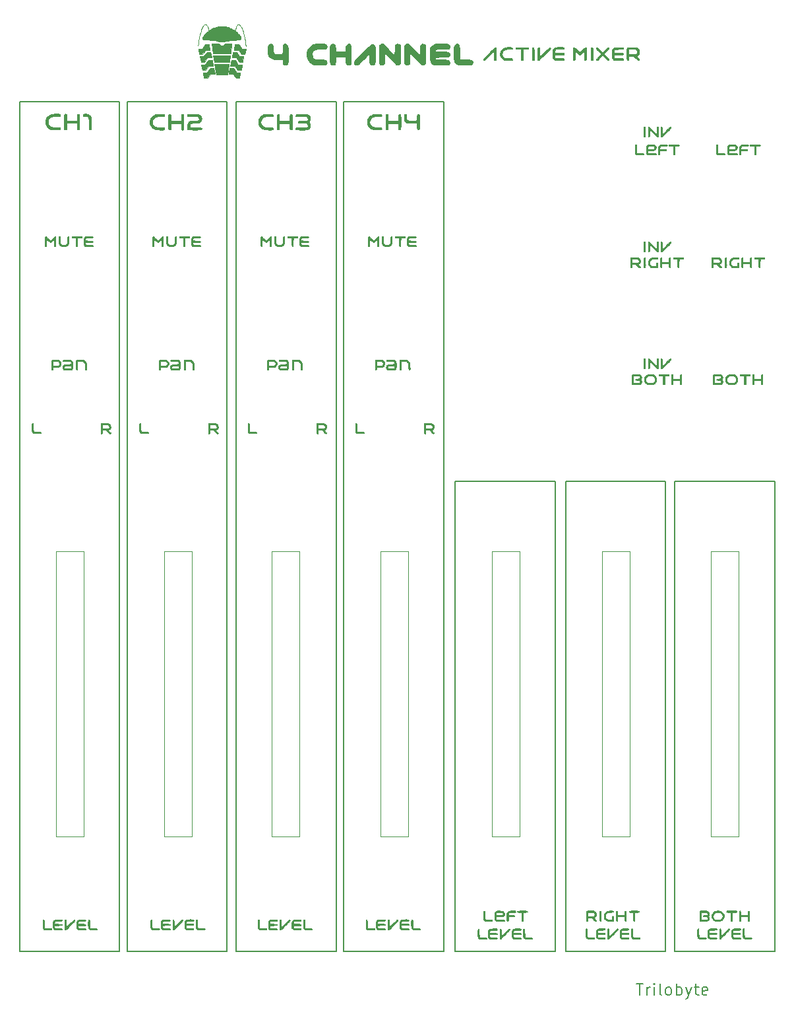
<source format=gbr>
%TF.GenerationSoftware,KiCad,Pcbnew,(6.0.0-0)*%
%TF.CreationDate,2022-12-13T15:44:45-05:00*%
%TF.ProjectId,mixer,6d697865-722e-46b6-9963-61645f706362,rev?*%
%TF.SameCoordinates,Original*%
%TF.FileFunction,Legend,Top*%
%TF.FilePolarity,Positive*%
%FSLAX46Y46*%
G04 Gerber Fmt 4.6, Leading zero omitted, Abs format (unit mm)*
G04 Created by KiCad (PCBNEW (6.0.0-0)) date 2022-12-13 15:44:45*
%MOMM*%
%LPD*%
G01*
G04 APERTURE LIST*
%ADD10C,0.150000*%
%ADD11C,0.120000*%
%ADD12C,0.026458*%
G04 APERTURE END LIST*
D10*
X173216000Y-34473000D02*
X186046000Y-34473000D01*
X186046000Y-34473000D02*
X186046000Y-143417000D01*
X186046000Y-143417000D02*
X173216000Y-143417000D01*
X173216000Y-143417000D02*
X173216000Y-34473000D01*
X159416000Y-34473000D02*
X172246000Y-34473000D01*
X172246000Y-34473000D02*
X172246000Y-143417000D01*
X172246000Y-143417000D02*
X159416000Y-143417000D01*
X159416000Y-143417000D02*
X159416000Y-34473000D01*
X215366000Y-83157000D02*
X228196000Y-83157000D01*
X228196000Y-83157000D02*
X228196000Y-143457000D01*
X228196000Y-143457000D02*
X215366000Y-143457000D01*
X215366000Y-143457000D02*
X215366000Y-83157000D01*
X229536000Y-83157000D02*
X242366000Y-83157000D01*
X242366000Y-83157000D02*
X242366000Y-143457000D01*
X242366000Y-143457000D02*
X229536000Y-143457000D01*
X229536000Y-143457000D02*
X229536000Y-83157000D01*
X187256000Y-34473000D02*
X200086000Y-34473000D01*
X200086000Y-34473000D02*
X200086000Y-143437000D01*
X200086000Y-143437000D02*
X187256000Y-143437000D01*
X187256000Y-143437000D02*
X187256000Y-34473000D01*
X243526000Y-83157000D02*
X256356000Y-83157000D01*
X256356000Y-83157000D02*
X256356000Y-143457000D01*
X256356000Y-143457000D02*
X243526000Y-143457000D01*
X243526000Y-143457000D02*
X243526000Y-83157000D01*
X201056000Y-34473000D02*
X213886000Y-34473000D01*
X213886000Y-34473000D02*
X213886000Y-143457000D01*
X213886000Y-143457000D02*
X201056000Y-143457000D01*
X201056000Y-143457000D02*
X201056000Y-34473000D01*
X238623142Y-147547571D02*
X239480285Y-147547571D01*
X239051714Y-149047571D02*
X239051714Y-147547571D01*
X239980285Y-149047571D02*
X239980285Y-148047571D01*
X239980285Y-148333285D02*
X240051714Y-148190428D01*
X240123142Y-148119000D01*
X240266000Y-148047571D01*
X240408857Y-148047571D01*
X240908857Y-149047571D02*
X240908857Y-148047571D01*
X240908857Y-147547571D02*
X240837428Y-147619000D01*
X240908857Y-147690428D01*
X240980285Y-147619000D01*
X240908857Y-147547571D01*
X240908857Y-147690428D01*
X241837428Y-149047571D02*
X241694571Y-148976142D01*
X241623142Y-148833285D01*
X241623142Y-147547571D01*
X242623142Y-149047571D02*
X242480285Y-148976142D01*
X242408857Y-148904714D01*
X242337428Y-148761857D01*
X242337428Y-148333285D01*
X242408857Y-148190428D01*
X242480285Y-148119000D01*
X242623142Y-148047571D01*
X242837428Y-148047571D01*
X242980285Y-148119000D01*
X243051714Y-148190428D01*
X243123142Y-148333285D01*
X243123142Y-148761857D01*
X243051714Y-148904714D01*
X242980285Y-148976142D01*
X242837428Y-149047571D01*
X242623142Y-149047571D01*
X243766000Y-149047571D02*
X243766000Y-147547571D01*
X243766000Y-148119000D02*
X243908857Y-148047571D01*
X244194571Y-148047571D01*
X244337428Y-148119000D01*
X244408857Y-148190428D01*
X244480285Y-148333285D01*
X244480285Y-148761857D01*
X244408857Y-148904714D01*
X244337428Y-148976142D01*
X244194571Y-149047571D01*
X243908857Y-149047571D01*
X243766000Y-148976142D01*
X244980285Y-148047571D02*
X245337428Y-149047571D01*
X245694571Y-148047571D02*
X245337428Y-149047571D01*
X245194571Y-149404714D01*
X245123142Y-149476142D01*
X244980285Y-149547571D01*
X246051714Y-148047571D02*
X246623142Y-148047571D01*
X246266000Y-147547571D02*
X246266000Y-148833285D01*
X246337428Y-148976142D01*
X246480285Y-149047571D01*
X246623142Y-149047571D01*
X247694571Y-148976142D02*
X247551714Y-149047571D01*
X247266000Y-149047571D01*
X247123142Y-148976142D01*
X247051714Y-148833285D01*
X247051714Y-148261857D01*
X247123142Y-148119000D01*
X247266000Y-148047571D01*
X247551714Y-148047571D01*
X247694571Y-148119000D01*
X247766000Y-148261857D01*
X247766000Y-148404714D01*
X247051714Y-148547571D01*
%TO.C,G\u002A\u002A\u002A*%
G36*
X180770117Y-51730038D02*
G01*
X180899419Y-51730366D01*
X181002820Y-51731094D01*
X181083508Y-51732369D01*
X181144669Y-51734340D01*
X181189491Y-51737154D01*
X181221161Y-51740959D01*
X181242865Y-51745903D01*
X181257792Y-51752134D01*
X181269127Y-51759800D01*
X181270015Y-51760513D01*
X181297336Y-51793649D01*
X181307349Y-51840725D01*
X181307745Y-51857127D01*
X181305884Y-51899115D01*
X181297491Y-51930360D01*
X181278348Y-51952643D01*
X181244239Y-51967744D01*
X181190946Y-51977442D01*
X181114252Y-51983517D01*
X181009940Y-51987751D01*
X180997318Y-51988157D01*
X180743675Y-51996226D01*
X180735607Y-52532234D01*
X180733281Y-52683707D01*
X180730958Y-52806109D01*
X180728068Y-52902641D01*
X180724045Y-52976503D01*
X180718322Y-53030892D01*
X180710331Y-53069010D01*
X180699505Y-53094055D01*
X180685277Y-53109227D01*
X180667080Y-53117726D01*
X180644345Y-53122750D01*
X180630498Y-53125060D01*
X180583293Y-53126176D01*
X180547645Y-53118482D01*
X180514009Y-53097935D01*
X180499234Y-53082586D01*
X180495691Y-53061820D01*
X180491998Y-53012745D01*
X180488312Y-52939326D01*
X180484787Y-52845524D01*
X180481580Y-52735305D01*
X180478848Y-52612631D01*
X180477411Y-52528755D01*
X180469342Y-51996226D01*
X180243421Y-51992301D01*
X180139106Y-51990140D01*
X180062239Y-51987061D01*
X180007996Y-51981929D01*
X179971552Y-51973613D01*
X179948081Y-51960978D01*
X179932759Y-51942892D01*
X179920761Y-51918222D01*
X179919972Y-51916343D01*
X179908029Y-51857296D01*
X179917605Y-51800457D01*
X179946010Y-51756836D01*
X179961656Y-51745758D01*
X179985352Y-51741716D01*
X180038812Y-51738169D01*
X180119528Y-51735179D01*
X180224993Y-51732807D01*
X180352699Y-51731113D01*
X180500140Y-51730158D01*
X180611729Y-51729962D01*
X180770117Y-51730038D01*
G37*
G36*
X177786526Y-51734269D02*
G01*
X177792789Y-51735266D01*
X177819821Y-51739484D01*
X177842060Y-51744496D01*
X177859972Y-51753239D01*
X177874025Y-51768650D01*
X177884685Y-51793666D01*
X177892420Y-51831224D01*
X177897696Y-51884263D01*
X177900980Y-51955719D01*
X177902738Y-52048529D01*
X177903439Y-52165632D01*
X177903548Y-52309963D01*
X177903523Y-52431931D01*
X177903539Y-52597590D01*
X177903289Y-52733912D01*
X177902326Y-52843831D01*
X177900202Y-52930286D01*
X177896470Y-52996210D01*
X177890683Y-53044542D01*
X177882393Y-53078216D01*
X177871154Y-53100170D01*
X177856518Y-53113338D01*
X177838037Y-53120658D01*
X177815264Y-53125066D01*
X177797508Y-53127831D01*
X177744816Y-53127345D01*
X177698379Y-53102392D01*
X177697768Y-53101913D01*
X177653396Y-53067009D01*
X177653396Y-52632475D01*
X177652995Y-52517839D01*
X177651864Y-52414539D01*
X177650111Y-52326737D01*
X177647844Y-52258596D01*
X177645172Y-52214281D01*
X177642202Y-52197955D01*
X177642112Y-52197941D01*
X177627410Y-52208726D01*
X177593968Y-52238553D01*
X177545855Y-52283632D01*
X177487138Y-52340170D01*
X177442935Y-52383519D01*
X177371045Y-52453793D01*
X177317340Y-52504033D01*
X177277629Y-52537460D01*
X177247720Y-52557297D01*
X177223422Y-52566768D01*
X177201553Y-52569098D01*
X177178699Y-52566530D01*
X177154245Y-52556680D01*
X177124001Y-52536325D01*
X177083775Y-52502241D01*
X177029374Y-52451206D01*
X176960171Y-52383519D01*
X176896543Y-52321323D01*
X176840733Y-52267991D01*
X176796809Y-52227315D01*
X176768841Y-52203087D01*
X176760995Y-52197941D01*
X176758018Y-52213384D01*
X176755335Y-52256938D01*
X176753055Y-52324439D01*
X176751286Y-52411724D01*
X176750135Y-52514630D01*
X176749711Y-52628993D01*
X176749711Y-53067009D01*
X176707191Y-53100455D01*
X176650612Y-53129053D01*
X176590812Y-53126273D01*
X176561247Y-53114718D01*
X176543755Y-53104752D01*
X176529413Y-53091368D01*
X176517940Y-53071545D01*
X176509054Y-53042261D01*
X176502473Y-53000496D01*
X176497917Y-52943228D01*
X176495102Y-52867435D01*
X176493749Y-52770098D01*
X176493575Y-52648195D01*
X176494299Y-52498704D01*
X176494979Y-52403565D01*
X176496188Y-52241727D01*
X176497472Y-52109156D01*
X176499350Y-52002847D01*
X176502341Y-51919794D01*
X176506963Y-51856993D01*
X176513735Y-51811438D01*
X176523175Y-51780126D01*
X176535801Y-51760051D01*
X176552134Y-51748208D01*
X176572690Y-51741591D01*
X176597990Y-51737198D01*
X176610318Y-51735266D01*
X176629958Y-51732672D01*
X176647895Y-51733660D01*
X176667498Y-51740855D01*
X176692134Y-51756885D01*
X176725172Y-51784378D01*
X176769979Y-51825962D01*
X176829923Y-51884264D01*
X176908374Y-51961912D01*
X176935979Y-51989330D01*
X177201553Y-52253146D01*
X177467127Y-51989330D01*
X177551777Y-51905376D01*
X177616911Y-51841554D01*
X177665900Y-51795238D01*
X177702110Y-51763799D01*
X177728910Y-51744610D01*
X177749667Y-51735044D01*
X177767750Y-51732473D01*
X177786526Y-51734269D01*
G37*
G36*
X182348268Y-51730115D02*
G01*
X182447419Y-51730756D01*
X182522315Y-51732154D01*
X182576964Y-51734579D01*
X182615375Y-51738303D01*
X182641558Y-51743595D01*
X182659521Y-51750726D01*
X182673274Y-51759966D01*
X182673954Y-51760513D01*
X182700740Y-51792489D01*
X182711048Y-51837672D01*
X182711684Y-51859059D01*
X182705976Y-51911953D01*
X182685536Y-51947081D01*
X182673954Y-51957606D01*
X182659800Y-51967277D01*
X182641493Y-51974673D01*
X182614849Y-51980095D01*
X182575684Y-51983844D01*
X182519813Y-51986223D01*
X182443053Y-51987532D01*
X182341220Y-51988074D01*
X182249917Y-51988157D01*
X182107676Y-51988648D01*
X181994412Y-51991007D01*
X181906831Y-51996569D01*
X181841640Y-52006667D01*
X181795544Y-52022635D01*
X181765251Y-52045804D01*
X181747467Y-52077510D01*
X181738899Y-52119085D01*
X181736253Y-52171862D01*
X181736115Y-52196161D01*
X181736115Y-52293327D01*
X182189404Y-52298080D01*
X182642692Y-52302833D01*
X182673521Y-52340930D01*
X182699213Y-52396004D01*
X182700940Y-52458945D01*
X182678704Y-52516001D01*
X182673521Y-52522932D01*
X182642692Y-52561029D01*
X182189404Y-52565782D01*
X181736115Y-52570536D01*
X181736115Y-52667881D01*
X181738044Y-52725631D01*
X181746479Y-52763376D01*
X181765392Y-52793286D01*
X181783285Y-52812397D01*
X181830456Y-52859568D01*
X182226159Y-52859568D01*
X182349184Y-52859639D01*
X182444125Y-52860096D01*
X182515172Y-52861302D01*
X182566515Y-52863622D01*
X182602346Y-52867419D01*
X182626854Y-52873059D01*
X182644229Y-52880905D01*
X182658663Y-52891321D01*
X182666333Y-52897820D01*
X182699720Y-52937612D01*
X182710635Y-52987128D01*
X182710804Y-52996734D01*
X182702685Y-53049261D01*
X182673269Y-53089453D01*
X182666333Y-53095649D01*
X182651864Y-53107493D01*
X182636684Y-53116587D01*
X182616622Y-53123280D01*
X182587507Y-53127922D01*
X182545168Y-53130863D01*
X182485434Y-53132451D01*
X182404133Y-53133038D01*
X182297094Y-53132971D01*
X182223366Y-53132777D01*
X182086147Y-53131889D01*
X181977254Y-53129948D01*
X181892750Y-53126746D01*
X181828699Y-53122074D01*
X181781162Y-53115726D01*
X181746444Y-53107565D01*
X181665152Y-53068254D01*
X181590056Y-53005516D01*
X181551614Y-52964425D01*
X181521449Y-52923951D01*
X181498657Y-52879644D01*
X181482337Y-52827057D01*
X181471584Y-52761741D01*
X181465497Y-52679249D01*
X181463172Y-52575132D01*
X181463705Y-52444942D01*
X181464482Y-52386903D01*
X181469851Y-52028500D01*
X181517653Y-51942198D01*
X181585246Y-51852429D01*
X181674902Y-51783190D01*
X181750626Y-51748658D01*
X181788930Y-51741805D01*
X181858679Y-51736479D01*
X181959079Y-51732713D01*
X182089337Y-51730537D01*
X182220852Y-51729962D01*
X182348268Y-51730115D01*
G37*
G36*
X178439449Y-51755605D02*
G01*
X178446366Y-51760777D01*
X178458482Y-51771421D01*
X178467814Y-51784029D01*
X178474838Y-51802779D01*
X178480027Y-51831847D01*
X178483858Y-51875411D01*
X178486803Y-51937646D01*
X178489339Y-52022731D01*
X178491939Y-52134842D01*
X178492669Y-52168243D01*
X178495924Y-52300508D01*
X178499932Y-52405051D01*
X178505705Y-52486422D01*
X178514257Y-52549171D01*
X178526600Y-52597850D01*
X178543747Y-52637008D01*
X178566712Y-52671197D01*
X178596506Y-52704968D01*
X178616716Y-52725556D01*
X178691456Y-52789594D01*
X178767152Y-52828991D01*
X178854365Y-52848017D01*
X178928237Y-52851499D01*
X179031119Y-52843961D01*
X179114793Y-52818719D01*
X179189243Y-52771832D01*
X179234844Y-52730470D01*
X179270537Y-52693272D01*
X179298468Y-52658460D01*
X179319696Y-52621430D01*
X179335276Y-52577577D01*
X179346267Y-52522298D01*
X179353725Y-52450989D01*
X179358708Y-52359045D01*
X179362273Y-52241863D01*
X179363942Y-52168243D01*
X179366591Y-52048576D01*
X179369063Y-51957001D01*
X179371833Y-51889339D01*
X179375373Y-51841415D01*
X179380158Y-51809052D01*
X179386659Y-51788071D01*
X179395350Y-51774298D01*
X179406705Y-51763554D01*
X179410107Y-51760777D01*
X179465188Y-51735094D01*
X179528134Y-51733371D01*
X179585192Y-51755608D01*
X179592110Y-51760781D01*
X179604913Y-51772083D01*
X179614547Y-51785422D01*
X179621545Y-51805297D01*
X179626443Y-51836208D01*
X179629774Y-51882655D01*
X179632072Y-51949137D01*
X179633872Y-52040154D01*
X179635159Y-52123326D01*
X179635907Y-52236637D01*
X179634834Y-52342246D01*
X179632121Y-52433889D01*
X179627948Y-52505305D01*
X179622968Y-52547787D01*
X179581092Y-52691338D01*
X179513532Y-52818595D01*
X179423689Y-52927259D01*
X179314962Y-53015028D01*
X179190750Y-53079601D01*
X179054454Y-53118679D01*
X178909473Y-53129961D01*
X178783002Y-53116183D01*
X178655579Y-53075826D01*
X178534798Y-53008423D01*
X178427461Y-52919199D01*
X178340370Y-52813382D01*
X178301822Y-52746478D01*
X178274598Y-52686124D01*
X178253740Y-52626543D01*
X178238561Y-52562417D01*
X178228373Y-52488426D01*
X178222490Y-52399253D01*
X178220225Y-52289578D01*
X178220889Y-52154083D01*
X178221315Y-52123326D01*
X178223087Y-52011876D01*
X178224973Y-51928198D01*
X178227507Y-51867792D01*
X178231224Y-51826159D01*
X178236657Y-51798799D01*
X178244341Y-51781213D01*
X178254810Y-51768900D01*
X178264364Y-51760781D01*
X178319442Y-51735095D01*
X178382389Y-51733370D01*
X178439449Y-51755605D01*
G37*
D11*
%TO.C,REF\u002A\u002A*%
X251769000Y-128725000D02*
X251769000Y-92149000D01*
X248213000Y-128725000D02*
X248213000Y-92149000D01*
X248213000Y-128725000D02*
X251769000Y-128725000D01*
X248213000Y-92149000D02*
X251769000Y-92149000D01*
%TO.C,G\u002A\u002A\u002A*%
G36*
X169842464Y-76105785D02*
G01*
X169843691Y-75985681D01*
X169846047Y-75894168D01*
X169849557Y-75830021D01*
X169854247Y-75792021D01*
X169856784Y-75783040D01*
X169868140Y-75760310D01*
X169883632Y-75742281D01*
X169906764Y-75728470D01*
X169941039Y-75718394D01*
X169989960Y-75711570D01*
X170057030Y-75707515D01*
X170145753Y-75705744D01*
X170259632Y-75705776D01*
X170402169Y-75707127D01*
X170406770Y-75707181D01*
X170848410Y-75712386D01*
X170940095Y-75757410D01*
X171039027Y-75822230D01*
X171115416Y-75905334D01*
X171168915Y-76001873D01*
X171199177Y-76106999D01*
X171205857Y-76215862D01*
X171188608Y-76323614D01*
X171147082Y-76425405D01*
X171080933Y-76516387D01*
X170999299Y-76585531D01*
X170924266Y-76635677D01*
X171060265Y-76771676D01*
X171132306Y-76847502D01*
X171180092Y-76908278D01*
X171205312Y-76958148D01*
X171209660Y-77001256D01*
X171194825Y-77041746D01*
X171179510Y-77063884D01*
X171147263Y-77094756D01*
X171107044Y-77107007D01*
X171078487Y-77108256D01*
X171054487Y-77107216D01*
X171032385Y-77102083D01*
X171008219Y-77089840D01*
X170978030Y-77067469D01*
X170937857Y-77031955D01*
X170883739Y-76980279D01*
X170811715Y-76909424D01*
X170792509Y-76890404D01*
X170572650Y-76672551D01*
X170116943Y-76672551D01*
X170111521Y-76859589D01*
X170108720Y-76940611D01*
X170105031Y-76995806D01*
X170099167Y-77031615D01*
X170089841Y-77054482D01*
X170075766Y-77070851D01*
X170068001Y-77077441D01*
X170012921Y-77103125D01*
X169949980Y-77104845D01*
X169892929Y-77082605D01*
X169885998Y-77077421D01*
X169847902Y-77046586D01*
X169843297Y-76436652D01*
X169843094Y-76398218D01*
X170114166Y-76398218D01*
X170445781Y-76398218D01*
X170563901Y-76397772D01*
X170654181Y-76396238D01*
X170721044Y-76393325D01*
X170768913Y-76388744D01*
X170802214Y-76382202D01*
X170825370Y-76373409D01*
X170825719Y-76373229D01*
X170884745Y-76326004D01*
X170921938Y-76261427D01*
X170935030Y-76187815D01*
X170921758Y-76113481D01*
X170905544Y-76080291D01*
X170884090Y-76048494D01*
X170860486Y-76024088D01*
X170830354Y-76006105D01*
X170789314Y-75993577D01*
X170732990Y-75985535D01*
X170657003Y-75981013D01*
X170556974Y-75979043D01*
X170445781Y-75978650D01*
X170114166Y-75978650D01*
X170114166Y-76398218D01*
X169843094Y-76398218D01*
X169842341Y-76255701D01*
X169842464Y-76105785D01*
G37*
G36*
X205567946Y-36060947D02*
G01*
X205692757Y-36062186D01*
X205783074Y-36064990D01*
X205845658Y-36069962D01*
X205887270Y-36077705D01*
X205914668Y-36088824D01*
X205934615Y-36103922D01*
X205939524Y-36108683D01*
X205975241Y-36173401D01*
X205987400Y-36258773D01*
X205974901Y-36343015D01*
X205953522Y-36386183D01*
X205938717Y-36401925D01*
X205916000Y-36414002D01*
X205878909Y-36423133D01*
X205820981Y-36430036D01*
X205735756Y-36435429D01*
X205616771Y-36440029D01*
X205457565Y-36444555D01*
X205419354Y-36445539D01*
X205249038Y-36450270D01*
X205119344Y-36455149D01*
X205022885Y-36460974D01*
X204952271Y-36468548D01*
X204900115Y-36478669D01*
X204859028Y-36492139D01*
X204821622Y-36509757D01*
X204820376Y-36510413D01*
X204663920Y-36616827D01*
X204545480Y-36749616D01*
X204467589Y-36905362D01*
X204438778Y-37024652D01*
X204439816Y-37173808D01*
X204482234Y-37323032D01*
X204560401Y-37462634D01*
X204668684Y-37582926D01*
X204801452Y-37674218D01*
X204822257Y-37684405D01*
X204867345Y-37704106D01*
X204911131Y-37718603D01*
X204961795Y-37728694D01*
X205027516Y-37735178D01*
X205116475Y-37738851D01*
X205236852Y-37740513D01*
X205396826Y-37740959D01*
X205402118Y-37740962D01*
X205562603Y-37741367D01*
X205682342Y-37742856D01*
X205768605Y-37746126D01*
X205828659Y-37751873D01*
X205869774Y-37760793D01*
X205899216Y-37773581D01*
X205924256Y-37790934D01*
X205924282Y-37790955D01*
X205974999Y-37858390D01*
X205992399Y-37943303D01*
X205976482Y-38028597D01*
X205927250Y-38097174D01*
X205924282Y-38099568D01*
X205899049Y-38117105D01*
X205869612Y-38129914D01*
X205828576Y-38138685D01*
X205768552Y-38144110D01*
X205682146Y-38146880D01*
X205561967Y-38147686D01*
X205414122Y-38147284D01*
X205244413Y-38144826D01*
X205092319Y-38139377D01*
X204966523Y-38131418D01*
X204875709Y-38121430D01*
X204846184Y-38115838D01*
X204633090Y-38040416D01*
X204445709Y-37925203D01*
X204287442Y-37772924D01*
X204161691Y-37586305D01*
X204145179Y-37554176D01*
X204105562Y-37471962D01*
X204079681Y-37407703D01*
X204064649Y-37346961D01*
X204057580Y-37275297D01*
X204055586Y-37178273D01*
X204055613Y-37106242D01*
X204057853Y-36974915D01*
X204065052Y-36877474D01*
X204079111Y-36799885D01*
X204101933Y-36728117D01*
X204109459Y-36708872D01*
X204211381Y-36517519D01*
X204349843Y-36352354D01*
X204518456Y-36219292D01*
X204710826Y-36124248D01*
X204758553Y-36108142D01*
X204818743Y-36091454D01*
X204881458Y-36079109D01*
X204955110Y-36070488D01*
X205048111Y-36064970D01*
X205168874Y-36061933D01*
X205325809Y-36060756D01*
X205401882Y-36060668D01*
X205567946Y-36060947D01*
G37*
G36*
X208354394Y-36091316D02*
G01*
X208384110Y-36116232D01*
X208397360Y-36131299D01*
X208408154Y-36148657D01*
X208416743Y-36173039D01*
X208423380Y-36209180D01*
X208428315Y-36261815D01*
X208431802Y-36335678D01*
X208434091Y-36435503D01*
X208435435Y-36566026D01*
X208436085Y-36731980D01*
X208436293Y-36938101D01*
X208436310Y-37097882D01*
X208436197Y-37333916D01*
X208435711Y-37526667D01*
X208434634Y-37680870D01*
X208432746Y-37801258D01*
X208429829Y-37892563D01*
X208425663Y-37959518D01*
X208420029Y-38006857D01*
X208412709Y-38039314D01*
X208403483Y-38061620D01*
X208392132Y-38078509D01*
X208390858Y-38080099D01*
X208326959Y-38124742D01*
X208244225Y-38139618D01*
X208161497Y-38124726D01*
X208097641Y-38080099D01*
X208079772Y-38052994D01*
X208067244Y-38017604D01*
X208059140Y-37965592D01*
X208054545Y-37888620D01*
X208052542Y-37778349D01*
X208052189Y-37666515D01*
X208052189Y-37309061D01*
X206803796Y-37309061D01*
X206803796Y-37666515D01*
X206803056Y-37809136D01*
X206800282Y-37911841D01*
X206794641Y-37982711D01*
X206785301Y-38029830D01*
X206771430Y-38061281D01*
X206761783Y-38074571D01*
X206696096Y-38120636D01*
X206610081Y-38139778D01*
X206526028Y-38127184D01*
X206523276Y-38126059D01*
X206469867Y-38088051D01*
X206445252Y-38056228D01*
X206437663Y-38016951D01*
X206431381Y-37930352D01*
X206426425Y-37797106D01*
X206422812Y-37617888D01*
X206420560Y-37393374D01*
X206419686Y-37124240D01*
X206419675Y-37086752D01*
X206419675Y-36165068D01*
X206475239Y-36112868D01*
X206552562Y-36069045D01*
X206640521Y-36061931D01*
X206721880Y-36091316D01*
X206751596Y-36116232D01*
X206771677Y-36140583D01*
X206785834Y-36169364D01*
X206795094Y-36210847D01*
X206800486Y-36273306D01*
X206803037Y-36365012D01*
X206803774Y-36494238D01*
X206803796Y-36536364D01*
X206803796Y-36900932D01*
X208052189Y-36900932D01*
X208052189Y-36533000D01*
X208052523Y-36392239D01*
X208054243Y-36291354D01*
X208058424Y-36222208D01*
X208066143Y-36176664D01*
X208078476Y-36146582D01*
X208096500Y-36123826D01*
X208107753Y-36112868D01*
X208185076Y-36069045D01*
X208273035Y-36061931D01*
X208354394Y-36091316D01*
G37*
G36*
X209088596Y-36078400D02*
G01*
X209132529Y-36108683D01*
X209153491Y-36134705D01*
X209167353Y-36169223D01*
X209175535Y-36221871D01*
X209179456Y-36302281D01*
X209180538Y-36420088D01*
X209180544Y-36434363D01*
X209181519Y-36573578D01*
X209188018Y-36681831D01*
X209205409Y-36763025D01*
X209239055Y-36821059D01*
X209294323Y-36859838D01*
X209376578Y-36883261D01*
X209491186Y-36895231D01*
X209643511Y-36899649D01*
X209821408Y-36900398D01*
X209985641Y-36900415D01*
X210108903Y-36899565D01*
X210198239Y-36897117D01*
X210260695Y-36892339D01*
X210303315Y-36884500D01*
X210333143Y-36872868D01*
X210357224Y-36856710D01*
X210373582Y-36843049D01*
X210401253Y-36817653D01*
X210420317Y-36791355D01*
X210432670Y-36754935D01*
X210440206Y-36699169D01*
X210444819Y-36614836D01*
X210448406Y-36492714D01*
X210448810Y-36476933D01*
X210452896Y-36347250D01*
X210458368Y-36256405D01*
X210466701Y-36195222D01*
X210479369Y-36154524D01*
X210497847Y-36125133D01*
X210507012Y-36114685D01*
X210578500Y-36069833D01*
X210664386Y-36060325D01*
X210746679Y-36086060D01*
X210784866Y-36116232D01*
X210798116Y-36131299D01*
X210808910Y-36148657D01*
X210817499Y-36173039D01*
X210824136Y-36209180D01*
X210829071Y-36261815D01*
X210832558Y-36335678D01*
X210834847Y-36435503D01*
X210836191Y-36566026D01*
X210836841Y-36731980D01*
X210837049Y-36938101D01*
X210837066Y-37097882D01*
X210836919Y-37334794D01*
X210836345Y-37528366D01*
X210835141Y-37683276D01*
X210833108Y-37804199D01*
X210830043Y-37895811D01*
X210825746Y-37962788D01*
X210820015Y-38009806D01*
X210812650Y-38041541D01*
X210803449Y-38062668D01*
X210795053Y-38074571D01*
X210729537Y-38120533D01*
X210643760Y-38139830D01*
X210560267Y-38127546D01*
X210557434Y-38126387D01*
X210507392Y-38095818D01*
X210485411Y-38072983D01*
X210477722Y-38039116D01*
X210469781Y-37966183D01*
X210462287Y-37863125D01*
X210455937Y-37738884D01*
X210452945Y-37657170D01*
X210447818Y-37511710D01*
X210442424Y-37407995D01*
X210435957Y-37339756D01*
X210427610Y-37300726D01*
X210416576Y-37284638D01*
X210404930Y-37284177D01*
X210364421Y-37289498D01*
X210284983Y-37294253D01*
X210175698Y-37298326D01*
X210045651Y-37301605D01*
X209903924Y-37303974D01*
X209759602Y-37305320D01*
X209621766Y-37305529D01*
X209499502Y-37304487D01*
X209401892Y-37302079D01*
X209338019Y-37298191D01*
X209333182Y-37297636D01*
X209183615Y-37257322D01*
X209043580Y-37179759D01*
X208927492Y-37074092D01*
X208881312Y-37010974D01*
X208853163Y-36963730D01*
X208833187Y-36921748D01*
X208819755Y-36875404D01*
X208811240Y-36815073D01*
X208806014Y-36731133D01*
X208802448Y-36613959D01*
X208800656Y-36534253D01*
X208797997Y-36395448D01*
X208797635Y-36296259D01*
X208800499Y-36228305D01*
X208807520Y-36183206D01*
X208819628Y-36152581D01*
X208837755Y-36128051D01*
X208846854Y-36118115D01*
X208918148Y-36072883D01*
X209005009Y-36059438D01*
X209088596Y-36078400D01*
G37*
G36*
X209117742Y-139330898D02*
G01*
X209211989Y-139331365D01*
X209282397Y-139332595D01*
X209333183Y-139334959D01*
X209368565Y-139338827D01*
X209392761Y-139344568D01*
X209409988Y-139352553D01*
X209424463Y-139363151D01*
X209431441Y-139369076D01*
X209468495Y-139419628D01*
X209477803Y-139477683D01*
X209459363Y-139534260D01*
X209431441Y-139566905D01*
X209416887Y-139578790D01*
X209401553Y-139587916D01*
X209381248Y-139594649D01*
X209351783Y-139599351D01*
X209308966Y-139602388D01*
X209248609Y-139604124D01*
X209166519Y-139604921D01*
X209058507Y-139605146D01*
X208991267Y-139605157D01*
X208595564Y-139605157D01*
X208548393Y-139652328D01*
X208522472Y-139681596D01*
X208508258Y-139710995D01*
X208502322Y-139751667D01*
X208501223Y-139805631D01*
X208501223Y-139911765D01*
X208950253Y-139911765D01*
X209082196Y-139911815D01*
X209185674Y-139912163D01*
X209264496Y-139913101D01*
X209322470Y-139914925D01*
X209363406Y-139917926D01*
X209391112Y-139922401D01*
X209409397Y-139928641D01*
X209422072Y-139936942D01*
X209432943Y-139947597D01*
X209434370Y-139949114D01*
X209463694Y-140001915D01*
X209465781Y-140062547D01*
X209440542Y-140121386D01*
X209436011Y-140127441D01*
X209402566Y-140169960D01*
X208501223Y-140169960D01*
X208501223Y-140267845D01*
X208502423Y-140325626D01*
X208508217Y-140371636D01*
X208521900Y-140407213D01*
X208546766Y-140433695D01*
X208586108Y-140452420D01*
X208643220Y-140464726D01*
X208721396Y-140471951D01*
X208823930Y-140475433D01*
X208954115Y-140476510D01*
X209015025Y-140476568D01*
X209137526Y-140476743D01*
X209231938Y-140477468D01*
X209302444Y-140479046D01*
X209353229Y-140481777D01*
X209388477Y-140485963D01*
X209412372Y-140491906D01*
X209429099Y-140499907D01*
X209439062Y-140507119D01*
X209469070Y-140550071D01*
X209479069Y-140605682D01*
X209469059Y-140661289D01*
X209439062Y-140704212D01*
X209425588Y-140713494D01*
X209408259Y-140720666D01*
X209383100Y-140725981D01*
X209346137Y-140729691D01*
X209293396Y-140732049D01*
X209220901Y-140733310D01*
X209124678Y-140733726D01*
X209000754Y-140733551D01*
X208979518Y-140733489D01*
X208845363Y-140732408D01*
X208728822Y-140730107D01*
X208633227Y-140726718D01*
X208561914Y-140722372D01*
X208518217Y-140717202D01*
X208509292Y-140714959D01*
X208411161Y-140663695D01*
X208328281Y-140588089D01*
X208282762Y-140522527D01*
X208234959Y-140436225D01*
X208229590Y-140077822D01*
X208228197Y-139936389D01*
X208229318Y-139822743D01*
X208233853Y-139732439D01*
X208242705Y-139661029D01*
X208256774Y-139604067D01*
X208276962Y-139557107D01*
X208304170Y-139515702D01*
X208339300Y-139475406D01*
X208354956Y-139459417D01*
X208393252Y-139423255D01*
X208430621Y-139394546D01*
X208471296Y-139372440D01*
X208519515Y-139356086D01*
X208579513Y-139344633D01*
X208655525Y-139337233D01*
X208751788Y-139333033D01*
X208872536Y-139331183D01*
X208995438Y-139330824D01*
X209117742Y-139330898D01*
G37*
G36*
X209866834Y-139337735D02*
G01*
X209894555Y-139348741D01*
X209915294Y-139359996D01*
X209931839Y-139375132D01*
X209944658Y-139397634D01*
X209954224Y-139430988D01*
X209961006Y-139478678D01*
X209965475Y-139544190D01*
X209968101Y-139631009D01*
X209969355Y-139742621D01*
X209969707Y-139882512D01*
X209969711Y-139905516D01*
X209970305Y-140048579D01*
X209972034Y-140170497D01*
X209974815Y-140268847D01*
X209978565Y-140341206D01*
X209983205Y-140385153D01*
X209986327Y-140396775D01*
X210001890Y-140420716D01*
X210022495Y-140439383D01*
X210052030Y-140453418D01*
X210094385Y-140463462D01*
X210153446Y-140470158D01*
X210233104Y-140474146D01*
X210337246Y-140476069D01*
X210469761Y-140476568D01*
X210842588Y-140476568D01*
X210882198Y-140516177D01*
X210915196Y-140568171D01*
X210921808Y-140605666D01*
X210906722Y-140662303D01*
X210882198Y-140695154D01*
X210842588Y-140734763D01*
X210434390Y-140733489D01*
X210303601Y-140732384D01*
X210189724Y-140730025D01*
X210096302Y-140726557D01*
X210026880Y-140722123D01*
X209985002Y-140716867D01*
X209977780Y-140714959D01*
X209879649Y-140663695D01*
X209796769Y-140588089D01*
X209751250Y-140522527D01*
X209703447Y-140436225D01*
X209698333Y-139945952D01*
X209697013Y-139795828D01*
X209696776Y-139674619D01*
X209698025Y-139578974D01*
X209701160Y-139505542D01*
X209706583Y-139450972D01*
X209714696Y-139411911D01*
X209725900Y-139385009D01*
X209740597Y-139366914D01*
X209759188Y-139354274D01*
X209769846Y-139349055D01*
X209820887Y-139332594D01*
X209866834Y-139337735D01*
G37*
G36*
X206404800Y-139376990D02*
G01*
X206430510Y-139432043D01*
X206432257Y-139494973D01*
X206410038Y-139552036D01*
X206404839Y-139558992D01*
X206394787Y-139570550D01*
X206382977Y-139579578D01*
X206365479Y-139586478D01*
X206338364Y-139591656D01*
X206297702Y-139595514D01*
X206239565Y-139598455D01*
X206160021Y-139600885D01*
X206055143Y-139603205D01*
X205955425Y-139605157D01*
X205815645Y-139608333D01*
X205705579Y-139611975D01*
X205622667Y-139616251D01*
X205564350Y-139621325D01*
X205528068Y-139627365D01*
X205511932Y-139633933D01*
X205476027Y-139683272D01*
X205456507Y-139754300D01*
X205454340Y-139824685D01*
X205459355Y-139903696D01*
X205912785Y-139911765D01*
X206052153Y-139914381D01*
X206162744Y-139917156D01*
X206248055Y-139920744D01*
X206311581Y-139925805D01*
X206356817Y-139932994D01*
X206387257Y-139942968D01*
X206406397Y-139956385D01*
X206417732Y-139973901D01*
X206424757Y-139996174D01*
X206427575Y-140008525D01*
X206426681Y-140051880D01*
X206412872Y-140103873D01*
X206391372Y-140147156D01*
X206382797Y-140157225D01*
X206366380Y-140158392D01*
X206321782Y-140160011D01*
X206253091Y-140161975D01*
X206164397Y-140164177D01*
X206059787Y-140166510D01*
X205943351Y-140168868D01*
X205919266Y-140169328D01*
X205459355Y-140178029D01*
X205459504Y-140278669D01*
X205461432Y-140337590D01*
X205469374Y-140375894D01*
X205486889Y-140405143D01*
X205504220Y-140423904D01*
X205548787Y-140468499D01*
X205959385Y-140473306D01*
X206369982Y-140478114D01*
X206402820Y-140519860D01*
X206431445Y-140579319D01*
X206428960Y-140641451D01*
X206402212Y-140692244D01*
X206368766Y-140734763D01*
X205938267Y-140734606D01*
X205808783Y-140734458D01*
X205707254Y-140733906D01*
X205629363Y-140732633D01*
X205570791Y-140730318D01*
X205527218Y-140726642D01*
X205494327Y-140721287D01*
X205467799Y-140713933D01*
X205443314Y-140704261D01*
X205426963Y-140696820D01*
X205332393Y-140635597D01*
X205258524Y-140551584D01*
X205218216Y-140473151D01*
X205209530Y-140446427D01*
X205203025Y-140414854D01*
X205198490Y-140373972D01*
X205195712Y-140319323D01*
X205194479Y-140246446D01*
X205194579Y-140150883D01*
X205195800Y-140028175D01*
X205196062Y-140007510D01*
X205197982Y-139880745D01*
X205200271Y-139782080D01*
X205203236Y-139707341D01*
X205207187Y-139652353D01*
X205212432Y-139612942D01*
X205219278Y-139584934D01*
X205228034Y-139564155D01*
X205228929Y-139562492D01*
X205287998Y-139482066D01*
X205367433Y-139412232D01*
X205434968Y-139372590D01*
X205458688Y-139362450D01*
X205483580Y-139354571D01*
X205513890Y-139348668D01*
X205553867Y-139344459D01*
X205607757Y-139341661D01*
X205679809Y-139339991D01*
X205774269Y-139339167D01*
X205895385Y-139338904D01*
X205940855Y-139338893D01*
X206373942Y-139338893D01*
X206404800Y-139376990D01*
G37*
G36*
X204029801Y-139339936D02*
G01*
X204056171Y-139342995D01*
X204076877Y-139351999D01*
X204092685Y-139370143D01*
X204104356Y-139400622D01*
X204112656Y-139446632D01*
X204118347Y-139511368D01*
X204122195Y-139598026D01*
X204124962Y-139709800D01*
X204127413Y-139849887D01*
X204128034Y-139887765D01*
X204136102Y-140379072D01*
X204180809Y-140423786D01*
X204225516Y-140468499D01*
X204629951Y-140476568D01*
X204755091Y-140479210D01*
X204851882Y-140481768D01*
X204924247Y-140484603D01*
X204976110Y-140488077D01*
X205011392Y-140492550D01*
X205034017Y-140498386D01*
X205047907Y-140505945D01*
X205056986Y-140515590D01*
X205057258Y-140515961D01*
X205076631Y-140564439D01*
X205078956Y-140623027D01*
X205064974Y-140677083D01*
X205047856Y-140702489D01*
X205036466Y-140712334D01*
X205021768Y-140719945D01*
X204999797Y-140725606D01*
X204966587Y-140729601D01*
X204918175Y-140732215D01*
X204850595Y-140733732D01*
X204759882Y-140734437D01*
X204642072Y-140734614D01*
X204600048Y-140734606D01*
X204473111Y-140734454D01*
X204374029Y-140733879D01*
X204298382Y-140732540D01*
X204241753Y-140730095D01*
X204199720Y-140726204D01*
X204167866Y-140720526D01*
X204141770Y-140712719D01*
X204117014Y-140702441D01*
X204103828Y-140696304D01*
X204011568Y-140639208D01*
X203942875Y-140563910D01*
X203903418Y-140492705D01*
X203894167Y-140470522D01*
X203886824Y-140446827D01*
X203881169Y-140417766D01*
X203876977Y-140379485D01*
X203874027Y-140328133D01*
X203872096Y-140259855D01*
X203870962Y-140170797D01*
X203870401Y-140057107D01*
X203870193Y-139917587D01*
X203870202Y-139776315D01*
X203870585Y-139663727D01*
X203871543Y-139576231D01*
X203873276Y-139510237D01*
X203875985Y-139462153D01*
X203879870Y-139428388D01*
X203885133Y-139405353D01*
X203891974Y-139389455D01*
X203900390Y-139377356D01*
X203933526Y-139350035D01*
X203980602Y-139340022D01*
X203997004Y-139339627D01*
X204029801Y-139339936D01*
G37*
G36*
X206860755Y-139348741D02*
G01*
X206882227Y-139360551D01*
X206899191Y-139376622D01*
X206912174Y-139400585D01*
X206921702Y-139436071D01*
X206928299Y-139486712D01*
X206932492Y-139556137D01*
X206934805Y-139647977D01*
X206935764Y-139765864D01*
X206935912Y-139868042D01*
X206935912Y-140290781D01*
X207399857Y-139828639D01*
X207501901Y-139727431D01*
X207598006Y-139632951D01*
X207685523Y-139547742D01*
X207761804Y-139474348D01*
X207824198Y-139415309D01*
X207870057Y-139373170D01*
X207896732Y-139350473D01*
X207901058Y-139347587D01*
X207953940Y-139336308D01*
X208009417Y-139347703D01*
X208053047Y-139378399D01*
X208057429Y-139384105D01*
X208074431Y-139424578D01*
X208081653Y-139473927D01*
X208081655Y-139474680D01*
X208080419Y-139488452D01*
X208075490Y-139503916D01*
X208065042Y-139523082D01*
X208047244Y-139547961D01*
X208020269Y-139580561D01*
X207982289Y-139622894D01*
X207931475Y-139676969D01*
X207865998Y-139744798D01*
X207784029Y-139828389D01*
X207683742Y-139929754D01*
X207563306Y-140050902D01*
X207496681Y-140117798D01*
X207382120Y-140232384D01*
X207273297Y-140340470D01*
X207172543Y-140439793D01*
X207082188Y-140528091D01*
X207004561Y-140603103D01*
X206941994Y-140662567D01*
X206896816Y-140704221D01*
X206871357Y-140725802D01*
X206868130Y-140727914D01*
X206809786Y-140748644D01*
X206758980Y-140741421D01*
X206720235Y-140717455D01*
X206677716Y-140684009D01*
X206677716Y-139397716D01*
X206720235Y-139364270D01*
X206771405Y-139335697D01*
X206823047Y-139335245D01*
X206860755Y-139348741D01*
G37*
G36*
X239596530Y-70112794D02*
G01*
X239596954Y-70032403D01*
X239599860Y-69974667D01*
X239606965Y-69929977D01*
X239619988Y-69888721D01*
X239640645Y-69841290D01*
X239647734Y-69826220D01*
X239726562Y-69694774D01*
X239826675Y-69586435D01*
X239945875Y-69503017D01*
X240081961Y-69446329D01*
X240121929Y-69435696D01*
X240195638Y-69423647D01*
X240291065Y-69415609D01*
X240397888Y-69411734D01*
X240505781Y-69412176D01*
X240604421Y-69417089D01*
X240683483Y-69426627D01*
X240687096Y-69427296D01*
X240826661Y-69469028D01*
X240953533Y-69537132D01*
X241063100Y-69628111D01*
X241150748Y-69738467D01*
X241188596Y-69807551D01*
X241239566Y-69951596D01*
X241259866Y-70096133D01*
X241250777Y-70237586D01*
X241213580Y-70372380D01*
X241149557Y-70496937D01*
X241059990Y-70607683D01*
X240946159Y-70701040D01*
X240848697Y-70756053D01*
X240809854Y-70774071D01*
X240776677Y-70787277D01*
X240743137Y-70796497D01*
X240703207Y-70802556D01*
X240650857Y-70806280D01*
X240580059Y-70808494D01*
X240484785Y-70810025D01*
X240451344Y-70810463D01*
X240342459Y-70811426D01*
X240259673Y-70810804D01*
X240196834Y-70808158D01*
X240147787Y-70803045D01*
X240106379Y-70795025D01*
X240066454Y-70783659D01*
X240063438Y-70782688D01*
X239932234Y-70723728D01*
X239815537Y-70638407D01*
X239718020Y-70531102D01*
X239644354Y-70406189D01*
X239632724Y-70379058D01*
X239615606Y-70330100D01*
X239604747Y-70279620D01*
X239598860Y-70218135D01*
X239597258Y-70158604D01*
X239852886Y-70158604D01*
X239876261Y-70259285D01*
X239890008Y-70290091D01*
X239955544Y-70389400D01*
X240039646Y-70468918D01*
X240136507Y-70523794D01*
X240190437Y-70541087D01*
X240248099Y-70549536D01*
X240326975Y-70554136D01*
X240417277Y-70555060D01*
X240509216Y-70552482D01*
X240593002Y-70546574D01*
X240658847Y-70537509D01*
X240680048Y-70532437D01*
X240750658Y-70501601D01*
X240822107Y-70454051D01*
X240838607Y-70440262D01*
X240917992Y-70351176D01*
X240968938Y-70251626D01*
X240991275Y-70146148D01*
X240984834Y-70039275D01*
X240949443Y-69935541D01*
X240884933Y-69839482D01*
X240862075Y-69815024D01*
X240810386Y-69768081D01*
X240758769Y-69733687D01*
X240700934Y-69710028D01*
X240630587Y-69695291D01*
X240541439Y-69687662D01*
X240427198Y-69685326D01*
X240412161Y-69685315D01*
X240320688Y-69685930D01*
X240254198Y-69688236D01*
X240205411Y-69693153D01*
X240167044Y-69701602D01*
X240131816Y-69714504D01*
X240112462Y-69723213D01*
X240017439Y-69783167D01*
X239941844Y-69862099D01*
X239887803Y-69954594D01*
X239857442Y-70055235D01*
X239852886Y-70158604D01*
X239597258Y-70158604D01*
X239596654Y-70136162D01*
X239596530Y-70112794D01*
G37*
G36*
X243277375Y-69417735D02*
G01*
X243305095Y-69428741D01*
X243332385Y-69445562D01*
X243352337Y-69470629D01*
X243366026Y-69508652D01*
X243374525Y-69564339D01*
X243378906Y-69642402D01*
X243380244Y-69747549D01*
X243380251Y-69758534D01*
X243380251Y-69991765D01*
X244203250Y-69991765D01*
X244203250Y-69505165D01*
X244250420Y-69457995D01*
X244300144Y-69420735D01*
X244350425Y-69412823D01*
X244403115Y-69429055D01*
X244421718Y-69438825D01*
X244436983Y-69451585D01*
X244449210Y-69470353D01*
X244458700Y-69498147D01*
X244465752Y-69537986D01*
X244470667Y-69592888D01*
X244473746Y-69665873D01*
X244475287Y-69759958D01*
X244475592Y-69878162D01*
X244474960Y-70023504D01*
X244474120Y-70143159D01*
X244469514Y-70753093D01*
X244431418Y-70783928D01*
X244376351Y-70809624D01*
X244313410Y-70811359D01*
X244256347Y-70789132D01*
X244249415Y-70783951D01*
X244234955Y-70770815D01*
X244224562Y-70754979D01*
X244217422Y-70731120D01*
X244212720Y-70693914D01*
X244209639Y-70638037D01*
X244207363Y-70558167D01*
X244206148Y-70501550D01*
X244200978Y-70249960D01*
X243382523Y-70249960D01*
X243377353Y-70501550D01*
X243375173Y-70597028D01*
X243372639Y-70665559D01*
X243368937Y-70712467D01*
X243363250Y-70743073D01*
X243354763Y-70762703D01*
X243342660Y-70776680D01*
X243334086Y-70783951D01*
X243279005Y-70809633D01*
X243216064Y-70811352D01*
X243159013Y-70789111D01*
X243152084Y-70783928D01*
X243113987Y-70753093D01*
X243109382Y-70143159D01*
X243108272Y-69976999D01*
X243107889Y-69840093D01*
X243108532Y-69729420D01*
X243110502Y-69641964D01*
X243114098Y-69574705D01*
X243119622Y-69524625D01*
X243127372Y-69488706D01*
X243137649Y-69463929D01*
X243150753Y-69447275D01*
X243166985Y-69435726D01*
X243180386Y-69429055D01*
X243231428Y-69412594D01*
X243277375Y-69417735D01*
G37*
G36*
X242849149Y-69456990D02*
G01*
X242874852Y-69512048D01*
X242876596Y-69574983D01*
X242854375Y-69632048D01*
X242849185Y-69638992D01*
X242836049Y-69653453D01*
X242820213Y-69663845D01*
X242796354Y-69670985D01*
X242759148Y-69675688D01*
X242703271Y-69678769D01*
X242623401Y-69681044D01*
X242566783Y-69682259D01*
X242315194Y-69687429D01*
X242315194Y-70735544D01*
X242275585Y-70775154D01*
X242223237Y-70808236D01*
X242178028Y-70814763D01*
X242116461Y-70801595D01*
X242080471Y-70775154D01*
X242040861Y-70735544D01*
X242040861Y-69687429D01*
X241789272Y-69682259D01*
X241693793Y-69680079D01*
X241625262Y-69677545D01*
X241578355Y-69673843D01*
X241547748Y-69668156D01*
X241528119Y-69659669D01*
X241514142Y-69647566D01*
X241506871Y-69638992D01*
X241481189Y-69583912D01*
X241479471Y-69520975D01*
X241501714Y-69463930D01*
X241506907Y-69456990D01*
X241537756Y-69418893D01*
X242818300Y-69418893D01*
X242849149Y-69456990D01*
G37*
G36*
X238078438Y-69450434D02*
G01*
X238118047Y-69410824D01*
X238534315Y-69411002D01*
X238650517Y-69411435D01*
X238759057Y-69412561D01*
X238854812Y-69414269D01*
X238932660Y-69416450D01*
X238987478Y-69418994D01*
X239011389Y-69421229D01*
X239095015Y-69448171D01*
X239178628Y-69497377D01*
X239250663Y-69560980D01*
X239287554Y-69609123D01*
X239314413Y-69658762D01*
X239330492Y-69707965D01*
X239339302Y-69769701D01*
X239342164Y-69810839D01*
X239344632Y-69877634D01*
X239341389Y-69925062D01*
X239329993Y-69965866D01*
X239308000Y-70012786D01*
X239300813Y-70026488D01*
X239252513Y-70117691D01*
X239299228Y-70210306D01*
X239337955Y-70319303D01*
X239347013Y-70428626D01*
X239327990Y-70533478D01*
X239282472Y-70629063D01*
X239212047Y-70710583D01*
X239118301Y-70773241D01*
X239111954Y-70776304D01*
X239087607Y-70787369D01*
X239064074Y-70796058D01*
X239037254Y-70802661D01*
X239003047Y-70807465D01*
X238957353Y-70810759D01*
X238896072Y-70812832D01*
X238815102Y-70813971D01*
X238710345Y-70814465D01*
X238577698Y-70814602D01*
X238567323Y-70814606D01*
X238432530Y-70814554D01*
X238326290Y-70814136D01*
X238244878Y-70813110D01*
X238184572Y-70811236D01*
X238141650Y-70808272D01*
X238112388Y-70803979D01*
X238093065Y-70798114D01*
X238079957Y-70790437D01*
X238071103Y-70782489D01*
X238062945Y-70773242D01*
X238056291Y-70761328D01*
X238050988Y-70743610D01*
X238046882Y-70716952D01*
X238043821Y-70678214D01*
X238041652Y-70624261D01*
X238040221Y-70551954D01*
X238039377Y-70458157D01*
X238038967Y-70339731D01*
X238038836Y-70193539D01*
X238038828Y-70120129D01*
X238038828Y-70110104D01*
X238297024Y-70110104D01*
X238297417Y-70224112D01*
X238298524Y-70327376D01*
X238300238Y-70415543D01*
X238302451Y-70484258D01*
X238305056Y-70529170D01*
X238307782Y-70545810D01*
X238326511Y-70549096D01*
X238372456Y-70551978D01*
X238440559Y-70554290D01*
X238525764Y-70555870D01*
X238623012Y-70556553D01*
X238640140Y-70556568D01*
X238753596Y-70556204D01*
X238839476Y-70554880D01*
X238902473Y-70552249D01*
X238947281Y-70547961D01*
X238978592Y-70541669D01*
X239001099Y-70533025D01*
X239007923Y-70529287D01*
X239057878Y-70483946D01*
X239080441Y-70427462D01*
X239075001Y-70366696D01*
X239040951Y-70308511D01*
X239028639Y-70295868D01*
X239010205Y-70280624D01*
X238988750Y-70269773D01*
X238958305Y-70262280D01*
X238912896Y-70257105D01*
X238846552Y-70253214D01*
X238764253Y-70249960D01*
X238662546Y-70245298D01*
X238588711Y-70238394D01*
X238538347Y-70227226D01*
X238507051Y-70209770D01*
X238490422Y-70184004D01*
X238484058Y-70147905D01*
X238483336Y-70120863D01*
X238485699Y-70077698D01*
X238495724Y-70046064D01*
X238517811Y-70023936D01*
X238556364Y-70009293D01*
X238615782Y-70000111D01*
X238700469Y-69994367D01*
X238764253Y-69991765D01*
X238854396Y-69988154D01*
X238918257Y-69984204D01*
X238961820Y-69978867D01*
X238991069Y-69971092D01*
X239011989Y-69959834D01*
X239029168Y-69945361D01*
X239070705Y-69887914D01*
X239081730Y-69826096D01*
X239062517Y-69765230D01*
X239017276Y-69713756D01*
X239002325Y-69704363D01*
X238980886Y-69697303D01*
X238948568Y-69692248D01*
X238900977Y-69688869D01*
X238833722Y-69686838D01*
X238742411Y-69685825D01*
X238639940Y-69685516D01*
X238297024Y-69685157D01*
X238297024Y-70110104D01*
X238038828Y-70110104D01*
X238038828Y-69490044D01*
X238078438Y-69450434D01*
G37*
G36*
X239853948Y-40325761D02*
G01*
X239859712Y-40262432D01*
X239864927Y-40235010D01*
X239901908Y-40158374D01*
X239962040Y-40085201D01*
X240036743Y-40024848D01*
X240079291Y-40001267D01*
X240107147Y-39988949D01*
X240134021Y-39979636D01*
X240164785Y-39972915D01*
X240204308Y-39968379D01*
X240257462Y-39965615D01*
X240329116Y-39964215D01*
X240424142Y-39963769D01*
X240523962Y-39963828D01*
X240655357Y-39964513D01*
X240759149Y-39966609D01*
X240839999Y-39970847D01*
X240902572Y-39977956D01*
X240951529Y-39988666D01*
X240991536Y-40003707D01*
X241027253Y-40023809D01*
X241060971Y-40047886D01*
X241098451Y-40085101D01*
X241138358Y-40137718D01*
X241161085Y-40174839D01*
X241200129Y-40278157D01*
X241210835Y-40387147D01*
X241194449Y-40495214D01*
X241152217Y-40595765D01*
X241085385Y-40682204D01*
X241061080Y-40704105D01*
X241022549Y-40733171D01*
X240982475Y-40755955D01*
X240936428Y-40773197D01*
X240879974Y-40785633D01*
X240808681Y-40794003D01*
X240718116Y-40799045D01*
X240603846Y-40801496D01*
X240472621Y-40802098D01*
X240104394Y-40802098D01*
X240104394Y-40883845D01*
X240111436Y-40962699D01*
X240134825Y-41020670D01*
X240174866Y-41063969D01*
X240187930Y-41072281D01*
X240206699Y-41078784D01*
X240234947Y-41083699D01*
X240276449Y-41087247D01*
X240334978Y-41089651D01*
X240414310Y-41091130D01*
X240518217Y-41091908D01*
X240650475Y-41092204D01*
X240656335Y-41092209D01*
X240812612Y-41093030D01*
X240939925Y-41095198D01*
X241037481Y-41098685D01*
X241104488Y-41103460D01*
X241140154Y-41109493D01*
X241142707Y-41110484D01*
X241182794Y-41143447D01*
X241210795Y-41192764D01*
X241217863Y-41229734D01*
X241204868Y-41280997D01*
X241172545Y-41327394D01*
X241142707Y-41348984D01*
X241114017Y-41354546D01*
X241058220Y-41359015D01*
X240980461Y-41362410D01*
X240885889Y-41364747D01*
X240779650Y-41366045D01*
X240666891Y-41366322D01*
X240552759Y-41365595D01*
X240442402Y-41363883D01*
X240340967Y-41361202D01*
X240253600Y-41357571D01*
X240185450Y-41353009D01*
X240141662Y-41347531D01*
X240133318Y-41345489D01*
X240036016Y-41299409D01*
X239952573Y-41230068D01*
X239891375Y-41144522D01*
X239889022Y-41139892D01*
X239875451Y-41111960D01*
X239865100Y-41086528D01*
X239857534Y-41058865D01*
X239852317Y-41024244D01*
X239849011Y-40977935D01*
X239847181Y-40915209D01*
X239846390Y-40831337D01*
X239846202Y-40721591D01*
X239846198Y-40675738D01*
X239847092Y-40534730D01*
X239847247Y-40527765D01*
X240100634Y-40527765D01*
X240849189Y-40527765D01*
X240896360Y-40480594D01*
X240935374Y-40423148D01*
X240943726Y-40362736D01*
X240921311Y-40304323D01*
X240900659Y-40279511D01*
X240862561Y-40248308D01*
X240826277Y-40228876D01*
X240822761Y-40227849D01*
X240795782Y-40225289D01*
X240742447Y-40223592D01*
X240668664Y-40222825D01*
X240580342Y-40223054D01*
X240494802Y-40224142D01*
X240201870Y-40229226D01*
X240157958Y-40273178D01*
X240132523Y-40303941D01*
X240117700Y-40339617D01*
X240109697Y-40391391D01*
X240107340Y-40422448D01*
X240100634Y-40527765D01*
X239847247Y-40527765D01*
X239849708Y-40417299D01*
X239853948Y-40325761D01*
G37*
G36*
X243624546Y-39963038D02*
G01*
X243753848Y-39963366D01*
X243857249Y-39964094D01*
X243937937Y-39965369D01*
X243999098Y-39967340D01*
X244043920Y-39970154D01*
X244075590Y-39973959D01*
X244097295Y-39978903D01*
X244112221Y-39985134D01*
X244123556Y-39992800D01*
X244124444Y-39993513D01*
X244151765Y-40026649D01*
X244161778Y-40073725D01*
X244162174Y-40090127D01*
X244160313Y-40132115D01*
X244151920Y-40163360D01*
X244132777Y-40185643D01*
X244098668Y-40200744D01*
X244045375Y-40210442D01*
X243968681Y-40216517D01*
X243864369Y-40220751D01*
X243851747Y-40221157D01*
X243598104Y-40229226D01*
X243590036Y-40765234D01*
X243587711Y-40916707D01*
X243585387Y-41039109D01*
X243582497Y-41135641D01*
X243578474Y-41209503D01*
X243572751Y-41263892D01*
X243564760Y-41302010D01*
X243553934Y-41327055D01*
X243539706Y-41342227D01*
X243521509Y-41350726D01*
X243498774Y-41355750D01*
X243484928Y-41358060D01*
X243437722Y-41359176D01*
X243402075Y-41351482D01*
X243368438Y-41330935D01*
X243353663Y-41315586D01*
X243350120Y-41294820D01*
X243346428Y-41245745D01*
X243342741Y-41172326D01*
X243339216Y-41078524D01*
X243336009Y-40968305D01*
X243333277Y-40845631D01*
X243331840Y-40761755D01*
X243323771Y-40229226D01*
X243097850Y-40225301D01*
X242993535Y-40223140D01*
X242916668Y-40220061D01*
X242862425Y-40214929D01*
X242825981Y-40206613D01*
X242802510Y-40193978D01*
X242787188Y-40175892D01*
X242775190Y-40151222D01*
X242774401Y-40149343D01*
X242762458Y-40090296D01*
X242772034Y-40033457D01*
X242800439Y-39989836D01*
X242816085Y-39978758D01*
X242839781Y-39974716D01*
X242893241Y-39971169D01*
X242973957Y-39968179D01*
X243079422Y-39965807D01*
X243207129Y-39964113D01*
X243354569Y-39963158D01*
X243466158Y-39962962D01*
X243624546Y-39963038D01*
G37*
G36*
X242614467Y-40002571D02*
G01*
X242647464Y-40054565D01*
X242654076Y-40092059D01*
X242638991Y-40148697D01*
X242614467Y-40181548D01*
X242574857Y-40221157D01*
X242202166Y-40221157D01*
X242062040Y-40221663D01*
X241950845Y-40224145D01*
X241865242Y-40230052D01*
X241801891Y-40240829D01*
X241757453Y-40257925D01*
X241728590Y-40282786D01*
X241711960Y-40316861D01*
X241704227Y-40361595D01*
X241702049Y-40418438D01*
X241701980Y-40437949D01*
X241701980Y-40543902D01*
X242066128Y-40543902D01*
X242177594Y-40544589D01*
X242276792Y-40546528D01*
X242359118Y-40549533D01*
X242419962Y-40553420D01*
X242454718Y-40558004D01*
X242459793Y-40559699D01*
X242493204Y-40593991D01*
X242511523Y-40646045D01*
X242511196Y-40703480D01*
X242506304Y-40721752D01*
X242485257Y-40761341D01*
X242459793Y-40786301D01*
X242435018Y-40791081D01*
X242382578Y-40795227D01*
X242307082Y-40798554D01*
X242213137Y-40800879D01*
X242105349Y-40802015D01*
X242066128Y-40802098D01*
X241701980Y-40802098D01*
X241701980Y-41272560D01*
X241654809Y-41319730D01*
X241601145Y-41357245D01*
X241544330Y-41363266D01*
X241497379Y-41347718D01*
X241477961Y-41336312D01*
X241462402Y-41320625D01*
X241450326Y-41297310D01*
X241441358Y-41263021D01*
X241435124Y-41214412D01*
X241431249Y-41148137D01*
X241429357Y-41060849D01*
X241429074Y-40949201D01*
X241430025Y-40809848D01*
X241430602Y-40751773D01*
X241435716Y-40261500D01*
X241483518Y-40175198D01*
X241551111Y-40085429D01*
X241640767Y-40016190D01*
X241716491Y-39981658D01*
X241754895Y-39974759D01*
X241824481Y-39969400D01*
X241924188Y-39965625D01*
X242052960Y-39963478D01*
X242173101Y-39962962D01*
X242574857Y-39962962D01*
X242614467Y-40002571D01*
G37*
G36*
X238629256Y-39983563D02*
G01*
X238649230Y-40000310D01*
X238659401Y-40012074D01*
X238667389Y-40025713D01*
X238673457Y-40044988D01*
X238677869Y-40073665D01*
X238680890Y-40115505D01*
X238682781Y-40174274D01*
X238683807Y-40253733D01*
X238684231Y-40357647D01*
X238684318Y-40489778D01*
X238684318Y-40501366D01*
X238684612Y-40647362D01*
X238685819Y-40764591D01*
X238688425Y-40856557D01*
X238692918Y-40926766D01*
X238699783Y-40978721D01*
X238709508Y-41015927D01*
X238722580Y-41041890D01*
X238739484Y-41060113D01*
X238760707Y-41074101D01*
X238764110Y-41075952D01*
X238790592Y-41081377D01*
X238845992Y-41085884D01*
X238926965Y-41089340D01*
X239030162Y-41091606D01*
X239152237Y-41092549D01*
X239173266Y-41092568D01*
X239293807Y-41092710D01*
X239386377Y-41093364D01*
X239455280Y-41094873D01*
X239504819Y-41097579D01*
X239539299Y-41101824D01*
X239563022Y-41107950D01*
X239580292Y-41116299D01*
X239593895Y-41126013D01*
X239622598Y-41156024D01*
X239634699Y-41194241D01*
X239636414Y-41229734D01*
X239631918Y-41280712D01*
X239614554Y-41314370D01*
X239593895Y-41333455D01*
X239578865Y-41344056D01*
X239561364Y-41352130D01*
X239537112Y-41358002D01*
X239501823Y-41362001D01*
X239451217Y-41364454D01*
X239381010Y-41365687D01*
X239286919Y-41366028D01*
X239170293Y-41365821D01*
X239023902Y-41364604D01*
X238907687Y-41361805D01*
X238819581Y-41357321D01*
X238757520Y-41351051D01*
X238721824Y-41343671D01*
X238619678Y-41299732D01*
X238539337Y-41239942D01*
X238509676Y-41205956D01*
X238487319Y-41174016D01*
X238469336Y-41142460D01*
X238455253Y-41107452D01*
X238444598Y-41065157D01*
X238436898Y-41011740D01*
X238431678Y-40943364D01*
X238428468Y-40856193D01*
X238426792Y-40746393D01*
X238426178Y-40610127D01*
X238426122Y-40528549D01*
X238426122Y-40033136D01*
X238463471Y-39998049D01*
X238515445Y-39968593D01*
X238574569Y-39963811D01*
X238629256Y-39983563D01*
G37*
G36*
X252436834Y-140505001D02*
G01*
X252464555Y-140516007D01*
X252485294Y-140527262D01*
X252501839Y-140542398D01*
X252514658Y-140564900D01*
X252524224Y-140598254D01*
X252531006Y-140645944D01*
X252535475Y-140711456D01*
X252538101Y-140798275D01*
X252539355Y-140909887D01*
X252539707Y-141049778D01*
X252539711Y-141072782D01*
X252540305Y-141215845D01*
X252542034Y-141337763D01*
X252544815Y-141436113D01*
X252548565Y-141508472D01*
X252553205Y-141552419D01*
X252556327Y-141564041D01*
X252571890Y-141587982D01*
X252592495Y-141606649D01*
X252622030Y-141620684D01*
X252664385Y-141630728D01*
X252723446Y-141637424D01*
X252803104Y-141641412D01*
X252907246Y-141643335D01*
X253039761Y-141643834D01*
X253412588Y-141643834D01*
X253452198Y-141683443D01*
X253485196Y-141735437D01*
X253491808Y-141772932D01*
X253476722Y-141829569D01*
X253452198Y-141862420D01*
X253412588Y-141902029D01*
X253004390Y-141900755D01*
X252873601Y-141899650D01*
X252759724Y-141897291D01*
X252666302Y-141893823D01*
X252596880Y-141889389D01*
X252555002Y-141884133D01*
X252547780Y-141882225D01*
X252449649Y-141830961D01*
X252366769Y-141755355D01*
X252321250Y-141689793D01*
X252273447Y-141603491D01*
X252268333Y-141113218D01*
X252267013Y-140963094D01*
X252266776Y-140841885D01*
X252268025Y-140746240D01*
X252271160Y-140672808D01*
X252276583Y-140618238D01*
X252284696Y-140579177D01*
X252295900Y-140552275D01*
X252310597Y-140534180D01*
X252329188Y-140521540D01*
X252339846Y-140516321D01*
X252390887Y-140499860D01*
X252436834Y-140505001D01*
G37*
G36*
X249430755Y-140516007D02*
G01*
X249452227Y-140527817D01*
X249469191Y-140543888D01*
X249482174Y-140567851D01*
X249491702Y-140603337D01*
X249498299Y-140653978D01*
X249502492Y-140723403D01*
X249504805Y-140815243D01*
X249505764Y-140933130D01*
X249505912Y-141035308D01*
X249505912Y-141458047D01*
X249969857Y-140995905D01*
X250071901Y-140894697D01*
X250168006Y-140800217D01*
X250255523Y-140715008D01*
X250331804Y-140641614D01*
X250394198Y-140582575D01*
X250440057Y-140540436D01*
X250466732Y-140517739D01*
X250471058Y-140514853D01*
X250523940Y-140503574D01*
X250579417Y-140514969D01*
X250623047Y-140545665D01*
X250627429Y-140551371D01*
X250644431Y-140591844D01*
X250651653Y-140641193D01*
X250651655Y-140641946D01*
X250650419Y-140655718D01*
X250645490Y-140671182D01*
X250635042Y-140690348D01*
X250617244Y-140715227D01*
X250590269Y-140747827D01*
X250552289Y-140790160D01*
X250501475Y-140844235D01*
X250435998Y-140912064D01*
X250354029Y-140995655D01*
X250253742Y-141097020D01*
X250133306Y-141218168D01*
X250066681Y-141285064D01*
X249952120Y-141399650D01*
X249843297Y-141507736D01*
X249742543Y-141607059D01*
X249652188Y-141695357D01*
X249574561Y-141770369D01*
X249511994Y-141829833D01*
X249466816Y-141871487D01*
X249441357Y-141893068D01*
X249438130Y-141895180D01*
X249379786Y-141915910D01*
X249328980Y-141908687D01*
X249290235Y-141884721D01*
X249247716Y-141851275D01*
X249247716Y-140564982D01*
X249290235Y-140531536D01*
X249341405Y-140502963D01*
X249393047Y-140502511D01*
X249430755Y-140516007D01*
G37*
G36*
X251687742Y-140498164D02*
G01*
X251781989Y-140498631D01*
X251852397Y-140499861D01*
X251903183Y-140502225D01*
X251938565Y-140506093D01*
X251962761Y-140511834D01*
X251979988Y-140519819D01*
X251994463Y-140530417D01*
X252001441Y-140536342D01*
X252038495Y-140586894D01*
X252047803Y-140644949D01*
X252029363Y-140701526D01*
X252001441Y-140734171D01*
X251986887Y-140746056D01*
X251971553Y-140755182D01*
X251951248Y-140761915D01*
X251921783Y-140766617D01*
X251878966Y-140769654D01*
X251818609Y-140771390D01*
X251736519Y-140772187D01*
X251628507Y-140772412D01*
X251561267Y-140772423D01*
X251165564Y-140772423D01*
X251118393Y-140819594D01*
X251092472Y-140848862D01*
X251078258Y-140878261D01*
X251072322Y-140918933D01*
X251071223Y-140972897D01*
X251071223Y-141079031D01*
X251520253Y-141079031D01*
X251652196Y-141079081D01*
X251755674Y-141079429D01*
X251834496Y-141080367D01*
X251892470Y-141082191D01*
X251933406Y-141085192D01*
X251961112Y-141089667D01*
X251979397Y-141095907D01*
X251992072Y-141104208D01*
X252002943Y-141114863D01*
X252004370Y-141116380D01*
X252033694Y-141169181D01*
X252035781Y-141229813D01*
X252010542Y-141288652D01*
X252006011Y-141294707D01*
X251972566Y-141337226D01*
X251071223Y-141337226D01*
X251071223Y-141435111D01*
X251072423Y-141492892D01*
X251078217Y-141538902D01*
X251091900Y-141574479D01*
X251116766Y-141600961D01*
X251156108Y-141619686D01*
X251213220Y-141631992D01*
X251291396Y-141639217D01*
X251393930Y-141642699D01*
X251524115Y-141643776D01*
X251585025Y-141643834D01*
X251707526Y-141644009D01*
X251801938Y-141644734D01*
X251872444Y-141646312D01*
X251923229Y-141649043D01*
X251958477Y-141653229D01*
X251982372Y-141659172D01*
X251999099Y-141667173D01*
X252009062Y-141674385D01*
X252039070Y-141717337D01*
X252049069Y-141772948D01*
X252039059Y-141828555D01*
X252009062Y-141871478D01*
X251995588Y-141880760D01*
X251978259Y-141887932D01*
X251953100Y-141893247D01*
X251916137Y-141896957D01*
X251863396Y-141899315D01*
X251790901Y-141900576D01*
X251694678Y-141900992D01*
X251570754Y-141900817D01*
X251549518Y-141900755D01*
X251415363Y-141899674D01*
X251298822Y-141897373D01*
X251203227Y-141893984D01*
X251131914Y-141889638D01*
X251088217Y-141884468D01*
X251079292Y-141882225D01*
X250981161Y-141830961D01*
X250898281Y-141755355D01*
X250852762Y-141689793D01*
X250804959Y-141603491D01*
X250799590Y-141245088D01*
X250798197Y-141103655D01*
X250799318Y-140990009D01*
X250803853Y-140899705D01*
X250812705Y-140828295D01*
X250826774Y-140771333D01*
X250846962Y-140724373D01*
X250874170Y-140682968D01*
X250909300Y-140642672D01*
X250924956Y-140626683D01*
X250963252Y-140590521D01*
X251000621Y-140561812D01*
X251041296Y-140539706D01*
X251089515Y-140523352D01*
X251149513Y-140511899D01*
X251225525Y-140504499D01*
X251321788Y-140500299D01*
X251442536Y-140498449D01*
X251565438Y-140498090D01*
X251687742Y-140498164D01*
G37*
G36*
X246599801Y-140507202D02*
G01*
X246626171Y-140510261D01*
X246646877Y-140519265D01*
X246662685Y-140537409D01*
X246674356Y-140567888D01*
X246682656Y-140613898D01*
X246688347Y-140678634D01*
X246692195Y-140765292D01*
X246694962Y-140877066D01*
X246697413Y-141017153D01*
X246698034Y-141055031D01*
X246706102Y-141546338D01*
X246750809Y-141591052D01*
X246795516Y-141635765D01*
X247199951Y-141643834D01*
X247325091Y-141646476D01*
X247421882Y-141649034D01*
X247494247Y-141651869D01*
X247546110Y-141655343D01*
X247581392Y-141659816D01*
X247604017Y-141665652D01*
X247617907Y-141673211D01*
X247626986Y-141682856D01*
X247627258Y-141683227D01*
X247646631Y-141731705D01*
X247648956Y-141790293D01*
X247634974Y-141844349D01*
X247617856Y-141869755D01*
X247606466Y-141879600D01*
X247591768Y-141887211D01*
X247569797Y-141892872D01*
X247536587Y-141896867D01*
X247488175Y-141899481D01*
X247420595Y-141900998D01*
X247329882Y-141901703D01*
X247212072Y-141901880D01*
X247170048Y-141901872D01*
X247043111Y-141901720D01*
X246944029Y-141901145D01*
X246868382Y-141899806D01*
X246811753Y-141897361D01*
X246769720Y-141893470D01*
X246737866Y-141887792D01*
X246711770Y-141879985D01*
X246687014Y-141869707D01*
X246673828Y-141863570D01*
X246581568Y-141806474D01*
X246512875Y-141731176D01*
X246473418Y-141659971D01*
X246464167Y-141637788D01*
X246456824Y-141614093D01*
X246451169Y-141585032D01*
X246446977Y-141546751D01*
X246444027Y-141495399D01*
X246442096Y-141427121D01*
X246440962Y-141338063D01*
X246440401Y-141224373D01*
X246440193Y-141084853D01*
X246440202Y-140943581D01*
X246440585Y-140830993D01*
X246441543Y-140743497D01*
X246443276Y-140677503D01*
X246445985Y-140629419D01*
X246449870Y-140595654D01*
X246455133Y-140572619D01*
X246461974Y-140556721D01*
X246470390Y-140544622D01*
X246503526Y-140517301D01*
X246550602Y-140507288D01*
X246567004Y-140506893D01*
X246599801Y-140507202D01*
G37*
G36*
X248974800Y-140544256D02*
G01*
X249000510Y-140599309D01*
X249002257Y-140662239D01*
X248980038Y-140719302D01*
X248974839Y-140726258D01*
X248964787Y-140737816D01*
X248952977Y-140746844D01*
X248935479Y-140753744D01*
X248908364Y-140758922D01*
X248867702Y-140762780D01*
X248809565Y-140765721D01*
X248730021Y-140768151D01*
X248625143Y-140770471D01*
X248525425Y-140772423D01*
X248385645Y-140775599D01*
X248275579Y-140779241D01*
X248192667Y-140783517D01*
X248134350Y-140788591D01*
X248098068Y-140794631D01*
X248081932Y-140801199D01*
X248046027Y-140850538D01*
X248026507Y-140921566D01*
X248024340Y-140991951D01*
X248029355Y-141070962D01*
X248482785Y-141079031D01*
X248622153Y-141081647D01*
X248732744Y-141084422D01*
X248818055Y-141088010D01*
X248881581Y-141093071D01*
X248926817Y-141100260D01*
X248957257Y-141110234D01*
X248976397Y-141123651D01*
X248987732Y-141141167D01*
X248994757Y-141163440D01*
X248997575Y-141175791D01*
X248996681Y-141219146D01*
X248982872Y-141271139D01*
X248961372Y-141314422D01*
X248952797Y-141324491D01*
X248936380Y-141325658D01*
X248891782Y-141327277D01*
X248823091Y-141329241D01*
X248734397Y-141331443D01*
X248629787Y-141333776D01*
X248513351Y-141336134D01*
X248489266Y-141336594D01*
X248029355Y-141345295D01*
X248029504Y-141445935D01*
X248031432Y-141504856D01*
X248039374Y-141543160D01*
X248056889Y-141572409D01*
X248074220Y-141591170D01*
X248118787Y-141635765D01*
X248529385Y-141640572D01*
X248939982Y-141645380D01*
X248972820Y-141687126D01*
X249001445Y-141746585D01*
X248998960Y-141808717D01*
X248972212Y-141859510D01*
X248938766Y-141902029D01*
X248508267Y-141901872D01*
X248378783Y-141901724D01*
X248277254Y-141901172D01*
X248199363Y-141899899D01*
X248140791Y-141897584D01*
X248097218Y-141893908D01*
X248064327Y-141888553D01*
X248037799Y-141881199D01*
X248013314Y-141871527D01*
X247996963Y-141864086D01*
X247902393Y-141802863D01*
X247828524Y-141718850D01*
X247788216Y-141640417D01*
X247779530Y-141613693D01*
X247773025Y-141582120D01*
X247768490Y-141541238D01*
X247765712Y-141486589D01*
X247764479Y-141413712D01*
X247764579Y-141318149D01*
X247765800Y-141195441D01*
X247766062Y-141174776D01*
X247767982Y-141048011D01*
X247770271Y-140949346D01*
X247773236Y-140874607D01*
X247777187Y-140819619D01*
X247782432Y-140780208D01*
X247789278Y-140752200D01*
X247798034Y-140731421D01*
X247798929Y-140729758D01*
X247857998Y-140649332D01*
X247937433Y-140579498D01*
X248004968Y-140539856D01*
X248028688Y-140529716D01*
X248053580Y-140521837D01*
X248083890Y-140515934D01*
X248123867Y-140511725D01*
X248177757Y-140508927D01*
X248249809Y-140507257D01*
X248344269Y-140506433D01*
X248465385Y-140506170D01*
X248510855Y-140506159D01*
X248943942Y-140506159D01*
X248974800Y-140544256D01*
G37*
G36*
X191605996Y-36051886D02*
G01*
X191731877Y-36053136D01*
X191822969Y-36055963D01*
X191886090Y-36060978D01*
X191928059Y-36068788D01*
X191955692Y-36080002D01*
X191975810Y-36095230D01*
X191980761Y-36100031D01*
X192016785Y-36165305D01*
X192029048Y-36251410D01*
X192016442Y-36336374D01*
X191994880Y-36379912D01*
X191979948Y-36395789D01*
X191957036Y-36407970D01*
X191919626Y-36417180D01*
X191861202Y-36424142D01*
X191775245Y-36429581D01*
X191655240Y-36434220D01*
X191494667Y-36438785D01*
X191456129Y-36439778D01*
X191284351Y-36444550D01*
X191153545Y-36449470D01*
X191056258Y-36455346D01*
X190985038Y-36462984D01*
X190932434Y-36473192D01*
X190890995Y-36486777D01*
X190853268Y-36504547D01*
X190852011Y-36505208D01*
X190694214Y-36612536D01*
X190574757Y-36746463D01*
X190496198Y-36903546D01*
X190467140Y-37023859D01*
X190468186Y-37174294D01*
X190510968Y-37324799D01*
X190589806Y-37465599D01*
X190699018Y-37586923D01*
X190832926Y-37678998D01*
X190853909Y-37689272D01*
X190899384Y-37709142D01*
X190943545Y-37723764D01*
X190994643Y-37733942D01*
X191060929Y-37740481D01*
X191150651Y-37744186D01*
X191272061Y-37745862D01*
X191433407Y-37746312D01*
X191438744Y-37746315D01*
X191600606Y-37746723D01*
X191721373Y-37748225D01*
X191808376Y-37751523D01*
X191868946Y-37757320D01*
X191910413Y-37766316D01*
X191940108Y-37779214D01*
X191965362Y-37796715D01*
X191965389Y-37796736D01*
X192016540Y-37864750D01*
X192034090Y-37950392D01*
X192018037Y-38036417D01*
X191968382Y-38105583D01*
X191965389Y-38107997D01*
X191939940Y-38125685D01*
X191910249Y-38138604D01*
X191868862Y-38147450D01*
X191808322Y-38152921D01*
X191721175Y-38155715D01*
X191599965Y-38156529D01*
X191450851Y-38156123D01*
X191279687Y-38153644D01*
X191126288Y-38148148D01*
X190999413Y-38140121D01*
X190907819Y-38130047D01*
X190878041Y-38124407D01*
X190663119Y-38048338D01*
X190474130Y-37932136D01*
X190314505Y-37778551D01*
X190187676Y-37590330D01*
X190171021Y-37557926D01*
X190131064Y-37475007D01*
X190104961Y-37410197D01*
X190089801Y-37348933D01*
X190082671Y-37276654D01*
X190080660Y-37178798D01*
X190080687Y-37106149D01*
X190082946Y-36973695D01*
X190090207Y-36875418D01*
X190104387Y-36797164D01*
X190127405Y-36724780D01*
X190134995Y-36705370D01*
X190237792Y-36512375D01*
X190377442Y-36345793D01*
X190547501Y-36211590D01*
X190741522Y-36115730D01*
X190789658Y-36099486D01*
X190850364Y-36082654D01*
X190913618Y-36070204D01*
X190987902Y-36061509D01*
X191081701Y-36055943D01*
X191203499Y-36052880D01*
X191361781Y-36051693D01*
X191438507Y-36051604D01*
X191605996Y-36051886D01*
G37*
G36*
X194416350Y-36082516D02*
G01*
X194446321Y-36107645D01*
X194459685Y-36122842D01*
X194470571Y-36140348D01*
X194479234Y-36164939D01*
X194485927Y-36201391D01*
X194490906Y-36254477D01*
X194494422Y-36328974D01*
X194496731Y-36429656D01*
X194498086Y-36561298D01*
X194498742Y-36728676D01*
X194498951Y-36936565D01*
X194498969Y-37097718D01*
X194498855Y-37335776D01*
X194498365Y-37530182D01*
X194497278Y-37685707D01*
X194495374Y-37807128D01*
X194492432Y-37899216D01*
X194488230Y-37966746D01*
X194482548Y-38014492D01*
X194475165Y-38047226D01*
X194465860Y-38069724D01*
X194454412Y-38086758D01*
X194453127Y-38088362D01*
X194388680Y-38133388D01*
X194305236Y-38148391D01*
X194221798Y-38133371D01*
X194157394Y-38088362D01*
X194139372Y-38061024D01*
X194126736Y-38025330D01*
X194118563Y-37972872D01*
X194113928Y-37895239D01*
X194111908Y-37784023D01*
X194111552Y-37671229D01*
X194111552Y-37310708D01*
X192852448Y-37310708D01*
X192852448Y-37671229D01*
X192851702Y-37815074D01*
X192848904Y-37918659D01*
X192843215Y-37990138D01*
X192833795Y-38037661D01*
X192819805Y-38069382D01*
X192810075Y-38082786D01*
X192743825Y-38129246D01*
X192657071Y-38148552D01*
X192572298Y-38135850D01*
X192569522Y-38134716D01*
X192515654Y-38096382D01*
X192490828Y-38064285D01*
X192483174Y-38024672D01*
X192476839Y-37937329D01*
X192471840Y-37802940D01*
X192468196Y-37622185D01*
X192465924Y-37395745D01*
X192465043Y-37124301D01*
X192465032Y-37086492D01*
X192465032Y-36156900D01*
X192521073Y-36104252D01*
X192599059Y-36060053D01*
X192687772Y-36052878D01*
X192769829Y-36082516D01*
X192799801Y-36107645D01*
X192820054Y-36132205D01*
X192834332Y-36161233D01*
X192843672Y-36203072D01*
X192849110Y-36266066D01*
X192851683Y-36358559D01*
X192852427Y-36488894D01*
X192852448Y-36531382D01*
X192852448Y-36899078D01*
X194111552Y-36899078D01*
X194111552Y-36527989D01*
X194111889Y-36386020D01*
X194113623Y-36284270D01*
X194117840Y-36214531D01*
X194125626Y-36168595D01*
X194138065Y-36138256D01*
X194156244Y-36115305D01*
X194167593Y-36104252D01*
X194245579Y-36060053D01*
X194334293Y-36052878D01*
X194416350Y-36082516D01*
G37*
G36*
X195867684Y-36051985D02*
G01*
X196040001Y-36053651D01*
X196176233Y-36057388D01*
X196282550Y-36063981D01*
X196365121Y-36074218D01*
X196430117Y-36088882D01*
X196483708Y-36108760D01*
X196532062Y-36134639D01*
X196581350Y-36167302D01*
X196585722Y-36170376D01*
X196699430Y-36278547D01*
X196779788Y-36413369D01*
X196824960Y-36564725D01*
X196833115Y-36722501D01*
X196802418Y-36876579D01*
X196737445Y-37007616D01*
X196678560Y-37094388D01*
X196738493Y-37184953D01*
X196805054Y-37327185D01*
X196831781Y-37483788D01*
X196820302Y-37644107D01*
X196772244Y-37797489D01*
X196689233Y-37933281D01*
X196612303Y-38011254D01*
X196558300Y-38052537D01*
X196503001Y-38085356D01*
X196440245Y-38110644D01*
X196363873Y-38129332D01*
X196267728Y-38142351D01*
X196145649Y-38150632D01*
X195991477Y-38155107D01*
X195799054Y-38156707D01*
X195650770Y-38156647D01*
X195478145Y-38155436D01*
X195319429Y-38152821D01*
X195181698Y-38149040D01*
X195072032Y-38144329D01*
X194997507Y-38138924D01*
X194966662Y-38133799D01*
X194905250Y-38085348D01*
X194869117Y-38009051D01*
X194862691Y-37920773D01*
X194885874Y-37844361D01*
X194906642Y-37816216D01*
X194938952Y-37793911D01*
X194988038Y-37776799D01*
X195059134Y-37764236D01*
X195157473Y-37755575D01*
X195288288Y-37750171D01*
X195456812Y-37747379D01*
X195668280Y-37746553D01*
X195678801Y-37746552D01*
X196294496Y-37746552D01*
X196365274Y-37675774D01*
X196423647Y-37591875D01*
X196433690Y-37505184D01*
X196395401Y-37415595D01*
X196365445Y-37377677D01*
X196294837Y-37298601D01*
X195785013Y-37291195D01*
X195275188Y-37283788D01*
X195223881Y-37218562D01*
X195187774Y-37137785D01*
X195188894Y-37048295D01*
X195225418Y-36968340D01*
X195251535Y-36941452D01*
X195274179Y-36926957D01*
X195306210Y-36916149D01*
X195354390Y-36908504D01*
X195425477Y-36903500D01*
X195526232Y-36900612D01*
X195663416Y-36899318D01*
X195798938Y-36899078D01*
X196294496Y-36899078D01*
X196365274Y-36828300D01*
X196421622Y-36742912D01*
X196434392Y-36651128D01*
X196405479Y-36563209D01*
X196336775Y-36489414D01*
X196298416Y-36466068D01*
X196253115Y-36456295D01*
X196160005Y-36448682D01*
X196019658Y-36443251D01*
X195832645Y-36440024D01*
X195613283Y-36439021D01*
X194981038Y-36439021D01*
X194921605Y-36379588D01*
X194872405Y-36301214D01*
X194863006Y-36214033D01*
X194893593Y-36132833D01*
X194918213Y-36104252D01*
X194936087Y-36088822D01*
X194956821Y-36076745D01*
X194986141Y-36067609D01*
X195029777Y-36061006D01*
X195093456Y-36056524D01*
X195182907Y-36053754D01*
X195303859Y-36052284D01*
X195462039Y-36051704D01*
X195653113Y-36051604D01*
X195867684Y-36051985D01*
G37*
G36*
X228973432Y-27479229D02*
G01*
X229091259Y-27479813D01*
X229179283Y-27481351D01*
X229242776Y-27484306D01*
X229287011Y-27489142D01*
X229317260Y-27496319D01*
X229338797Y-27506302D01*
X229356895Y-27519552D01*
X229365619Y-27526959D01*
X229407358Y-27576708D01*
X229421005Y-27638612D01*
X229421215Y-27650622D01*
X229411066Y-27716291D01*
X229374290Y-27766539D01*
X229365619Y-27774285D01*
X229347423Y-27789143D01*
X229328252Y-27800553D01*
X229302867Y-27808970D01*
X229266030Y-27814849D01*
X229212501Y-27818646D01*
X229137041Y-27820815D01*
X229034413Y-27821813D01*
X228899377Y-27822094D01*
X228815314Y-27822108D01*
X228320606Y-27822108D01*
X228261633Y-27881080D01*
X228229227Y-27917671D01*
X228211456Y-27954426D01*
X228204035Y-28005274D01*
X228202661Y-28072740D01*
X228202661Y-28205428D01*
X228764037Y-28205428D01*
X228928993Y-28205491D01*
X229058361Y-28205926D01*
X229156904Y-28207099D01*
X229229383Y-28209378D01*
X229280560Y-28213131D01*
X229315199Y-28218725D01*
X229338059Y-28226527D01*
X229353904Y-28236904D01*
X229367496Y-28250225D01*
X229369279Y-28252121D01*
X229405941Y-28318134D01*
X229408550Y-28393936D01*
X229376997Y-28467496D01*
X229371332Y-28475066D01*
X229329518Y-28528224D01*
X228202661Y-28528224D01*
X228202661Y-28650598D01*
X228204161Y-28722836D01*
X228211405Y-28780358D01*
X228228512Y-28824837D01*
X228259599Y-28857944D01*
X228308784Y-28881354D01*
X228380185Y-28896739D01*
X228477921Y-28905772D01*
X228606108Y-28910125D01*
X228768865Y-28911472D01*
X228845016Y-28911544D01*
X228998166Y-28911762D01*
X229116199Y-28912669D01*
X229204346Y-28914642D01*
X229267837Y-28918056D01*
X229311905Y-28923290D01*
X229341778Y-28930720D01*
X229362690Y-28940722D01*
X229375146Y-28949739D01*
X229408634Y-28989715D01*
X229421521Y-29046203D01*
X229422316Y-29072942D01*
X229415180Y-29139070D01*
X229389626Y-29182986D01*
X229375146Y-29196144D01*
X229358301Y-29207749D01*
X229336636Y-29216715D01*
X229305182Y-29223359D01*
X229258971Y-29227998D01*
X229193034Y-29230947D01*
X229102401Y-29232523D01*
X228982104Y-29233043D01*
X228827174Y-29232824D01*
X228800624Y-29232747D01*
X228632904Y-29231394D01*
X228487204Y-29228518D01*
X228367692Y-29224281D01*
X228278537Y-29218848D01*
X228223907Y-29212384D01*
X228212748Y-29209580D01*
X228090065Y-29145489D01*
X227986448Y-29050968D01*
X227929541Y-28969002D01*
X227869778Y-28861107D01*
X227863066Y-28413033D01*
X227861325Y-28236213D01*
X227862726Y-28094133D01*
X227868396Y-27981235D01*
X227879462Y-27891958D01*
X227897051Y-27820745D01*
X227922290Y-27762035D01*
X227956306Y-27710271D01*
X228000225Y-27659893D01*
X228019798Y-27639904D01*
X228067676Y-27594694D01*
X228114394Y-27558802D01*
X228165246Y-27531165D01*
X228225530Y-27510719D01*
X228300539Y-27496401D01*
X228395569Y-27487149D01*
X228515917Y-27481898D01*
X228666876Y-27479586D01*
X228820527Y-27479137D01*
X228973432Y-27479229D01*
G37*
G36*
X224815087Y-27536853D02*
G01*
X224847222Y-27605687D01*
X224849401Y-27684368D01*
X224821621Y-27755710D01*
X224815132Y-27764392D01*
X224798709Y-27782471D01*
X224778911Y-27795463D01*
X224749083Y-27804389D01*
X224702568Y-27810269D01*
X224632711Y-27814121D01*
X224532857Y-27816966D01*
X224462074Y-27818484D01*
X224147538Y-27824948D01*
X224147538Y-29135300D01*
X224098018Y-29184820D01*
X224032573Y-29226179D01*
X223976053Y-29234340D01*
X223899082Y-29217876D01*
X223854087Y-29184820D01*
X223804567Y-29135300D01*
X223804567Y-27824948D01*
X223490031Y-27818484D01*
X223370663Y-27815758D01*
X223284986Y-27812591D01*
X223226343Y-27807962D01*
X223188078Y-27800853D01*
X223163537Y-27790242D01*
X223146064Y-27775111D01*
X223136973Y-27764392D01*
X223104865Y-27695531D01*
X223102718Y-27616848D01*
X223130526Y-27545529D01*
X223137018Y-27536853D01*
X223175585Y-27489224D01*
X224776520Y-27489224D01*
X224815087Y-27536853D01*
G37*
G36*
X232976380Y-27487779D02*
G01*
X233012024Y-27501929D01*
X233035281Y-27514144D01*
X233054365Y-27530096D01*
X233069651Y-27553559D01*
X233081515Y-27588307D01*
X233090332Y-27638114D01*
X233096477Y-27706753D01*
X233100326Y-27797998D01*
X233102253Y-27915623D01*
X233102634Y-28063402D01*
X233101844Y-28245108D01*
X233100793Y-28394701D01*
X233095036Y-29157240D01*
X233047408Y-29195790D01*
X232992407Y-29223662D01*
X232933638Y-29234340D01*
X232871008Y-29222354D01*
X232819868Y-29195790D01*
X232772240Y-29157240D01*
X232766483Y-28394701D01*
X232765095Y-28186968D01*
X232764616Y-28015807D01*
X232765420Y-27877445D01*
X232767883Y-27768107D01*
X232772379Y-27684021D01*
X232779284Y-27621411D01*
X232788973Y-27576505D01*
X232801822Y-27545528D01*
X232818205Y-27524708D01*
X232838498Y-27510269D01*
X232855252Y-27501929D01*
X232918934Y-27481368D01*
X232976380Y-27487779D01*
G37*
G36*
X222427829Y-27480618D02*
G01*
X222544917Y-27486150D01*
X222630885Y-27497367D01*
X222690310Y-27515903D01*
X222727771Y-27543393D01*
X222747846Y-27581471D01*
X222755113Y-27631770D01*
X222755481Y-27650622D01*
X222751644Y-27704136D01*
X222737119Y-27745375D01*
X222707385Y-27775891D01*
X222657922Y-27797235D01*
X222584207Y-27810958D01*
X222481719Y-27818611D01*
X222345939Y-27821747D01*
X222255708Y-27822108D01*
X222098913Y-27823439D01*
X221975738Y-27828321D01*
X221879515Y-27838086D01*
X221803575Y-27854067D01*
X221741249Y-27877596D01*
X221685871Y-27910006D01*
X221639676Y-27945204D01*
X221541417Y-28050237D01*
X221478132Y-28174972D01*
X221449235Y-28320572D01*
X221449004Y-28323701D01*
X221454637Y-28464974D01*
X221494737Y-28589147D01*
X221571558Y-28701652D01*
X221630395Y-28760627D01*
X221688373Y-28808781D01*
X221745877Y-28845643D01*
X221809392Y-28872667D01*
X221885402Y-28891306D01*
X221980391Y-28903014D01*
X222100844Y-28909244D01*
X222253246Y-28911450D01*
X222303746Y-28911544D01*
X222671853Y-28911544D01*
X222713667Y-28964701D01*
X222743443Y-29019062D01*
X222755481Y-29072942D01*
X222742951Y-29128096D01*
X222713667Y-29181182D01*
X222671853Y-29234340D01*
X222244604Y-29233681D01*
X222093518Y-29232900D01*
X221976517Y-29230799D01*
X221887351Y-29226957D01*
X221819764Y-29220952D01*
X221767505Y-29212363D01*
X221724321Y-29200768D01*
X221716218Y-29198050D01*
X221540087Y-29117410D01*
X221390304Y-29007746D01*
X221269303Y-28871901D01*
X221179519Y-28712719D01*
X221123389Y-28533045D01*
X221116946Y-28498139D01*
X221107373Y-28324087D01*
X221133779Y-28151941D01*
X221192905Y-27988022D01*
X221281493Y-27838653D01*
X221396282Y-27710156D01*
X221534015Y-27608852D01*
X221590663Y-27579281D01*
X221671067Y-27544871D01*
X221750358Y-27519066D01*
X221836252Y-27500736D01*
X221936460Y-27488754D01*
X222058697Y-27481990D01*
X222210675Y-27479316D01*
X222275042Y-27479137D01*
X222427829Y-27480618D01*
G37*
G36*
X220517107Y-27509682D02*
G01*
X220579594Y-27531346D01*
X220628848Y-27566754D01*
X220644775Y-27591002D01*
X220647575Y-27617927D01*
X220650157Y-27680595D01*
X220652450Y-27774400D01*
X220654382Y-27894738D01*
X220655881Y-28037001D01*
X220656877Y-28196585D01*
X220657298Y-28368883D01*
X220657307Y-28398738D01*
X220657236Y-28596163D01*
X220656889Y-28757196D01*
X220656073Y-28885795D01*
X220654591Y-28985917D01*
X220652247Y-29061520D01*
X220648845Y-29116561D01*
X220644189Y-29154998D01*
X220638085Y-29180789D01*
X220630335Y-29197891D01*
X220620744Y-29210262D01*
X220616958Y-29214165D01*
X220556577Y-29249064D01*
X220484427Y-29255632D01*
X220415980Y-29234692D01*
X220376325Y-29201357D01*
X220363752Y-29183607D01*
X220353985Y-29162873D01*
X220346672Y-29134170D01*
X220341459Y-29092514D01*
X220337992Y-29032921D01*
X220335919Y-28950408D01*
X220334885Y-28839990D01*
X220334538Y-28696684D01*
X220334512Y-28611710D01*
X220334512Y-28075221D01*
X219753685Y-28654780D01*
X219608998Y-28798975D01*
X219489841Y-28917125D01*
X219393306Y-29011809D01*
X219316487Y-29085607D01*
X219256474Y-29141098D01*
X219210360Y-29180861D01*
X219175236Y-29207475D01*
X219148196Y-29223519D01*
X219126330Y-29231573D01*
X219106731Y-29234216D01*
X219100241Y-29234340D01*
X219018456Y-29219123D01*
X218962100Y-29176182D01*
X218935758Y-29109579D01*
X218934385Y-29087380D01*
X218936474Y-29062857D01*
X218944906Y-29036903D01*
X218962924Y-29005465D01*
X218993773Y-28964493D01*
X219040698Y-28909934D01*
X219106942Y-28837739D01*
X219195749Y-28743855D01*
X219279792Y-28656067D01*
X219455169Y-28474396D01*
X219623926Y-28301598D01*
X219783742Y-28139930D01*
X219932297Y-27991651D01*
X220067269Y-27859019D01*
X220186336Y-27744294D01*
X220287178Y-27649732D01*
X220367474Y-27577594D01*
X220424903Y-27530137D01*
X220457142Y-27509619D01*
X220458431Y-27509241D01*
X220517107Y-27509682D01*
G37*
G36*
X236980445Y-27536853D02*
G01*
X237012588Y-27605680D01*
X237014772Y-27684356D01*
X236986993Y-27755696D01*
X236980493Y-27764392D01*
X236967926Y-27778842D01*
X236953161Y-27790128D01*
X236931286Y-27798755D01*
X236897386Y-27805228D01*
X236846551Y-27810051D01*
X236773868Y-27813729D01*
X236674423Y-27816766D01*
X236543304Y-27819667D01*
X236418637Y-27822108D01*
X236243885Y-27826078D01*
X236106280Y-27830631D01*
X236002624Y-27835976D01*
X235929716Y-27842321D01*
X235884356Y-27849872D01*
X235864183Y-27858082D01*
X235819295Y-27919767D01*
X235794890Y-28008566D01*
X235792182Y-28096561D01*
X235798451Y-28195340D01*
X236365329Y-28205428D01*
X236539566Y-28208699D01*
X236677827Y-28212168D01*
X236784483Y-28216654D01*
X236863903Y-28222981D01*
X236920456Y-28231969D01*
X236958513Y-28244439D01*
X236982441Y-28261212D01*
X236996612Y-28283111D01*
X237005395Y-28310956D01*
X237008919Y-28326398D01*
X237007800Y-28380600D01*
X236990536Y-28445601D01*
X236963657Y-28499713D01*
X236952937Y-28512302D01*
X236932413Y-28513761D01*
X236876656Y-28515785D01*
X236790779Y-28518240D01*
X236679893Y-28520993D01*
X236549111Y-28523910D01*
X236403542Y-28526858D01*
X236373431Y-28527433D01*
X235798451Y-28538311D01*
X235798638Y-28664131D01*
X235801048Y-28737794D01*
X235810977Y-28785681D01*
X235832874Y-28822249D01*
X235854541Y-28845704D01*
X235910259Y-28901456D01*
X236423587Y-28907466D01*
X236936916Y-28913476D01*
X236977970Y-28965668D01*
X237013757Y-29040003D01*
X237010650Y-29117681D01*
X236977209Y-29181182D01*
X236935396Y-29234340D01*
X236397186Y-29234143D01*
X236235305Y-29233957D01*
X236108374Y-29233268D01*
X236010995Y-29231676D01*
X235937768Y-29228782D01*
X235883294Y-29224187D01*
X235842173Y-29217492D01*
X235809007Y-29208298D01*
X235778397Y-29196206D01*
X235757955Y-29186903D01*
X235639723Y-29110362D01*
X235547373Y-29005329D01*
X235496979Y-28907273D01*
X235486120Y-28873862D01*
X235477988Y-28834389D01*
X235472318Y-28783279D01*
X235468845Y-28714956D01*
X235467303Y-28623846D01*
X235467428Y-28504373D01*
X235468954Y-28350963D01*
X235469282Y-28325128D01*
X235471683Y-28166647D01*
X235474544Y-28043296D01*
X235478252Y-27949857D01*
X235483191Y-27881112D01*
X235489748Y-27831841D01*
X235498307Y-27796825D01*
X235509254Y-27770847D01*
X235510372Y-27768768D01*
X235584221Y-27668219D01*
X235683530Y-27580913D01*
X235767963Y-27531352D01*
X235797618Y-27518676D01*
X235828737Y-27508825D01*
X235866631Y-27501445D01*
X235916610Y-27496183D01*
X235983983Y-27492685D01*
X236074062Y-27490597D01*
X236192156Y-27489567D01*
X236343575Y-27489239D01*
X236400421Y-27489224D01*
X236941867Y-27489224D01*
X236980445Y-27536853D01*
G37*
G36*
X235079063Y-27505808D02*
G01*
X235122190Y-27531062D01*
X235141308Y-27552469D01*
X235167707Y-27589826D01*
X235182578Y-27624833D01*
X235183567Y-27661569D01*
X235168322Y-27704115D01*
X235134489Y-27756550D01*
X235079716Y-27822954D01*
X235001650Y-27907408D01*
X234897938Y-28013992D01*
X234843278Y-28069248D01*
X234548122Y-28366826D01*
X234843278Y-28664403D01*
X234959083Y-28782075D01*
X235048202Y-28875813D01*
X235112987Y-28949697D01*
X235155790Y-29007808D01*
X235178966Y-29054224D01*
X235184867Y-29093026D01*
X235175845Y-29128295D01*
X235154255Y-29164109D01*
X235141308Y-29181182D01*
X235100875Y-29218676D01*
X235048419Y-29233177D01*
X235017665Y-29234340D01*
X234989683Y-29233128D01*
X234963450Y-29227150D01*
X234934492Y-29212889D01*
X234898331Y-29186831D01*
X234850492Y-29145459D01*
X234786498Y-29085258D01*
X234701874Y-29002713D01*
X234620678Y-28922546D01*
X234305520Y-28610753D01*
X233991388Y-28922546D01*
X233888248Y-29024596D01*
X233809105Y-29101574D01*
X233749491Y-29157004D01*
X233704937Y-29194412D01*
X233670974Y-29217321D01*
X233643134Y-29229257D01*
X233616947Y-29233743D01*
X233596064Y-29234340D01*
X233522940Y-29223534D01*
X233483055Y-29199034D01*
X233445426Y-29133671D01*
X233435244Y-29060709D01*
X233448547Y-29009253D01*
X233469695Y-28980972D01*
X233514809Y-28929374D01*
X233579188Y-28859536D01*
X233658133Y-28776536D01*
X233746941Y-28685453D01*
X233767763Y-28664403D01*
X234062919Y-28366826D01*
X233767763Y-28069248D01*
X233651957Y-27951576D01*
X233562839Y-27857838D01*
X233498054Y-27783954D01*
X233455250Y-27725844D01*
X233432075Y-27679427D01*
X233426174Y-27640625D01*
X233435195Y-27605357D01*
X233456786Y-27569543D01*
X233469733Y-27552469D01*
X233509618Y-27515270D01*
X233561198Y-27500638D01*
X233594401Y-27499312D01*
X233622413Y-27500429D01*
X233648473Y-27506108D01*
X233677010Y-27519841D01*
X233712452Y-27545121D01*
X233759227Y-27585438D01*
X233821763Y-27644285D01*
X233904489Y-27725154D01*
X233996938Y-27816745D01*
X234316619Y-28134179D01*
X234623778Y-27816212D01*
X234724373Y-27712327D01*
X234801441Y-27633959D01*
X234859404Y-27577522D01*
X234902682Y-27539429D01*
X234935699Y-27516096D01*
X234962875Y-27503936D01*
X234988633Y-27499364D01*
X235015216Y-27498778D01*
X235079063Y-27505808D01*
G37*
G36*
X225447738Y-27499810D02*
G01*
X225501399Y-27537311D01*
X225511112Y-27551241D01*
X225519028Y-27569314D01*
X225525328Y-27595500D01*
X225530197Y-27633768D01*
X225533817Y-27688089D01*
X225536371Y-27762430D01*
X225538043Y-27860763D01*
X225539016Y-27987056D01*
X225539471Y-28145278D01*
X225539594Y-28339399D01*
X225539595Y-28365544D01*
X225539595Y-29146607D01*
X225492902Y-29190473D01*
X225427924Y-29227300D01*
X225354007Y-29233278D01*
X225285637Y-29208584D01*
X225260665Y-29187646D01*
X225249531Y-29174984D01*
X225240460Y-29160398D01*
X225233242Y-29139909D01*
X225227665Y-29109538D01*
X225223518Y-29065306D01*
X225220588Y-29003235D01*
X225218664Y-28919347D01*
X225217534Y-28809662D01*
X225216988Y-28670203D01*
X225216814Y-28496989D01*
X225216799Y-28362717D01*
X225216894Y-28164366D01*
X225217303Y-28002388D01*
X225218208Y-27872803D01*
X225219794Y-27771636D01*
X225222246Y-27694908D01*
X225225747Y-27638642D01*
X225230481Y-27598860D01*
X225236633Y-27571585D01*
X225244386Y-27552840D01*
X225253924Y-27538648D01*
X225254995Y-27537311D01*
X225308692Y-27499796D01*
X225378217Y-27487295D01*
X225447738Y-27499810D01*
G37*
G36*
X237382659Y-28002534D02*
G01*
X237383552Y-27873013D01*
X237385123Y-27771896D01*
X237387560Y-27695204D01*
X237391048Y-27638954D01*
X237395774Y-27599164D01*
X237401922Y-27571854D01*
X237409680Y-27553042D01*
X237419233Y-27538747D01*
X237420746Y-27536853D01*
X237459323Y-27489224D01*
X238041119Y-27489224D01*
X238209861Y-27489320D01*
X238343413Y-27489848D01*
X238446932Y-27491168D01*
X238525579Y-27493642D01*
X238584513Y-27497630D01*
X238628891Y-27503493D01*
X238663872Y-27511591D01*
X238694617Y-27522286D01*
X238726283Y-27535939D01*
X238729426Y-27537357D01*
X238831876Y-27600303D01*
X238926912Y-27688525D01*
X239003290Y-27789936D01*
X239044728Y-27876255D01*
X239071461Y-28004108D01*
X239073107Y-28144001D01*
X239049728Y-28276421D01*
X239043434Y-28296302D01*
X239007456Y-28367417D01*
X238948635Y-28449003D01*
X238877472Y-28528805D01*
X238804467Y-28594571D01*
X238764138Y-28622203D01*
X238749245Y-28633809D01*
X238746557Y-28649162D01*
X238759600Y-28673497D01*
X238791900Y-28712048D01*
X238846984Y-28770049D01*
X238900318Y-28824349D01*
X238974956Y-28901076D01*
X239025176Y-28956689D01*
X239055699Y-28997983D01*
X239071246Y-29031754D01*
X239076541Y-29064796D01*
X239076847Y-29078385D01*
X239061484Y-29157561D01*
X239016459Y-29209659D01*
X238943362Y-29233116D01*
X238917774Y-29234340D01*
X238888898Y-29232652D01*
X238861044Y-29225127D01*
X238829314Y-29208069D01*
X238788812Y-29177786D01*
X238734640Y-29130583D01*
X238661901Y-29062765D01*
X238565698Y-28970640D01*
X238556709Y-28961981D01*
X238274017Y-28689622D01*
X237704964Y-28689622D01*
X237704964Y-28918114D01*
X237704391Y-29018165D01*
X237701714Y-29086237D01*
X237695500Y-29130697D01*
X237684315Y-29159912D01*
X237666723Y-29182247D01*
X237658271Y-29190473D01*
X237593293Y-29227300D01*
X237519377Y-29233278D01*
X237451007Y-29208584D01*
X237426035Y-29187646D01*
X237414900Y-29174984D01*
X237405830Y-29160398D01*
X237398612Y-29139909D01*
X237393035Y-29109538D01*
X237388887Y-29065306D01*
X237385957Y-29003235D01*
X237384033Y-28919347D01*
X237382904Y-28809662D01*
X237382358Y-28670203D01*
X237382183Y-28496989D01*
X237382168Y-28362717D01*
X237382175Y-28346651D01*
X237704964Y-28346651D01*
X238571074Y-28346651D01*
X238641156Y-28285118D01*
X238711631Y-28201678D01*
X238743118Y-28112348D01*
X238735618Y-28021631D01*
X238689130Y-27934034D01*
X238641156Y-27883640D01*
X238571074Y-27822108D01*
X237704964Y-27822108D01*
X237704964Y-28346651D01*
X237382175Y-28346651D01*
X237382260Y-28164441D01*
X237382659Y-28002534D01*
G37*
G36*
X232154645Y-27506128D02*
G01*
X232197673Y-27531836D01*
X232215970Y-27552469D01*
X232226703Y-27567357D01*
X232235422Y-27584705D01*
X232242339Y-27608580D01*
X232247660Y-27643045D01*
X232251595Y-27692166D01*
X232254352Y-27760008D01*
X232256140Y-27850635D01*
X232257169Y-27968112D01*
X232257645Y-28116504D01*
X232257779Y-28299876D01*
X232257784Y-28366826D01*
X232257716Y-28562289D01*
X232257372Y-28721467D01*
X232256543Y-28848425D01*
X232255022Y-28947229D01*
X232252598Y-29021942D01*
X232249064Y-29076630D01*
X232244211Y-29115357D01*
X232237829Y-29142188D01*
X232229711Y-29161189D01*
X232219648Y-29176423D01*
X232215970Y-29181182D01*
X232160486Y-29222249D01*
X232089674Y-29236426D01*
X232019005Y-29222891D01*
X231975338Y-29193990D01*
X231963334Y-29180142D01*
X231953977Y-29162270D01*
X231946938Y-29135574D01*
X231941889Y-29095255D01*
X231938502Y-29036513D01*
X231936447Y-28954546D01*
X231935398Y-28844557D01*
X231935024Y-28701743D01*
X231934988Y-28604208D01*
X231934988Y-28054775D01*
X231708022Y-28279216D01*
X231608157Y-28376797D01*
X231531184Y-28448430D01*
X231472253Y-28497471D01*
X231426516Y-28527272D01*
X231389122Y-28541188D01*
X231355222Y-28542571D01*
X231333177Y-28538443D01*
X231300777Y-28519932D01*
X231246202Y-28477462D01*
X231175351Y-28416059D01*
X231094117Y-28340750D01*
X231042522Y-28290660D01*
X230805203Y-28056264D01*
X230805203Y-28604952D01*
X230805067Y-28768419D01*
X230804440Y-28896341D01*
X230802993Y-28993520D01*
X230800397Y-29064762D01*
X230796323Y-29114870D01*
X230790442Y-29148646D01*
X230782424Y-29170896D01*
X230771941Y-29186423D01*
X230764853Y-29193990D01*
X230704472Y-29228890D01*
X230632322Y-29235458D01*
X230563876Y-29214517D01*
X230524221Y-29181182D01*
X230513488Y-29166295D01*
X230504768Y-29148946D01*
X230497852Y-29125072D01*
X230492531Y-29090606D01*
X230488596Y-29041485D01*
X230485839Y-28973643D01*
X230484051Y-28883016D01*
X230483022Y-28765539D01*
X230482545Y-28617147D01*
X230482411Y-28433775D01*
X230482407Y-28366826D01*
X230482475Y-28171363D01*
X230482819Y-28012185D01*
X230483648Y-27885226D01*
X230485169Y-27786423D01*
X230487593Y-27711710D01*
X230491127Y-27657022D01*
X230495980Y-27618295D01*
X230502362Y-27591463D01*
X230510480Y-27572463D01*
X230520543Y-27557228D01*
X230524221Y-27552469D01*
X230564105Y-27515270D01*
X230615685Y-27500638D01*
X230648889Y-27499312D01*
X230676921Y-27500431D01*
X230702997Y-27506116D01*
X230731550Y-27519864D01*
X230767013Y-27545169D01*
X230813821Y-27585525D01*
X230876404Y-27644427D01*
X230959198Y-27725370D01*
X231050920Y-27816243D01*
X231370095Y-28133175D01*
X231689271Y-27816243D01*
X231793209Y-27713327D01*
X231873088Y-27635486D01*
X231933341Y-27579225D01*
X231978400Y-27541051D01*
X232012700Y-27517468D01*
X232040674Y-27504982D01*
X232066754Y-27500097D01*
X232091302Y-27499312D01*
X232154645Y-27506128D01*
G37*
G36*
X227569753Y-27495743D02*
G01*
X227630464Y-27539901D01*
X227666164Y-27603122D01*
X227669558Y-27676915D01*
X227667844Y-27684531D01*
X227650989Y-27709313D01*
X227607356Y-27760114D01*
X227539026Y-27834753D01*
X227448083Y-27931049D01*
X227336608Y-28046823D01*
X227206682Y-28179893D01*
X227060388Y-28328079D01*
X226899808Y-28489201D01*
X226894381Y-28494622D01*
X226725764Y-28662972D01*
X226583146Y-28804968D01*
X226463955Y-28922751D01*
X226365620Y-29018460D01*
X226285570Y-29094237D01*
X226221235Y-29152221D01*
X226170043Y-29194552D01*
X226129424Y-29223370D01*
X226096807Y-29240816D01*
X226069619Y-29249030D01*
X226045292Y-29250152D01*
X226021253Y-29246322D01*
X225998296Y-29240555D01*
X225974869Y-29232275D01*
X225955602Y-29218357D01*
X225940090Y-29195117D01*
X225927931Y-29158874D01*
X225918721Y-29105947D01*
X225912056Y-29032654D01*
X225907533Y-28935311D01*
X225904748Y-28810239D01*
X225903297Y-28653754D01*
X225902778Y-28462176D01*
X225902740Y-28368777D01*
X225903340Y-28138740D01*
X225905148Y-27948474D01*
X225908181Y-27797419D01*
X225912455Y-27685014D01*
X225917986Y-27610699D01*
X225924788Y-27573913D01*
X225925140Y-27573097D01*
X225971183Y-27514731D01*
X226036060Y-27485849D01*
X226108773Y-27488772D01*
X226172379Y-27520951D01*
X226225536Y-27562765D01*
X226225536Y-28116106D01*
X226226049Y-28260805D01*
X226227496Y-28391381D01*
X226229741Y-28502676D01*
X226232646Y-28589533D01*
X226236074Y-28646794D01*
X226239889Y-28669302D01*
X226240227Y-28669447D01*
X226257194Y-28655651D01*
X226299599Y-28616239D01*
X226364398Y-28554175D01*
X226448548Y-28472425D01*
X226549005Y-28373953D01*
X226662725Y-28261723D01*
X226786665Y-28138699D01*
X226851290Y-28074292D01*
X227018261Y-27908519D01*
X227158503Y-27771180D01*
X227272989Y-27661369D01*
X227362692Y-27578182D01*
X227428585Y-27520715D01*
X227471641Y-27488063D01*
X227491329Y-27479137D01*
X227569753Y-27495743D01*
G37*
G36*
X201799033Y-27060722D02*
G01*
X201929347Y-27130314D01*
X201963453Y-27160880D01*
X202063655Y-27261082D01*
X202063655Y-29628858D01*
X201963453Y-29729060D01*
X201838848Y-29814354D01*
X201699936Y-29846911D01*
X201561443Y-29829377D01*
X201438091Y-29764394D01*
X201344606Y-29654608D01*
X201325031Y-29614402D01*
X201298126Y-29505749D01*
X201282701Y-29338131D01*
X201278913Y-29166679D01*
X201278913Y-28829333D01*
X200061763Y-28829333D01*
X200061763Y-29166679D01*
X200052904Y-29397455D01*
X200024057Y-29572771D01*
X199971821Y-29699045D01*
X199892793Y-29782694D01*
X199783570Y-29830135D01*
X199702723Y-29843830D01*
X199575035Y-29840430D01*
X199464812Y-29794728D01*
X199459268Y-29791295D01*
X199408562Y-29757120D01*
X199367320Y-29720149D01*
X199334565Y-29673759D01*
X199309323Y-29611327D01*
X199290619Y-29526230D01*
X199277476Y-29411845D01*
X199268921Y-29261549D01*
X199263977Y-29068720D01*
X199261670Y-28826735D01*
X199261023Y-28528970D01*
X199261007Y-28444970D01*
X199261390Y-28132214D01*
X199263191Y-27876894D01*
X199267383Y-27672387D01*
X199274944Y-27512071D01*
X199286847Y-27389322D01*
X199304068Y-27297519D01*
X199327583Y-27230037D01*
X199358366Y-27180254D01*
X199397394Y-27141548D01*
X199445641Y-27107295D01*
X199459268Y-27098644D01*
X199569575Y-27050688D01*
X199695570Y-27045416D01*
X199702723Y-27046110D01*
X199831558Y-27075025D01*
X199928170Y-27136325D01*
X199995963Y-27236425D01*
X200038338Y-27381743D01*
X200058699Y-27578696D01*
X200061763Y-27723260D01*
X200061763Y-28060606D01*
X201278913Y-28060606D01*
X201278913Y-27723260D01*
X201284964Y-27511970D01*
X201302832Y-27356377D01*
X201325031Y-27275538D01*
X201406995Y-27153145D01*
X201523133Y-27074781D01*
X201658721Y-27043092D01*
X201799033Y-27060722D01*
G37*
G36*
X206870650Y-27744162D02*
G01*
X207583681Y-28452687D01*
X207594286Y-27864276D01*
X207598986Y-27648977D01*
X207604873Y-27488083D01*
X207612911Y-27371936D01*
X207624066Y-27290882D01*
X207639301Y-27235264D01*
X207659583Y-27195425D01*
X207661393Y-27192718D01*
X207759661Y-27096630D01*
X207896254Y-27045834D01*
X208019404Y-27035638D01*
X208160676Y-27064854D01*
X208277221Y-27144516D01*
X208354481Y-27262642D01*
X208372790Y-27326437D01*
X208377334Y-27384179D01*
X208380945Y-27497555D01*
X208383549Y-27658143D01*
X208385071Y-27857521D01*
X208385438Y-28087270D01*
X208384574Y-28338966D01*
X208383277Y-28514975D01*
X208373617Y-29593933D01*
X208279923Y-29691688D01*
X208151858Y-29782035D01*
X208001299Y-29818554D01*
X207885366Y-29807508D01*
X207834028Y-29777022D01*
X207741270Y-29701688D01*
X207609325Y-29583545D01*
X207440423Y-29424630D01*
X207236798Y-29226981D01*
X207084399Y-29076236D01*
X206371725Y-28366778D01*
X206371725Y-28935402D01*
X206370017Y-29172198D01*
X206363715Y-29354544D01*
X206351052Y-29491988D01*
X206330261Y-29594079D01*
X206299576Y-29670363D01*
X206257230Y-29730391D01*
X206217295Y-29770006D01*
X206110482Y-29826952D01*
X205977009Y-29845648D01*
X205842490Y-29824879D01*
X205769231Y-29791295D01*
X205718460Y-29757304D01*
X205677029Y-29720957D01*
X205644054Y-29675793D01*
X205618653Y-29615353D01*
X205599946Y-29533175D01*
X205587051Y-29422801D01*
X205579084Y-29277770D01*
X205575166Y-29091622D01*
X205574413Y-28857897D01*
X205575945Y-28570135D01*
X205577443Y-28386275D01*
X205580273Y-28086899D01*
X205583333Y-27844886D01*
X205586995Y-27653539D01*
X205591628Y-27506162D01*
X205597604Y-27396058D01*
X205605293Y-27316528D01*
X205615065Y-27260877D01*
X205627291Y-27222407D01*
X205642342Y-27194422D01*
X205643486Y-27192718D01*
X205738315Y-27098767D01*
X205870015Y-27047881D01*
X206009937Y-27035638D01*
X206157618Y-27035638D01*
X206870650Y-27744162D01*
G37*
G36*
X215685525Y-27049971D02*
G01*
X215805630Y-27103127D01*
X215826374Y-27119933D01*
X215871087Y-27164296D01*
X215906292Y-27213834D01*
X215933112Y-27276404D01*
X215952667Y-27359864D01*
X215966077Y-27472071D01*
X215974463Y-27620881D01*
X215978947Y-27814151D01*
X215980648Y-28059739D01*
X215980805Y-28202587D01*
X215981037Y-28452699D01*
X215982104Y-28646363D01*
X215984560Y-28791191D01*
X215988960Y-28894796D01*
X215995860Y-28964790D01*
X216005814Y-29008785D01*
X216019377Y-29034394D01*
X216037104Y-29049228D01*
X216042760Y-29052418D01*
X216096187Y-29063708D01*
X216205815Y-29073026D01*
X216363804Y-29080013D01*
X216562315Y-29084308D01*
X216764568Y-29085575D01*
X216993523Y-29086260D01*
X217167342Y-29088741D01*
X217294937Y-29093652D01*
X217385221Y-29101629D01*
X217447106Y-29113307D01*
X217489507Y-29129323D01*
X217505007Y-29138377D01*
X217605662Y-29237719D01*
X217661926Y-29364006D01*
X217674218Y-29501389D01*
X217642961Y-29634018D01*
X217568575Y-29746046D01*
X217487276Y-29805714D01*
X217421341Y-29822593D01*
X217303055Y-29836106D01*
X217144041Y-29846236D01*
X216955921Y-29852967D01*
X216750317Y-29856282D01*
X216538851Y-29856163D01*
X216333146Y-29852596D01*
X216144823Y-29845563D01*
X215985505Y-29835048D01*
X215866814Y-29821033D01*
X215811130Y-29808103D01*
X215593303Y-29699279D01*
X215416717Y-29545975D01*
X215287447Y-29354938D01*
X215214057Y-29144907D01*
X215201105Y-29050089D01*
X215191113Y-28907710D01*
X215184010Y-28728678D01*
X215179726Y-28523898D01*
X215178190Y-28304277D01*
X215179332Y-28080719D01*
X215183080Y-27864132D01*
X215189365Y-27665420D01*
X215198115Y-27495490D01*
X215209259Y-27365248D01*
X215222728Y-27285599D01*
X215226166Y-27275538D01*
X215303901Y-27162218D01*
X215417688Y-27083916D01*
X215550554Y-27045034D01*
X215685525Y-27049971D01*
G37*
G36*
X198289561Y-27036269D02*
G01*
X198446152Y-27038034D01*
X198559180Y-27042372D01*
X198638891Y-27050338D01*
X198695534Y-27062993D01*
X198739356Y-27081392D01*
X198780604Y-27106594D01*
X198783824Y-27108750D01*
X198889853Y-27216508D01*
X198939260Y-27315623D01*
X198966195Y-27407382D01*
X198965929Y-27474506D01*
X198937421Y-27550835D01*
X198931666Y-27563033D01*
X198887726Y-27643061D01*
X198836345Y-27703344D01*
X198768273Y-27746614D01*
X198674256Y-27775604D01*
X198545041Y-27793047D01*
X198371376Y-27801674D01*
X198144009Y-27804219D01*
X198114896Y-27804245D01*
X197878991Y-27806210D01*
X197696610Y-27813358D01*
X197557295Y-27827733D01*
X197450585Y-27851384D01*
X197366022Y-27886358D01*
X197293145Y-27934702D01*
X197247319Y-27974052D01*
X197136808Y-28116586D01*
X197073228Y-28287988D01*
X197057022Y-28473053D01*
X197088635Y-28656571D01*
X197168511Y-28823335D01*
X197220606Y-28889174D01*
X197288801Y-28954722D01*
X197363307Y-29004066D01*
X197454151Y-29039409D01*
X197571364Y-29062955D01*
X197724973Y-29076909D01*
X197925008Y-29083473D01*
X198111188Y-29084872D01*
X198315445Y-29085573D01*
X198466291Y-29087872D01*
X198574373Y-29092937D01*
X198650337Y-29101935D01*
X198704833Y-29116036D01*
X198748507Y-29136408D01*
X198783824Y-29158687D01*
X198889853Y-29266445D01*
X198939260Y-29365560D01*
X198966195Y-29457319D01*
X198965929Y-29524443D01*
X198937421Y-29600772D01*
X198931666Y-29612970D01*
X198889933Y-29690247D01*
X198842099Y-29749101D01*
X198779333Y-29791947D01*
X198692804Y-29821198D01*
X198573680Y-29839269D01*
X198413129Y-29848576D01*
X198202320Y-29851532D01*
X198059872Y-29851318D01*
X197801928Y-29847661D01*
X197587551Y-29839443D01*
X197423197Y-29827035D01*
X197315322Y-29810806D01*
X197303716Y-29807875D01*
X197035599Y-29702740D01*
X196798934Y-29548257D01*
X196598893Y-29352402D01*
X196440648Y-29123154D01*
X196329371Y-28868491D01*
X196270235Y-28596390D01*
X196268412Y-28314830D01*
X196279973Y-28228765D01*
X196359413Y-27940104D01*
X196492598Y-27679798D01*
X196673627Y-27454374D01*
X196896600Y-27270357D01*
X197155616Y-27134272D01*
X197318377Y-27080318D01*
X197434326Y-27060128D01*
X197608411Y-27046104D01*
X197842643Y-27038127D01*
X198079158Y-27036018D01*
X198289561Y-27036269D01*
G37*
G36*
X214256066Y-27043545D02*
G01*
X214384264Y-27051359D01*
X214479096Y-27065161D01*
X214548234Y-27086245D01*
X214599350Y-27115902D01*
X214640117Y-27155428D01*
X214678206Y-27206113D01*
X214693382Y-27228286D01*
X214751529Y-27364433D01*
X214747747Y-27503440D01*
X214683102Y-27636533D01*
X214637352Y-27689267D01*
X214538328Y-27788349D01*
X213747450Y-27797991D01*
X213476334Y-27802694D01*
X213254057Y-27809499D01*
X213084322Y-27818210D01*
X212970828Y-27828631D01*
X212917277Y-27840566D01*
X212915220Y-27841950D01*
X212884775Y-27897179D01*
X212873869Y-27968438D01*
X212873869Y-28060606D01*
X213666618Y-28060726D01*
X213914734Y-28061103D01*
X214107236Y-28062545D01*
X214252566Y-28065642D01*
X214359170Y-28070984D01*
X214435490Y-28079163D01*
X214489972Y-28090770D01*
X214531058Y-28106395D01*
X214561911Y-28123370D01*
X214678978Y-28225567D01*
X214744507Y-28351361D01*
X214754398Y-28488330D01*
X214718889Y-28598780D01*
X214685653Y-28661167D01*
X214652799Y-28710144D01*
X214612492Y-28747504D01*
X214556898Y-28775038D01*
X214478182Y-28794540D01*
X214368509Y-28807803D01*
X214220045Y-28816619D01*
X214024955Y-28822782D01*
X213775404Y-28828084D01*
X213711374Y-28829333D01*
X212889884Y-28845348D01*
X212879418Y-28919179D01*
X212874849Y-28969177D01*
X212881673Y-29008019D01*
X212906854Y-29037115D01*
X212957356Y-29057878D01*
X213040141Y-29071720D01*
X213162174Y-29080051D01*
X213330416Y-29084283D01*
X213551832Y-29085829D01*
X213702571Y-29086047D01*
X213960422Y-29086723D01*
X214162478Y-29089458D01*
X214317001Y-29095857D01*
X214432256Y-29107520D01*
X214516504Y-29126052D01*
X214578010Y-29153054D01*
X214625036Y-29190130D01*
X214665846Y-29238883D01*
X214693382Y-29278223D01*
X214751530Y-29414370D01*
X214747748Y-29553374D01*
X214683102Y-29686465D01*
X214637345Y-29739204D01*
X214538315Y-29838286D01*
X213682069Y-29845642D01*
X213403717Y-29847234D01*
X213182313Y-29846521D01*
X213010780Y-29843237D01*
X212882038Y-29837115D01*
X212789009Y-29827889D01*
X212724615Y-29815293D01*
X212704195Y-29808857D01*
X212482918Y-29697409D01*
X212306086Y-29541842D01*
X212177664Y-29346662D01*
X212103683Y-29126587D01*
X212089988Y-29019467D01*
X212080908Y-28857269D01*
X212076721Y-28648825D01*
X212077708Y-28402971D01*
X212078774Y-28337837D01*
X212083569Y-28118377D01*
X212089367Y-27952256D01*
X212097280Y-27828749D01*
X212108420Y-27737134D01*
X212123900Y-27666688D01*
X212144831Y-27606688D01*
X212157674Y-27577289D01*
X212270122Y-27397905D01*
X212427619Y-27237316D01*
X212594455Y-27123938D01*
X212637607Y-27102301D01*
X212681985Y-27085356D01*
X212735885Y-27072435D01*
X212807602Y-27062866D01*
X212905433Y-27055979D01*
X213037673Y-27051104D01*
X213212618Y-27047569D01*
X213438564Y-27044704D01*
X213594550Y-27043102D01*
X213868881Y-27040709D01*
X214086829Y-27040426D01*
X214256066Y-27043545D01*
G37*
G36*
X210105706Y-27744162D02*
G01*
X210818738Y-28452687D01*
X210829343Y-27864276D01*
X210834043Y-27648977D01*
X210839930Y-27488083D01*
X210847968Y-27371936D01*
X210859122Y-27290882D01*
X210874358Y-27235264D01*
X210894640Y-27195425D01*
X210896450Y-27192718D01*
X210994717Y-27096630D01*
X211131310Y-27045834D01*
X211254461Y-27035638D01*
X211395732Y-27064854D01*
X211512278Y-27144516D01*
X211589537Y-27262642D01*
X211607846Y-27326437D01*
X211612391Y-27384179D01*
X211616002Y-27497555D01*
X211618606Y-27658143D01*
X211620128Y-27857521D01*
X211620495Y-28087270D01*
X211619631Y-28338966D01*
X211618334Y-28514975D01*
X211608674Y-29593933D01*
X211514980Y-29691688D01*
X211386914Y-29782035D01*
X211236356Y-29818554D01*
X211120423Y-29807508D01*
X211069085Y-29777022D01*
X210976327Y-29701688D01*
X210844381Y-29583545D01*
X210675480Y-29424630D01*
X210471855Y-29226981D01*
X210319456Y-29076236D01*
X209606782Y-28366778D01*
X209606782Y-28935402D01*
X209605074Y-29172198D01*
X209598772Y-29354544D01*
X209586109Y-29491988D01*
X209565318Y-29594079D01*
X209534633Y-29670363D01*
X209492287Y-29730391D01*
X209452351Y-29770006D01*
X209345538Y-29826952D01*
X209212066Y-29845648D01*
X209077547Y-29824879D01*
X209004287Y-29791295D01*
X208953517Y-29757304D01*
X208912085Y-29720957D01*
X208879110Y-29675793D01*
X208853710Y-29615353D01*
X208835003Y-29533175D01*
X208822107Y-29422801D01*
X208814141Y-29277770D01*
X208810223Y-29091622D01*
X208809470Y-28857897D01*
X208811001Y-28570135D01*
X208812499Y-28386275D01*
X208815329Y-28086899D01*
X208818390Y-27844886D01*
X208822051Y-27653539D01*
X208826685Y-27506162D01*
X208832661Y-27396058D01*
X208840349Y-27316528D01*
X208850121Y-27260877D01*
X208862348Y-27222407D01*
X208877398Y-27194422D01*
X208878543Y-27192718D01*
X208973372Y-27098767D01*
X209105071Y-27047881D01*
X209244994Y-27035638D01*
X209392675Y-27035638D01*
X210105706Y-27744162D01*
G37*
G36*
X204904752Y-27101980D02*
G01*
X205012563Y-27162559D01*
X205092162Y-27273957D01*
X205110951Y-27314874D01*
X205124693Y-27380496D01*
X205136095Y-27500379D01*
X205145169Y-27664766D01*
X205151924Y-27863901D01*
X205156371Y-28088028D01*
X205158521Y-28327389D01*
X205158384Y-28572228D01*
X205155971Y-28812790D01*
X205151293Y-29039316D01*
X205144360Y-29242051D01*
X205135183Y-29411238D01*
X205123771Y-29537121D01*
X205110137Y-29609943D01*
X205108457Y-29614402D01*
X205030723Y-29727722D01*
X204916936Y-29806023D01*
X204784070Y-29844905D01*
X204649098Y-29839968D01*
X204528994Y-29786812D01*
X204508250Y-29770006D01*
X204453743Y-29712503D01*
X204413411Y-29644201D01*
X204385260Y-29555043D01*
X204367299Y-29434971D01*
X204357535Y-29273928D01*
X204353975Y-29061859D01*
X204353819Y-28990513D01*
X204352539Y-28786605D01*
X204348354Y-28640008D01*
X204340745Y-28544017D01*
X204329192Y-28491928D01*
X204314054Y-28477000D01*
X204282167Y-28498854D01*
X204211198Y-28560684D01*
X204107082Y-28656887D01*
X203975753Y-28781863D01*
X203823148Y-28930010D01*
X203655202Y-29095728D01*
X203597653Y-29153088D01*
X203404134Y-29346122D01*
X203249949Y-29498593D01*
X203129290Y-29615395D01*
X203036350Y-29701419D01*
X202965321Y-29761558D01*
X202910398Y-29800703D01*
X202865772Y-29823747D01*
X202825636Y-29835583D01*
X202784184Y-29841102D01*
X202780608Y-29841420D01*
X202678165Y-29842876D01*
X202593676Y-29831577D01*
X202576139Y-29825733D01*
X202464061Y-29744357D01*
X202385769Y-29622418D01*
X202350413Y-29478484D01*
X202355496Y-29377903D01*
X202367440Y-29339421D01*
X202393293Y-29292142D01*
X202437483Y-29231058D01*
X202504436Y-29151161D01*
X202598579Y-29047441D01*
X202724337Y-28914891D01*
X202886138Y-28748503D01*
X203088409Y-28543267D01*
X203132940Y-28498298D01*
X203332771Y-28297465D01*
X203535673Y-28095087D01*
X203732746Y-27899929D01*
X203915094Y-27720756D01*
X204073816Y-27566335D01*
X204200014Y-27445431D01*
X204238481Y-27409269D01*
X204587582Y-27083683D01*
X204755610Y-27083683D01*
X204904752Y-27101980D01*
G37*
G36*
X193755901Y-27076770D02*
G01*
X193866847Y-27157651D01*
X193927450Y-27247268D01*
X193942290Y-27311472D01*
X193954753Y-27430198D01*
X193964838Y-27593950D01*
X193972546Y-27793233D01*
X193977877Y-28018552D01*
X193980830Y-28260412D01*
X193981405Y-28509318D01*
X193979603Y-28755775D01*
X193975424Y-28990288D01*
X193968867Y-29203361D01*
X193959933Y-29385500D01*
X193948621Y-29527210D01*
X193934932Y-29618995D01*
X193927450Y-29642671D01*
X193840300Y-29758498D01*
X193718869Y-29829520D01*
X193578364Y-29851612D01*
X193433990Y-29820650D01*
X193377490Y-29791835D01*
X193297252Y-29733030D01*
X193246394Y-29664449D01*
X193218748Y-29570438D01*
X193208143Y-29435345D01*
X193207287Y-29359938D01*
X193207287Y-29117605D01*
X192644926Y-29117605D01*
X192450545Y-29115642D01*
X192268547Y-29110206D01*
X192112765Y-29101980D01*
X191997035Y-29091647D01*
X191945547Y-29083104D01*
X191766504Y-29008348D01*
X191598567Y-28883446D01*
X191458020Y-28722103D01*
X191398146Y-28622500D01*
X191361199Y-28547502D01*
X191334778Y-28481455D01*
X191316787Y-28411109D01*
X191305134Y-28323212D01*
X191297724Y-28204514D01*
X191292464Y-28041764D01*
X191289938Y-27937665D01*
X191286982Y-27702878D01*
X191291614Y-27522016D01*
X191305564Y-27385210D01*
X191330562Y-27282595D01*
X191368341Y-27204302D01*
X191420631Y-27140463D01*
X191431649Y-27129811D01*
X191538261Y-27068961D01*
X191671817Y-27046061D01*
X191807785Y-27061133D01*
X191921629Y-27114199D01*
X191939559Y-27129350D01*
X191994516Y-27193204D01*
X192034427Y-27272991D01*
X192061398Y-27379117D01*
X192077530Y-27521986D01*
X192084928Y-27712001D01*
X192086049Y-27854011D01*
X192089133Y-28060925D01*
X192098267Y-28205601D01*
X192113584Y-28289586D01*
X192124664Y-28310443D01*
X192171167Y-28327842D01*
X192272445Y-28339889D01*
X192431606Y-28346820D01*
X192634860Y-28348879D01*
X192826196Y-28347715D01*
X192963506Y-28343580D01*
X193056790Y-28335511D01*
X193116051Y-28322543D01*
X193151291Y-28303711D01*
X193156953Y-28298546D01*
X193177090Y-28267633D01*
X193191241Y-28215169D01*
X193200348Y-28131231D01*
X193205356Y-28005898D01*
X193207206Y-27829248D01*
X193207287Y-27768919D01*
X193208531Y-27573379D01*
X193212940Y-27431129D01*
X193221525Y-27331437D01*
X193235299Y-27263568D01*
X193255273Y-27216790D01*
X193260089Y-27209040D01*
X193361218Y-27105849D01*
X193487773Y-27049992D01*
X193624438Y-27040591D01*
X193755901Y-27076770D01*
G37*
G36*
X161210468Y-75717563D02*
G01*
X161230442Y-75734310D01*
X161240613Y-75746074D01*
X161248601Y-75759713D01*
X161254669Y-75778988D01*
X161259081Y-75807665D01*
X161262102Y-75849505D01*
X161263993Y-75908274D01*
X161265019Y-75987733D01*
X161265443Y-76091647D01*
X161265530Y-76223778D01*
X161265530Y-76235366D01*
X161265824Y-76381362D01*
X161267031Y-76498591D01*
X161269637Y-76590557D01*
X161274130Y-76660766D01*
X161280995Y-76712721D01*
X161290720Y-76749927D01*
X161303792Y-76775890D01*
X161320696Y-76794113D01*
X161341919Y-76808101D01*
X161345322Y-76809952D01*
X161371804Y-76815377D01*
X161427204Y-76819884D01*
X161508177Y-76823340D01*
X161611374Y-76825606D01*
X161733449Y-76826549D01*
X161754478Y-76826568D01*
X161875019Y-76826710D01*
X161967589Y-76827364D01*
X162036492Y-76828873D01*
X162086031Y-76831579D01*
X162120511Y-76835824D01*
X162144234Y-76841950D01*
X162161504Y-76850299D01*
X162175107Y-76860013D01*
X162203810Y-76890024D01*
X162215911Y-76928241D01*
X162217626Y-76963734D01*
X162213130Y-77014712D01*
X162195766Y-77048370D01*
X162175107Y-77067455D01*
X162160077Y-77078056D01*
X162142576Y-77086130D01*
X162118324Y-77092002D01*
X162083035Y-77096001D01*
X162032429Y-77098454D01*
X161962222Y-77099687D01*
X161868131Y-77100028D01*
X161751505Y-77099821D01*
X161605114Y-77098604D01*
X161488899Y-77095805D01*
X161400793Y-77091321D01*
X161338732Y-77085051D01*
X161303036Y-77077671D01*
X161200890Y-77033732D01*
X161120549Y-76973942D01*
X161090888Y-76939956D01*
X161068531Y-76908016D01*
X161050548Y-76876460D01*
X161036465Y-76841452D01*
X161025810Y-76799157D01*
X161018110Y-76745740D01*
X161012890Y-76677364D01*
X161009680Y-76590193D01*
X161008004Y-76480393D01*
X161007390Y-76344127D01*
X161007334Y-76262549D01*
X161007334Y-75767136D01*
X161044683Y-75732049D01*
X161096657Y-75702593D01*
X161155781Y-75697811D01*
X161210468Y-75717563D01*
G37*
%TO.C,REF\u002A\u002A*%
X237799000Y-128725000D02*
X237799000Y-92149000D01*
X234243000Y-128725000D02*
X237799000Y-128725000D01*
X234243000Y-92149000D02*
X237799000Y-92149000D01*
X234243000Y-128725000D02*
X234243000Y-92149000D01*
%TO.C,G\u002A\u002A\u002A*%
G36*
X181032152Y-67550179D02*
G01*
X181134667Y-67552594D01*
X181225022Y-67556290D01*
X181296833Y-67560994D01*
X181343714Y-67566437D01*
X181348198Y-67567300D01*
X181492466Y-67613504D01*
X181620833Y-67687012D01*
X181730449Y-67785612D01*
X181818462Y-67907094D01*
X181841030Y-67949290D01*
X181901693Y-68071966D01*
X181906919Y-68477075D01*
X181908406Y-68602302D01*
X181909075Y-68699352D01*
X181908682Y-68772317D01*
X181906982Y-68825289D01*
X181903731Y-68862361D01*
X181898685Y-68887624D01*
X181891600Y-68905171D01*
X181882231Y-68919095D01*
X181880402Y-68921385D01*
X181847397Y-68949502D01*
X181801965Y-68960032D01*
X181782596Y-68960588D01*
X181746228Y-68959756D01*
X181717840Y-68954859D01*
X181696326Y-68942297D01*
X181680586Y-68918467D01*
X181669517Y-68879768D01*
X181662015Y-68822599D01*
X181656978Y-68743358D01*
X181653303Y-68638444D01*
X181650494Y-68529124D01*
X181646917Y-68397707D01*
X181642663Y-68293874D01*
X181636702Y-68212939D01*
X181628007Y-68150213D01*
X181615548Y-68101008D01*
X181598297Y-68060637D01*
X181575225Y-68024413D01*
X181545305Y-67987646D01*
X181527236Y-67967353D01*
X181484515Y-67922718D01*
X181444172Y-67889009D01*
X181400674Y-67864592D01*
X181348488Y-67847831D01*
X181282080Y-67837092D01*
X181195920Y-67830739D01*
X181084472Y-67827137D01*
X181050454Y-67826445D01*
X180764018Y-67821033D01*
X180764018Y-68353080D01*
X180763892Y-68499424D01*
X180763400Y-68616922D01*
X180762371Y-68709002D01*
X180760633Y-68779092D01*
X180758017Y-68830619D01*
X180754350Y-68867012D01*
X180749463Y-68891699D01*
X180743183Y-68908107D01*
X180735778Y-68919142D01*
X180691625Y-68950106D01*
X180633808Y-68962972D01*
X180577310Y-68954507D01*
X180575460Y-68953750D01*
X180539560Y-68928203D01*
X180523014Y-68906812D01*
X180517923Y-68880430D01*
X180513708Y-68822224D01*
X180510379Y-68732632D01*
X180507950Y-68612093D01*
X180506430Y-68461046D01*
X180505832Y-68279929D01*
X180505822Y-68251610D01*
X180505822Y-67628533D01*
X180545432Y-67588923D01*
X180559305Y-67575757D01*
X180574005Y-67565889D01*
X180594075Y-67558843D01*
X180624060Y-67554145D01*
X180668501Y-67551319D01*
X180731943Y-67549888D01*
X180818929Y-67549378D01*
X180923862Y-67549313D01*
X181032152Y-67550179D01*
G37*
G36*
X178791998Y-68389420D02*
G01*
X178842634Y-68295289D01*
X178916438Y-68216306D01*
X178980854Y-68173153D01*
X179002707Y-68162386D01*
X179026442Y-68153945D01*
X179056368Y-68147442D01*
X179096797Y-68142487D01*
X179152039Y-68138694D01*
X179226403Y-68135673D01*
X179324200Y-68133036D01*
X179449742Y-68130394D01*
X179456902Y-68130254D01*
X179868402Y-68122185D01*
X179868253Y-68021545D01*
X179866325Y-67962625D01*
X179858384Y-67924323D01*
X179840869Y-67895075D01*
X179823533Y-67876310D01*
X179778963Y-67831715D01*
X179323683Y-67826943D01*
X179190391Y-67825455D01*
X179085573Y-67823910D01*
X179005431Y-67822004D01*
X178946164Y-67819437D01*
X178903976Y-67815905D01*
X178875065Y-67811107D01*
X178855633Y-67804740D01*
X178841881Y-67796502D01*
X178831839Y-67787821D01*
X178801460Y-67739242D01*
X178795064Y-67681191D01*
X178812601Y-67625740D01*
X178832625Y-67600538D01*
X178844236Y-67590478D01*
X178857674Y-67582554D01*
X178876648Y-67576515D01*
X178904872Y-67572110D01*
X178946055Y-67569087D01*
X179003909Y-67567195D01*
X179082145Y-67566181D01*
X179184474Y-67565795D01*
X179314607Y-67565784D01*
X179344982Y-67565805D01*
X179482469Y-67566036D01*
X179591678Y-67566661D01*
X179676606Y-67567923D01*
X179741249Y-67570065D01*
X179789604Y-67573329D01*
X179825666Y-67577957D01*
X179853431Y-67584192D01*
X179876898Y-67592276D01*
X179892607Y-67599031D01*
X179985640Y-67654548D01*
X180055531Y-67728769D01*
X180096206Y-67799440D01*
X180108267Y-67826235D01*
X180117479Y-67852140D01*
X180124228Y-67881826D01*
X180128898Y-67919965D01*
X180131876Y-67971229D01*
X180133545Y-68040289D01*
X180134292Y-68131817D01*
X180134502Y-68250485D01*
X180134508Y-68263904D01*
X180134213Y-68395665D01*
X180132721Y-68499765D01*
X180129304Y-68580815D01*
X180123234Y-68643425D01*
X180113782Y-68692206D01*
X180100219Y-68731767D01*
X180081819Y-68766720D01*
X180057852Y-68801675D01*
X180047352Y-68815631D01*
X180011754Y-68851243D01*
X179960405Y-68890106D01*
X179922788Y-68913323D01*
X179836127Y-68961321D01*
X179481108Y-68964364D01*
X179374092Y-68964688D01*
X179275216Y-68963876D01*
X179190010Y-68962063D01*
X179124007Y-68959380D01*
X179082738Y-68955963D01*
X179074966Y-68954569D01*
X179009359Y-68930019D01*
X178940354Y-68891535D01*
X178880069Y-68846767D01*
X178844402Y-68809021D01*
X178790733Y-68708498D01*
X178764885Y-68601444D01*
X178765239Y-68554103D01*
X179027213Y-68554103D01*
X179046419Y-68614968D01*
X179091669Y-68666458D01*
X179107063Y-68676096D01*
X179129143Y-68683272D01*
X179162443Y-68688343D01*
X179211499Y-68691667D01*
X179280849Y-68693600D01*
X179375028Y-68694500D01*
X179450511Y-68694698D01*
X179560580Y-68694714D01*
X179643078Y-68694156D01*
X179702709Y-68692527D01*
X179744177Y-68689332D01*
X179772186Y-68684076D01*
X179791440Y-68676263D01*
X179806642Y-68665397D01*
X179816981Y-68656089D01*
X179853508Y-68611516D01*
X179871753Y-68557881D01*
X179874563Y-68485704D01*
X179873498Y-68467841D01*
X179868402Y-68396518D01*
X179494487Y-68396518D01*
X179375312Y-68396595D01*
X179284114Y-68397093D01*
X179216594Y-68398407D01*
X179168457Y-68400935D01*
X179135403Y-68405075D01*
X179113135Y-68411224D01*
X179097355Y-68419779D01*
X179083766Y-68431137D01*
X179079790Y-68434853D01*
X179038246Y-68492291D01*
X179027213Y-68554103D01*
X178765239Y-68554103D01*
X178765694Y-68493278D01*
X178791998Y-68389420D01*
G37*
G36*
X177380274Y-67600538D02*
G01*
X177392740Y-67589837D01*
X177407229Y-67581567D01*
X177427764Y-67575414D01*
X177458366Y-67571066D01*
X177503058Y-67568211D01*
X177565862Y-67566534D01*
X177650799Y-67565725D01*
X177761892Y-67565469D01*
X177831511Y-67565451D01*
X177960208Y-67565650D01*
X178061161Y-67566442D01*
X178138900Y-67568122D01*
X178197953Y-67570981D01*
X178242850Y-67575314D01*
X178278120Y-67581413D01*
X178308292Y-67589572D01*
X178332005Y-67597854D01*
X178442980Y-67656094D01*
X178534817Y-67739920D01*
X178594074Y-67825925D01*
X178616937Y-67870119D01*
X178631112Y-67908815D01*
X178638637Y-67952216D01*
X178641546Y-68010523D01*
X178641927Y-68065705D01*
X178640593Y-68144183D01*
X178635598Y-68199992D01*
X178625375Y-68242668D01*
X178608356Y-68281749D01*
X178605520Y-68287143D01*
X178535268Y-68392171D01*
X178447581Y-68473249D01*
X178388922Y-68510344D01*
X178303090Y-68557890D01*
X177956140Y-68565959D01*
X177609189Y-68574028D01*
X177601121Y-68738932D01*
X177595021Y-68826566D01*
X177586378Y-68885759D01*
X177574545Y-68920289D01*
X177568630Y-68928185D01*
X177525745Y-68952464D01*
X177469491Y-68962431D01*
X177416630Y-68955340D01*
X177412563Y-68953750D01*
X177376663Y-68928203D01*
X177360117Y-68906812D01*
X177355016Y-68880411D01*
X177350794Y-68822201D01*
X177347462Y-68732637D01*
X177345034Y-68612172D01*
X177343520Y-68461260D01*
X177342933Y-68280355D01*
X177342925Y-68255157D01*
X177342925Y-68130654D01*
X177603599Y-68130654D01*
X177603872Y-68201884D01*
X177605372Y-68255723D01*
X177607984Y-68285455D01*
X177608675Y-68288035D01*
X177617266Y-68295955D01*
X177638648Y-68301539D01*
X177676775Y-68305001D01*
X177735602Y-68306558D01*
X177819083Y-68306422D01*
X177921109Y-68304987D01*
X178225008Y-68299695D01*
X178285933Y-68253190D01*
X178348878Y-68188321D01*
X178381848Y-68115412D01*
X178384537Y-68038785D01*
X178356642Y-67962761D01*
X178310615Y-67903789D01*
X178280717Y-67876416D01*
X178249869Y-67855851D01*
X178213176Y-67841260D01*
X178165742Y-67831807D01*
X178102672Y-67826659D01*
X178019071Y-67824981D01*
X177910042Y-67825938D01*
X177859316Y-67826850D01*
X177609189Y-67831715D01*
X177604664Y-68048753D01*
X177603599Y-68130654D01*
X177342925Y-68130654D01*
X177342925Y-67635625D01*
X177380274Y-67600538D01*
G37*
G36*
X194660117Y-51730038D02*
G01*
X194789419Y-51730366D01*
X194892820Y-51731094D01*
X194973508Y-51732369D01*
X195034669Y-51734340D01*
X195079491Y-51737154D01*
X195111161Y-51740959D01*
X195132865Y-51745903D01*
X195147792Y-51752134D01*
X195159127Y-51759800D01*
X195160015Y-51760513D01*
X195187336Y-51793649D01*
X195197349Y-51840725D01*
X195197745Y-51857127D01*
X195195884Y-51899115D01*
X195187491Y-51930360D01*
X195168348Y-51952643D01*
X195134239Y-51967744D01*
X195080946Y-51977442D01*
X195004252Y-51983517D01*
X194899940Y-51987751D01*
X194887318Y-51988157D01*
X194633675Y-51996226D01*
X194625607Y-52532234D01*
X194623281Y-52683707D01*
X194620958Y-52806109D01*
X194618068Y-52902641D01*
X194614045Y-52976503D01*
X194608322Y-53030892D01*
X194600331Y-53069010D01*
X194589505Y-53094055D01*
X194575277Y-53109227D01*
X194557080Y-53117726D01*
X194534345Y-53122750D01*
X194520498Y-53125060D01*
X194473293Y-53126176D01*
X194437645Y-53118482D01*
X194404009Y-53097935D01*
X194389234Y-53082586D01*
X194385691Y-53061820D01*
X194381998Y-53012745D01*
X194378312Y-52939326D01*
X194374787Y-52845524D01*
X194371580Y-52735305D01*
X194368848Y-52612631D01*
X194367411Y-52528755D01*
X194359342Y-51996226D01*
X194133421Y-51992301D01*
X194029106Y-51990140D01*
X193952239Y-51987061D01*
X193897996Y-51981929D01*
X193861552Y-51973613D01*
X193838081Y-51960978D01*
X193822759Y-51942892D01*
X193810761Y-51918222D01*
X193809972Y-51916343D01*
X193798029Y-51857296D01*
X193807605Y-51800457D01*
X193836010Y-51756836D01*
X193851656Y-51745758D01*
X193875352Y-51741716D01*
X193928812Y-51738169D01*
X194009528Y-51735179D01*
X194114993Y-51732807D01*
X194242699Y-51731113D01*
X194390140Y-51730158D01*
X194501729Y-51729962D01*
X194660117Y-51730038D01*
G37*
G36*
X192329449Y-51755605D02*
G01*
X192336366Y-51760777D01*
X192348482Y-51771421D01*
X192357814Y-51784029D01*
X192364838Y-51802779D01*
X192370027Y-51831847D01*
X192373858Y-51875411D01*
X192376803Y-51937646D01*
X192379339Y-52022731D01*
X192381939Y-52134842D01*
X192382669Y-52168243D01*
X192385924Y-52300508D01*
X192389932Y-52405051D01*
X192395705Y-52486422D01*
X192404257Y-52549171D01*
X192416600Y-52597850D01*
X192433747Y-52637008D01*
X192456712Y-52671197D01*
X192486506Y-52704968D01*
X192506716Y-52725556D01*
X192581456Y-52789594D01*
X192657152Y-52828991D01*
X192744365Y-52848017D01*
X192818237Y-52851499D01*
X192921119Y-52843961D01*
X193004793Y-52818719D01*
X193079243Y-52771832D01*
X193124844Y-52730470D01*
X193160537Y-52693272D01*
X193188468Y-52658460D01*
X193209696Y-52621430D01*
X193225276Y-52577577D01*
X193236267Y-52522298D01*
X193243725Y-52450989D01*
X193248708Y-52359045D01*
X193252273Y-52241863D01*
X193253942Y-52168243D01*
X193256591Y-52048576D01*
X193259063Y-51957001D01*
X193261833Y-51889339D01*
X193265373Y-51841415D01*
X193270158Y-51809052D01*
X193276659Y-51788071D01*
X193285350Y-51774298D01*
X193296705Y-51763554D01*
X193300107Y-51760777D01*
X193355188Y-51735094D01*
X193418134Y-51733371D01*
X193475192Y-51755608D01*
X193482110Y-51760781D01*
X193494913Y-51772083D01*
X193504547Y-51785422D01*
X193511545Y-51805297D01*
X193516443Y-51836208D01*
X193519774Y-51882655D01*
X193522072Y-51949137D01*
X193523872Y-52040154D01*
X193525159Y-52123326D01*
X193525907Y-52236637D01*
X193524834Y-52342246D01*
X193522121Y-52433889D01*
X193517948Y-52505305D01*
X193512968Y-52547787D01*
X193471092Y-52691338D01*
X193403532Y-52818595D01*
X193313689Y-52927259D01*
X193204962Y-53015028D01*
X193080750Y-53079601D01*
X192944454Y-53118679D01*
X192799473Y-53129961D01*
X192673002Y-53116183D01*
X192545579Y-53075826D01*
X192424798Y-53008423D01*
X192317461Y-52919199D01*
X192230370Y-52813382D01*
X192191822Y-52746478D01*
X192164598Y-52686124D01*
X192143740Y-52626543D01*
X192128561Y-52562417D01*
X192118373Y-52488426D01*
X192112490Y-52399253D01*
X192110225Y-52289578D01*
X192110889Y-52154083D01*
X192111315Y-52123326D01*
X192113087Y-52011876D01*
X192114973Y-51928198D01*
X192117507Y-51867792D01*
X192121224Y-51826159D01*
X192126657Y-51798799D01*
X192134341Y-51781213D01*
X192144810Y-51768900D01*
X192154364Y-51760781D01*
X192209442Y-51735095D01*
X192272389Y-51733370D01*
X192329449Y-51755605D01*
G37*
G36*
X196238268Y-51730115D02*
G01*
X196337419Y-51730756D01*
X196412315Y-51732154D01*
X196466964Y-51734579D01*
X196505375Y-51738303D01*
X196531558Y-51743595D01*
X196549521Y-51750726D01*
X196563274Y-51759966D01*
X196563954Y-51760513D01*
X196590740Y-51792489D01*
X196601048Y-51837672D01*
X196601684Y-51859059D01*
X196595976Y-51911953D01*
X196575536Y-51947081D01*
X196563954Y-51957606D01*
X196549800Y-51967277D01*
X196531493Y-51974673D01*
X196504849Y-51980095D01*
X196465684Y-51983844D01*
X196409813Y-51986223D01*
X196333053Y-51987532D01*
X196231220Y-51988074D01*
X196139917Y-51988157D01*
X195997676Y-51988648D01*
X195884412Y-51991007D01*
X195796831Y-51996569D01*
X195731640Y-52006667D01*
X195685544Y-52022635D01*
X195655251Y-52045804D01*
X195637467Y-52077510D01*
X195628899Y-52119085D01*
X195626253Y-52171862D01*
X195626115Y-52196161D01*
X195626115Y-52293327D01*
X196079404Y-52298080D01*
X196532692Y-52302833D01*
X196563521Y-52340930D01*
X196589213Y-52396004D01*
X196590940Y-52458945D01*
X196568704Y-52516001D01*
X196563521Y-52522932D01*
X196532692Y-52561029D01*
X196079404Y-52565782D01*
X195626115Y-52570536D01*
X195626115Y-52667881D01*
X195628044Y-52725631D01*
X195636479Y-52763376D01*
X195655392Y-52793286D01*
X195673285Y-52812397D01*
X195720456Y-52859568D01*
X196116159Y-52859568D01*
X196239184Y-52859639D01*
X196334125Y-52860096D01*
X196405172Y-52861302D01*
X196456515Y-52863622D01*
X196492346Y-52867419D01*
X196516854Y-52873059D01*
X196534229Y-52880905D01*
X196548663Y-52891321D01*
X196556333Y-52897820D01*
X196589720Y-52937612D01*
X196600635Y-52987128D01*
X196600804Y-52996734D01*
X196592685Y-53049261D01*
X196563269Y-53089453D01*
X196556333Y-53095649D01*
X196541864Y-53107493D01*
X196526684Y-53116587D01*
X196506622Y-53123280D01*
X196477507Y-53127922D01*
X196435168Y-53130863D01*
X196375434Y-53132451D01*
X196294133Y-53133038D01*
X196187094Y-53132971D01*
X196113366Y-53132777D01*
X195976147Y-53131889D01*
X195867254Y-53129948D01*
X195782750Y-53126746D01*
X195718699Y-53122074D01*
X195671162Y-53115726D01*
X195636444Y-53107565D01*
X195555152Y-53068254D01*
X195480056Y-53005516D01*
X195441614Y-52964425D01*
X195411449Y-52923951D01*
X195388657Y-52879644D01*
X195372337Y-52827057D01*
X195361584Y-52761741D01*
X195355497Y-52679249D01*
X195353172Y-52575132D01*
X195353705Y-52444942D01*
X195354482Y-52386903D01*
X195359851Y-52028500D01*
X195407653Y-51942198D01*
X195475246Y-51852429D01*
X195564902Y-51783190D01*
X195640626Y-51748658D01*
X195678930Y-51741805D01*
X195748679Y-51736479D01*
X195849079Y-51732713D01*
X195979337Y-51730537D01*
X196110852Y-51729962D01*
X196238268Y-51730115D01*
G37*
G36*
X191676526Y-51734269D02*
G01*
X191682789Y-51735266D01*
X191709821Y-51739484D01*
X191732060Y-51744496D01*
X191749972Y-51753239D01*
X191764025Y-51768650D01*
X191774685Y-51793666D01*
X191782420Y-51831224D01*
X191787696Y-51884263D01*
X191790980Y-51955719D01*
X191792738Y-52048529D01*
X191793439Y-52165632D01*
X191793548Y-52309963D01*
X191793523Y-52431931D01*
X191793539Y-52597590D01*
X191793289Y-52733912D01*
X191792326Y-52843831D01*
X191790202Y-52930286D01*
X191786470Y-52996210D01*
X191780683Y-53044542D01*
X191772393Y-53078216D01*
X191761154Y-53100170D01*
X191746518Y-53113338D01*
X191728037Y-53120658D01*
X191705264Y-53125066D01*
X191687508Y-53127831D01*
X191634816Y-53127345D01*
X191588379Y-53102392D01*
X191587768Y-53101913D01*
X191543396Y-53067009D01*
X191543396Y-52632475D01*
X191542995Y-52517839D01*
X191541864Y-52414539D01*
X191540111Y-52326737D01*
X191537844Y-52258596D01*
X191535172Y-52214281D01*
X191532202Y-52197955D01*
X191532112Y-52197941D01*
X191517410Y-52208726D01*
X191483968Y-52238553D01*
X191435855Y-52283632D01*
X191377138Y-52340170D01*
X191332935Y-52383519D01*
X191261045Y-52453793D01*
X191207340Y-52504033D01*
X191167629Y-52537460D01*
X191137720Y-52557297D01*
X191113422Y-52566768D01*
X191091553Y-52569098D01*
X191068699Y-52566530D01*
X191044245Y-52556680D01*
X191014001Y-52536325D01*
X190973775Y-52502241D01*
X190919374Y-52451206D01*
X190850171Y-52383519D01*
X190786543Y-52321323D01*
X190730733Y-52267991D01*
X190686809Y-52227315D01*
X190658841Y-52203087D01*
X190650995Y-52197941D01*
X190648018Y-52213384D01*
X190645335Y-52256938D01*
X190643055Y-52324439D01*
X190641286Y-52411724D01*
X190640135Y-52514630D01*
X190639711Y-52628993D01*
X190639711Y-53067009D01*
X190597191Y-53100455D01*
X190540612Y-53129053D01*
X190480812Y-53126273D01*
X190451247Y-53114718D01*
X190433755Y-53104752D01*
X190419413Y-53091368D01*
X190407940Y-53071545D01*
X190399054Y-53042261D01*
X190392473Y-53000496D01*
X190387917Y-52943228D01*
X190385102Y-52867435D01*
X190383749Y-52770098D01*
X190383575Y-52648195D01*
X190384299Y-52498704D01*
X190384979Y-52403565D01*
X190386188Y-52241727D01*
X190387472Y-52109156D01*
X190389350Y-52002847D01*
X190392341Y-51919794D01*
X190396963Y-51856993D01*
X190403735Y-51811438D01*
X190413175Y-51780126D01*
X190425801Y-51760051D01*
X190442134Y-51748208D01*
X190462690Y-51741591D01*
X190487990Y-51737198D01*
X190500318Y-51735266D01*
X190519958Y-51732672D01*
X190537895Y-51733660D01*
X190557498Y-51740855D01*
X190582134Y-51756885D01*
X190615172Y-51784378D01*
X190659979Y-51825962D01*
X190719923Y-51884264D01*
X190798374Y-51961912D01*
X190825979Y-51989330D01*
X191091553Y-52253146D01*
X191357127Y-51989330D01*
X191441777Y-51905376D01*
X191506911Y-51841554D01*
X191555900Y-51795238D01*
X191592110Y-51763799D01*
X191618910Y-51744610D01*
X191639667Y-51735044D01*
X191657750Y-51732473D01*
X191676526Y-51734269D01*
G37*
G36*
X238106834Y-140505001D02*
G01*
X238134555Y-140516007D01*
X238155294Y-140527262D01*
X238171839Y-140542398D01*
X238184658Y-140564900D01*
X238194224Y-140598254D01*
X238201006Y-140645944D01*
X238205475Y-140711456D01*
X238208101Y-140798275D01*
X238209355Y-140909887D01*
X238209707Y-141049778D01*
X238209711Y-141072782D01*
X238210305Y-141215845D01*
X238212034Y-141337763D01*
X238214815Y-141436113D01*
X238218565Y-141508472D01*
X238223205Y-141552419D01*
X238226327Y-141564041D01*
X238241890Y-141587982D01*
X238262495Y-141606649D01*
X238292030Y-141620684D01*
X238334385Y-141630728D01*
X238393446Y-141637424D01*
X238473104Y-141641412D01*
X238577246Y-141643335D01*
X238709761Y-141643834D01*
X239082588Y-141643834D01*
X239122198Y-141683443D01*
X239155196Y-141735437D01*
X239161808Y-141772932D01*
X239146722Y-141829569D01*
X239122198Y-141862420D01*
X239082588Y-141902029D01*
X238674390Y-141900755D01*
X238543601Y-141899650D01*
X238429724Y-141897291D01*
X238336302Y-141893823D01*
X238266880Y-141889389D01*
X238225002Y-141884133D01*
X238217780Y-141882225D01*
X238119649Y-141830961D01*
X238036769Y-141755355D01*
X237991250Y-141689793D01*
X237943447Y-141603491D01*
X237938333Y-141113218D01*
X237937013Y-140963094D01*
X237936776Y-140841885D01*
X237938025Y-140746240D01*
X237941160Y-140672808D01*
X237946583Y-140618238D01*
X237954696Y-140579177D01*
X237965900Y-140552275D01*
X237980597Y-140534180D01*
X237999188Y-140521540D01*
X238009846Y-140516321D01*
X238060887Y-140499860D01*
X238106834Y-140505001D01*
G37*
G36*
X235100755Y-140516007D02*
G01*
X235122227Y-140527817D01*
X235139191Y-140543888D01*
X235152174Y-140567851D01*
X235161702Y-140603337D01*
X235168299Y-140653978D01*
X235172492Y-140723403D01*
X235174805Y-140815243D01*
X235175764Y-140933130D01*
X235175912Y-141035308D01*
X235175912Y-141458047D01*
X235639857Y-140995905D01*
X235741901Y-140894697D01*
X235838006Y-140800217D01*
X235925523Y-140715008D01*
X236001804Y-140641614D01*
X236064198Y-140582575D01*
X236110057Y-140540436D01*
X236136732Y-140517739D01*
X236141058Y-140514853D01*
X236193940Y-140503574D01*
X236249417Y-140514969D01*
X236293047Y-140545665D01*
X236297429Y-140551371D01*
X236314431Y-140591844D01*
X236321653Y-140641193D01*
X236321655Y-140641946D01*
X236320419Y-140655718D01*
X236315490Y-140671182D01*
X236305042Y-140690348D01*
X236287244Y-140715227D01*
X236260269Y-140747827D01*
X236222289Y-140790160D01*
X236171475Y-140844235D01*
X236105998Y-140912064D01*
X236024029Y-140995655D01*
X235923742Y-141097020D01*
X235803306Y-141218168D01*
X235736681Y-141285064D01*
X235622120Y-141399650D01*
X235513297Y-141507736D01*
X235412543Y-141607059D01*
X235322188Y-141695357D01*
X235244561Y-141770369D01*
X235181994Y-141829833D01*
X235136816Y-141871487D01*
X235111357Y-141893068D01*
X235108130Y-141895180D01*
X235049786Y-141915910D01*
X234998980Y-141908687D01*
X234960235Y-141884721D01*
X234917716Y-141851275D01*
X234917716Y-140564982D01*
X234960235Y-140531536D01*
X235011405Y-140502963D01*
X235063047Y-140502511D01*
X235100755Y-140516007D01*
G37*
G36*
X234644800Y-140544256D02*
G01*
X234670510Y-140599309D01*
X234672257Y-140662239D01*
X234650038Y-140719302D01*
X234644839Y-140726258D01*
X234634787Y-140737816D01*
X234622977Y-140746844D01*
X234605479Y-140753744D01*
X234578364Y-140758922D01*
X234537702Y-140762780D01*
X234479565Y-140765721D01*
X234400021Y-140768151D01*
X234295143Y-140770471D01*
X234195425Y-140772423D01*
X234055645Y-140775599D01*
X233945579Y-140779241D01*
X233862667Y-140783517D01*
X233804350Y-140788591D01*
X233768068Y-140794631D01*
X233751932Y-140801199D01*
X233716027Y-140850538D01*
X233696507Y-140921566D01*
X233694340Y-140991951D01*
X233699355Y-141070962D01*
X234152785Y-141079031D01*
X234292153Y-141081647D01*
X234402744Y-141084422D01*
X234488055Y-141088010D01*
X234551581Y-141093071D01*
X234596817Y-141100260D01*
X234627257Y-141110234D01*
X234646397Y-141123651D01*
X234657732Y-141141167D01*
X234664757Y-141163440D01*
X234667575Y-141175791D01*
X234666681Y-141219146D01*
X234652872Y-141271139D01*
X234631372Y-141314422D01*
X234622797Y-141324491D01*
X234606380Y-141325658D01*
X234561782Y-141327277D01*
X234493091Y-141329241D01*
X234404397Y-141331443D01*
X234299787Y-141333776D01*
X234183351Y-141336134D01*
X234159266Y-141336594D01*
X233699355Y-141345295D01*
X233699504Y-141445935D01*
X233701432Y-141504856D01*
X233709374Y-141543160D01*
X233726889Y-141572409D01*
X233744220Y-141591170D01*
X233788787Y-141635765D01*
X234199385Y-141640572D01*
X234609982Y-141645380D01*
X234642820Y-141687126D01*
X234671445Y-141746585D01*
X234668960Y-141808717D01*
X234642212Y-141859510D01*
X234608766Y-141902029D01*
X234178267Y-141901872D01*
X234048783Y-141901724D01*
X233947254Y-141901172D01*
X233869363Y-141899899D01*
X233810791Y-141897584D01*
X233767218Y-141893908D01*
X233734327Y-141888553D01*
X233707799Y-141881199D01*
X233683314Y-141871527D01*
X233666963Y-141864086D01*
X233572393Y-141802863D01*
X233498524Y-141718850D01*
X233458216Y-141640417D01*
X233449530Y-141613693D01*
X233443025Y-141582120D01*
X233438490Y-141541238D01*
X233435712Y-141486589D01*
X233434479Y-141413712D01*
X233434579Y-141318149D01*
X233435800Y-141195441D01*
X233436062Y-141174776D01*
X233437982Y-141048011D01*
X233440271Y-140949346D01*
X233443236Y-140874607D01*
X233447187Y-140819619D01*
X233452432Y-140780208D01*
X233459278Y-140752200D01*
X233468034Y-140731421D01*
X233468929Y-140729758D01*
X233527998Y-140649332D01*
X233607433Y-140579498D01*
X233674968Y-140539856D01*
X233698688Y-140529716D01*
X233723580Y-140521837D01*
X233753890Y-140515934D01*
X233793867Y-140511725D01*
X233847757Y-140508927D01*
X233919809Y-140507257D01*
X234014269Y-140506433D01*
X234135385Y-140506170D01*
X234180855Y-140506159D01*
X234613942Y-140506159D01*
X234644800Y-140544256D01*
G37*
G36*
X232269801Y-140507202D02*
G01*
X232296171Y-140510261D01*
X232316877Y-140519265D01*
X232332685Y-140537409D01*
X232344356Y-140567888D01*
X232352656Y-140613898D01*
X232358347Y-140678634D01*
X232362195Y-140765292D01*
X232364962Y-140877066D01*
X232367413Y-141017153D01*
X232368034Y-141055031D01*
X232376102Y-141546338D01*
X232420809Y-141591052D01*
X232465516Y-141635765D01*
X232869951Y-141643834D01*
X232995091Y-141646476D01*
X233091882Y-141649034D01*
X233164247Y-141651869D01*
X233216110Y-141655343D01*
X233251392Y-141659816D01*
X233274017Y-141665652D01*
X233287907Y-141673211D01*
X233296986Y-141682856D01*
X233297258Y-141683227D01*
X233316631Y-141731705D01*
X233318956Y-141790293D01*
X233304974Y-141844349D01*
X233287856Y-141869755D01*
X233276466Y-141879600D01*
X233261768Y-141887211D01*
X233239797Y-141892872D01*
X233206587Y-141896867D01*
X233158175Y-141899481D01*
X233090595Y-141900998D01*
X232999882Y-141901703D01*
X232882072Y-141901880D01*
X232840048Y-141901872D01*
X232713111Y-141901720D01*
X232614029Y-141901145D01*
X232538382Y-141899806D01*
X232481753Y-141897361D01*
X232439720Y-141893470D01*
X232407866Y-141887792D01*
X232381770Y-141879985D01*
X232357014Y-141869707D01*
X232343828Y-141863570D01*
X232251568Y-141806474D01*
X232182875Y-141731176D01*
X232143418Y-141659971D01*
X232134167Y-141637788D01*
X232126824Y-141614093D01*
X232121169Y-141585032D01*
X232116977Y-141546751D01*
X232114027Y-141495399D01*
X232112096Y-141427121D01*
X232110962Y-141338063D01*
X232110401Y-141224373D01*
X232110193Y-141084853D01*
X232110202Y-140943581D01*
X232110585Y-140830993D01*
X232111543Y-140743497D01*
X232113276Y-140677503D01*
X232115985Y-140629419D01*
X232119870Y-140595654D01*
X232125133Y-140572619D01*
X232131974Y-140556721D01*
X232140390Y-140544622D01*
X232173526Y-140517301D01*
X232220602Y-140507288D01*
X232237004Y-140506893D01*
X232269801Y-140507202D01*
G37*
G36*
X237357742Y-140498164D02*
G01*
X237451989Y-140498631D01*
X237522397Y-140499861D01*
X237573183Y-140502225D01*
X237608565Y-140506093D01*
X237632761Y-140511834D01*
X237649988Y-140519819D01*
X237664463Y-140530417D01*
X237671441Y-140536342D01*
X237708495Y-140586894D01*
X237717803Y-140644949D01*
X237699363Y-140701526D01*
X237671441Y-140734171D01*
X237656887Y-140746056D01*
X237641553Y-140755182D01*
X237621248Y-140761915D01*
X237591783Y-140766617D01*
X237548966Y-140769654D01*
X237488609Y-140771390D01*
X237406519Y-140772187D01*
X237298507Y-140772412D01*
X237231267Y-140772423D01*
X236835564Y-140772423D01*
X236788393Y-140819594D01*
X236762472Y-140848862D01*
X236748258Y-140878261D01*
X236742322Y-140918933D01*
X236741223Y-140972897D01*
X236741223Y-141079031D01*
X237190253Y-141079031D01*
X237322196Y-141079081D01*
X237425674Y-141079429D01*
X237504496Y-141080367D01*
X237562470Y-141082191D01*
X237603406Y-141085192D01*
X237631112Y-141089667D01*
X237649397Y-141095907D01*
X237662072Y-141104208D01*
X237672943Y-141114863D01*
X237674370Y-141116380D01*
X237703694Y-141169181D01*
X237705781Y-141229813D01*
X237680542Y-141288652D01*
X237676011Y-141294707D01*
X237642566Y-141337226D01*
X236741223Y-141337226D01*
X236741223Y-141435111D01*
X236742423Y-141492892D01*
X236748217Y-141538902D01*
X236761900Y-141574479D01*
X236786766Y-141600961D01*
X236826108Y-141619686D01*
X236883220Y-141631992D01*
X236961396Y-141639217D01*
X237063930Y-141642699D01*
X237194115Y-141643776D01*
X237255025Y-141643834D01*
X237377526Y-141644009D01*
X237471938Y-141644734D01*
X237542444Y-141646312D01*
X237593229Y-141649043D01*
X237628477Y-141653229D01*
X237652372Y-141659172D01*
X237669099Y-141667173D01*
X237679062Y-141674385D01*
X237709070Y-141717337D01*
X237719069Y-141772948D01*
X237709059Y-141828555D01*
X237679062Y-141871478D01*
X237665588Y-141880760D01*
X237648259Y-141887932D01*
X237623100Y-141893247D01*
X237586137Y-141896957D01*
X237533396Y-141899315D01*
X237460901Y-141900576D01*
X237364678Y-141900992D01*
X237240754Y-141900817D01*
X237219518Y-141900755D01*
X237085363Y-141899674D01*
X236968822Y-141897373D01*
X236873227Y-141893984D01*
X236801914Y-141889638D01*
X236758217Y-141884468D01*
X236749292Y-141882225D01*
X236651161Y-141830961D01*
X236568281Y-141755355D01*
X236522762Y-141689793D01*
X236474959Y-141603491D01*
X236469590Y-141245088D01*
X236468197Y-141103655D01*
X236469318Y-140990009D01*
X236473853Y-140899705D01*
X236482705Y-140828295D01*
X236496774Y-140771333D01*
X236516962Y-140724373D01*
X236544170Y-140682968D01*
X236579300Y-140642672D01*
X236594956Y-140626683D01*
X236633252Y-140590521D01*
X236670621Y-140561812D01*
X236711296Y-140539706D01*
X236759515Y-140523352D01*
X236819513Y-140511899D01*
X236895525Y-140504499D01*
X236991788Y-140500299D01*
X237112536Y-140498449D01*
X237235438Y-140498090D01*
X237357742Y-140498164D01*
G37*
G36*
X223146467Y-138266571D02*
G01*
X223179464Y-138318565D01*
X223186076Y-138356059D01*
X223170991Y-138412697D01*
X223146467Y-138445548D01*
X223106857Y-138485157D01*
X222734166Y-138485157D01*
X222594040Y-138485663D01*
X222482845Y-138488145D01*
X222397242Y-138494052D01*
X222333891Y-138504829D01*
X222289453Y-138521925D01*
X222260590Y-138546786D01*
X222243960Y-138580861D01*
X222236227Y-138625595D01*
X222234049Y-138682438D01*
X222233980Y-138701949D01*
X222233980Y-138807902D01*
X222598128Y-138807902D01*
X222709594Y-138808589D01*
X222808792Y-138810528D01*
X222891118Y-138813533D01*
X222951962Y-138817420D01*
X222986718Y-138822004D01*
X222991793Y-138823699D01*
X223025204Y-138857991D01*
X223043523Y-138910045D01*
X223043196Y-138967480D01*
X223038304Y-138985752D01*
X223017257Y-139025341D01*
X222991793Y-139050301D01*
X222967018Y-139055081D01*
X222914578Y-139059227D01*
X222839082Y-139062554D01*
X222745137Y-139064879D01*
X222637349Y-139066015D01*
X222598128Y-139066098D01*
X222233980Y-139066098D01*
X222233980Y-139536560D01*
X222186809Y-139583730D01*
X222133145Y-139621245D01*
X222076330Y-139627266D01*
X222029379Y-139611718D01*
X222009961Y-139600312D01*
X221994402Y-139584625D01*
X221982326Y-139561310D01*
X221973358Y-139527021D01*
X221967124Y-139478412D01*
X221963249Y-139412137D01*
X221961357Y-139324849D01*
X221961074Y-139213201D01*
X221962025Y-139073848D01*
X221962602Y-139015773D01*
X221967716Y-138525500D01*
X222015518Y-138439198D01*
X222083111Y-138349429D01*
X222172767Y-138280190D01*
X222248491Y-138245658D01*
X222286895Y-138238759D01*
X222356481Y-138233400D01*
X222456188Y-138229625D01*
X222584960Y-138227478D01*
X222705101Y-138226962D01*
X223106857Y-138226962D01*
X223146467Y-138266571D01*
G37*
G36*
X219161256Y-138247563D02*
G01*
X219181230Y-138264310D01*
X219191401Y-138276074D01*
X219199389Y-138289713D01*
X219205457Y-138308988D01*
X219209869Y-138337665D01*
X219212890Y-138379505D01*
X219214781Y-138438274D01*
X219215807Y-138517733D01*
X219216231Y-138621647D01*
X219216318Y-138753778D01*
X219216318Y-138765366D01*
X219216612Y-138911362D01*
X219217819Y-139028591D01*
X219220425Y-139120557D01*
X219224918Y-139190766D01*
X219231783Y-139242721D01*
X219241508Y-139279927D01*
X219254580Y-139305890D01*
X219271484Y-139324113D01*
X219292707Y-139338101D01*
X219296110Y-139339952D01*
X219322592Y-139345377D01*
X219377992Y-139349884D01*
X219458965Y-139353340D01*
X219562162Y-139355606D01*
X219684237Y-139356549D01*
X219705266Y-139356568D01*
X219825807Y-139356710D01*
X219918377Y-139357364D01*
X219987280Y-139358873D01*
X220036819Y-139361579D01*
X220071299Y-139365824D01*
X220095022Y-139371950D01*
X220112292Y-139380299D01*
X220125895Y-139390013D01*
X220154598Y-139420024D01*
X220166699Y-139458241D01*
X220168414Y-139493734D01*
X220163918Y-139544712D01*
X220146554Y-139578370D01*
X220125895Y-139597455D01*
X220110865Y-139608056D01*
X220093364Y-139616130D01*
X220069112Y-139622002D01*
X220033823Y-139626001D01*
X219983217Y-139628454D01*
X219913010Y-139629687D01*
X219818919Y-139630028D01*
X219702293Y-139629821D01*
X219555902Y-139628604D01*
X219439687Y-139625805D01*
X219351581Y-139621321D01*
X219289520Y-139615051D01*
X219253824Y-139607671D01*
X219151678Y-139563732D01*
X219071337Y-139503942D01*
X219041676Y-139469956D01*
X219019319Y-139438016D01*
X219001336Y-139406460D01*
X218987253Y-139371452D01*
X218976598Y-139329157D01*
X218968898Y-139275740D01*
X218963678Y-139207364D01*
X218960468Y-139120193D01*
X218958792Y-139010393D01*
X218958178Y-138874127D01*
X218958122Y-138792549D01*
X218958122Y-138297136D01*
X218995471Y-138262049D01*
X219047445Y-138232593D01*
X219106569Y-138227811D01*
X219161256Y-138247563D01*
G37*
G36*
X224156546Y-138227038D02*
G01*
X224285848Y-138227366D01*
X224389249Y-138228094D01*
X224469937Y-138229369D01*
X224531098Y-138231340D01*
X224575920Y-138234154D01*
X224607590Y-138237959D01*
X224629295Y-138242903D01*
X224644221Y-138249134D01*
X224655556Y-138256800D01*
X224656444Y-138257513D01*
X224683765Y-138290649D01*
X224693778Y-138337725D01*
X224694174Y-138354127D01*
X224692313Y-138396115D01*
X224683920Y-138427360D01*
X224664777Y-138449643D01*
X224630668Y-138464744D01*
X224577375Y-138474442D01*
X224500681Y-138480517D01*
X224396369Y-138484751D01*
X224383747Y-138485157D01*
X224130104Y-138493226D01*
X224122036Y-139029234D01*
X224119711Y-139180707D01*
X224117387Y-139303109D01*
X224114497Y-139399641D01*
X224110474Y-139473503D01*
X224104751Y-139527892D01*
X224096760Y-139566010D01*
X224085934Y-139591055D01*
X224071706Y-139606227D01*
X224053509Y-139614726D01*
X224030774Y-139619750D01*
X224016928Y-139622060D01*
X223969722Y-139623176D01*
X223934075Y-139615482D01*
X223900438Y-139594935D01*
X223885663Y-139579586D01*
X223882120Y-139558820D01*
X223878428Y-139509745D01*
X223874741Y-139436326D01*
X223871216Y-139342524D01*
X223868009Y-139232305D01*
X223865277Y-139109631D01*
X223863840Y-139025755D01*
X223855771Y-138493226D01*
X223629850Y-138489301D01*
X223525535Y-138487140D01*
X223448668Y-138484061D01*
X223394425Y-138478929D01*
X223357981Y-138470613D01*
X223334510Y-138457978D01*
X223319188Y-138439892D01*
X223307190Y-138415222D01*
X223306401Y-138413343D01*
X223294458Y-138354296D01*
X223304034Y-138297457D01*
X223332439Y-138253836D01*
X223348085Y-138242758D01*
X223371781Y-138238716D01*
X223425241Y-138235169D01*
X223505957Y-138232179D01*
X223611422Y-138229807D01*
X223739129Y-138228113D01*
X223886569Y-138227158D01*
X223998158Y-138226962D01*
X224156546Y-138227038D01*
G37*
G36*
X220385948Y-138589761D02*
G01*
X220391712Y-138526432D01*
X220396927Y-138499010D01*
X220433908Y-138422374D01*
X220494040Y-138349201D01*
X220568743Y-138288848D01*
X220611291Y-138265267D01*
X220639147Y-138252949D01*
X220666021Y-138243636D01*
X220696785Y-138236915D01*
X220736308Y-138232379D01*
X220789462Y-138229615D01*
X220861116Y-138228215D01*
X220956142Y-138227769D01*
X221055962Y-138227828D01*
X221187357Y-138228513D01*
X221291149Y-138230609D01*
X221371999Y-138234847D01*
X221434572Y-138241956D01*
X221483529Y-138252666D01*
X221523536Y-138267707D01*
X221559253Y-138287809D01*
X221592971Y-138311886D01*
X221630451Y-138349101D01*
X221670358Y-138401718D01*
X221693085Y-138438839D01*
X221732129Y-138542157D01*
X221742835Y-138651147D01*
X221726449Y-138759214D01*
X221684217Y-138859765D01*
X221617385Y-138946204D01*
X221593080Y-138968105D01*
X221554549Y-138997171D01*
X221514475Y-139019955D01*
X221468428Y-139037197D01*
X221411974Y-139049633D01*
X221340681Y-139058003D01*
X221250116Y-139063045D01*
X221135846Y-139065496D01*
X221004621Y-139066098D01*
X220636394Y-139066098D01*
X220636394Y-139147845D01*
X220643436Y-139226699D01*
X220666825Y-139284670D01*
X220706866Y-139327969D01*
X220719930Y-139336281D01*
X220738699Y-139342784D01*
X220766947Y-139347699D01*
X220808449Y-139351247D01*
X220866978Y-139353651D01*
X220946310Y-139355130D01*
X221050217Y-139355908D01*
X221182475Y-139356204D01*
X221188335Y-139356209D01*
X221344612Y-139357030D01*
X221471925Y-139359198D01*
X221569481Y-139362685D01*
X221636488Y-139367460D01*
X221672154Y-139373493D01*
X221674707Y-139374484D01*
X221714794Y-139407447D01*
X221742795Y-139456764D01*
X221749863Y-139493734D01*
X221736868Y-139544997D01*
X221704545Y-139591394D01*
X221674707Y-139612984D01*
X221646017Y-139618546D01*
X221590220Y-139623015D01*
X221512461Y-139626410D01*
X221417889Y-139628747D01*
X221311650Y-139630045D01*
X221198891Y-139630322D01*
X221084759Y-139629595D01*
X220974402Y-139627883D01*
X220872967Y-139625202D01*
X220785600Y-139621571D01*
X220717450Y-139617009D01*
X220673662Y-139611531D01*
X220665318Y-139609489D01*
X220568016Y-139563409D01*
X220484573Y-139494068D01*
X220423375Y-139408522D01*
X220421022Y-139403892D01*
X220407451Y-139375960D01*
X220397100Y-139350528D01*
X220389534Y-139322865D01*
X220384317Y-139288244D01*
X220381011Y-139241935D01*
X220379181Y-139179209D01*
X220378390Y-139095337D01*
X220378202Y-138985591D01*
X220378198Y-138939738D01*
X220379092Y-138798730D01*
X220379247Y-138791765D01*
X220632634Y-138791765D01*
X221381189Y-138791765D01*
X221428360Y-138744594D01*
X221467374Y-138687148D01*
X221475726Y-138626736D01*
X221453311Y-138568323D01*
X221432659Y-138543511D01*
X221394561Y-138512308D01*
X221358277Y-138492876D01*
X221354761Y-138491849D01*
X221327782Y-138489289D01*
X221274447Y-138487592D01*
X221200664Y-138486825D01*
X221112342Y-138487054D01*
X221026802Y-138488142D01*
X220733870Y-138493226D01*
X220689958Y-138537178D01*
X220664523Y-138567941D01*
X220649700Y-138603617D01*
X220641697Y-138655391D01*
X220639340Y-138686448D01*
X220632634Y-138791765D01*
X220379247Y-138791765D01*
X220381708Y-138681299D01*
X220385948Y-138589761D01*
G37*
G36*
X253691375Y-69417735D02*
G01*
X253719095Y-69428741D01*
X253746385Y-69445562D01*
X253766337Y-69470629D01*
X253780026Y-69508652D01*
X253788525Y-69564339D01*
X253792906Y-69642402D01*
X253794244Y-69747549D01*
X253794251Y-69758534D01*
X253794251Y-69991765D01*
X254617250Y-69991765D01*
X254617250Y-69505165D01*
X254664420Y-69457995D01*
X254714144Y-69420735D01*
X254764425Y-69412823D01*
X254817115Y-69429055D01*
X254835718Y-69438825D01*
X254850983Y-69451585D01*
X254863210Y-69470353D01*
X254872700Y-69498147D01*
X254879752Y-69537986D01*
X254884667Y-69592888D01*
X254887746Y-69665873D01*
X254889287Y-69759958D01*
X254889592Y-69878162D01*
X254888960Y-70023504D01*
X254888120Y-70143159D01*
X254883514Y-70753093D01*
X254845418Y-70783928D01*
X254790351Y-70809624D01*
X254727410Y-70811359D01*
X254670347Y-70789132D01*
X254663415Y-70783951D01*
X254648955Y-70770815D01*
X254638562Y-70754979D01*
X254631422Y-70731120D01*
X254626720Y-70693914D01*
X254623639Y-70638037D01*
X254621363Y-70558167D01*
X254620148Y-70501550D01*
X254614978Y-70249960D01*
X253796523Y-70249960D01*
X253791353Y-70501550D01*
X253789173Y-70597028D01*
X253786639Y-70665559D01*
X253782937Y-70712467D01*
X253777250Y-70743073D01*
X253768763Y-70762703D01*
X253756660Y-70776680D01*
X253748086Y-70783951D01*
X253693005Y-70809633D01*
X253630064Y-70811352D01*
X253573013Y-70789111D01*
X253566084Y-70783928D01*
X253527987Y-70753093D01*
X253523382Y-70143159D01*
X253522272Y-69976999D01*
X253521889Y-69840093D01*
X253522532Y-69729420D01*
X253524502Y-69641964D01*
X253528098Y-69574705D01*
X253533622Y-69524625D01*
X253541372Y-69488706D01*
X253551649Y-69463929D01*
X253564753Y-69447275D01*
X253580985Y-69435726D01*
X253594386Y-69429055D01*
X253645428Y-69412594D01*
X253691375Y-69417735D01*
G37*
G36*
X248492438Y-69450434D02*
G01*
X248532047Y-69410824D01*
X248948315Y-69411002D01*
X249064517Y-69411435D01*
X249173057Y-69412561D01*
X249268812Y-69414269D01*
X249346660Y-69416450D01*
X249401478Y-69418994D01*
X249425389Y-69421229D01*
X249509015Y-69448171D01*
X249592628Y-69497377D01*
X249664663Y-69560980D01*
X249701554Y-69609123D01*
X249728413Y-69658762D01*
X249744492Y-69707965D01*
X249753302Y-69769701D01*
X249756164Y-69810839D01*
X249758632Y-69877634D01*
X249755389Y-69925062D01*
X249743993Y-69965866D01*
X249722000Y-70012786D01*
X249714813Y-70026488D01*
X249666513Y-70117691D01*
X249713228Y-70210306D01*
X249751955Y-70319303D01*
X249761013Y-70428626D01*
X249741990Y-70533478D01*
X249696472Y-70629063D01*
X249626047Y-70710583D01*
X249532301Y-70773241D01*
X249525954Y-70776304D01*
X249501607Y-70787369D01*
X249478074Y-70796058D01*
X249451254Y-70802661D01*
X249417047Y-70807465D01*
X249371353Y-70810759D01*
X249310072Y-70812832D01*
X249229102Y-70813971D01*
X249124345Y-70814465D01*
X248991698Y-70814602D01*
X248981323Y-70814606D01*
X248846530Y-70814554D01*
X248740290Y-70814136D01*
X248658878Y-70813110D01*
X248598572Y-70811236D01*
X248555650Y-70808272D01*
X248526388Y-70803979D01*
X248507065Y-70798114D01*
X248493957Y-70790437D01*
X248485103Y-70782489D01*
X248476945Y-70773242D01*
X248470291Y-70761328D01*
X248464988Y-70743610D01*
X248460882Y-70716952D01*
X248457821Y-70678214D01*
X248455652Y-70624261D01*
X248454221Y-70551954D01*
X248453377Y-70458157D01*
X248452967Y-70339731D01*
X248452836Y-70193539D01*
X248452828Y-70120129D01*
X248452828Y-70110104D01*
X248711024Y-70110104D01*
X248711417Y-70224112D01*
X248712524Y-70327376D01*
X248714238Y-70415543D01*
X248716451Y-70484258D01*
X248719056Y-70529170D01*
X248721782Y-70545810D01*
X248740511Y-70549096D01*
X248786456Y-70551978D01*
X248854559Y-70554290D01*
X248939764Y-70555870D01*
X249037012Y-70556553D01*
X249054140Y-70556568D01*
X249167596Y-70556204D01*
X249253476Y-70554880D01*
X249316473Y-70552249D01*
X249361281Y-70547961D01*
X249392592Y-70541669D01*
X249415099Y-70533025D01*
X249421923Y-70529287D01*
X249471878Y-70483946D01*
X249494441Y-70427462D01*
X249489001Y-70366696D01*
X249454951Y-70308511D01*
X249442639Y-70295868D01*
X249424205Y-70280624D01*
X249402750Y-70269773D01*
X249372305Y-70262280D01*
X249326896Y-70257105D01*
X249260552Y-70253214D01*
X249178253Y-70249960D01*
X249076546Y-70245298D01*
X249002711Y-70238394D01*
X248952347Y-70227226D01*
X248921051Y-70209770D01*
X248904422Y-70184004D01*
X248898058Y-70147905D01*
X248897336Y-70120863D01*
X248899699Y-70077698D01*
X248909724Y-70046064D01*
X248931811Y-70023936D01*
X248970364Y-70009293D01*
X249029782Y-70000111D01*
X249114469Y-69994367D01*
X249178253Y-69991765D01*
X249268396Y-69988154D01*
X249332257Y-69984204D01*
X249375820Y-69978867D01*
X249405069Y-69971092D01*
X249425989Y-69959834D01*
X249443168Y-69945361D01*
X249484705Y-69887914D01*
X249495730Y-69826096D01*
X249476517Y-69765230D01*
X249431276Y-69713756D01*
X249416325Y-69704363D01*
X249394886Y-69697303D01*
X249362568Y-69692248D01*
X249314977Y-69688869D01*
X249247722Y-69686838D01*
X249156411Y-69685825D01*
X249053940Y-69685516D01*
X248711024Y-69685157D01*
X248711024Y-70110104D01*
X248452828Y-70110104D01*
X248452828Y-69490044D01*
X248492438Y-69450434D01*
G37*
G36*
X253263149Y-69456990D02*
G01*
X253288852Y-69512048D01*
X253290596Y-69574983D01*
X253268375Y-69632048D01*
X253263185Y-69638992D01*
X253250049Y-69653453D01*
X253234213Y-69663845D01*
X253210354Y-69670985D01*
X253173148Y-69675688D01*
X253117271Y-69678769D01*
X253037401Y-69681044D01*
X252980783Y-69682259D01*
X252729194Y-69687429D01*
X252729194Y-70735544D01*
X252689585Y-70775154D01*
X252637237Y-70808236D01*
X252592028Y-70814763D01*
X252530461Y-70801595D01*
X252494471Y-70775154D01*
X252454861Y-70735544D01*
X252454861Y-69687429D01*
X252203272Y-69682259D01*
X252107793Y-69680079D01*
X252039262Y-69677545D01*
X251992355Y-69673843D01*
X251961748Y-69668156D01*
X251942119Y-69659669D01*
X251928142Y-69647566D01*
X251920871Y-69638992D01*
X251895189Y-69583912D01*
X251893471Y-69520975D01*
X251915714Y-69463930D01*
X251920907Y-69456990D01*
X251951756Y-69418893D01*
X253232300Y-69418893D01*
X253263149Y-69456990D01*
G37*
G36*
X250010530Y-70112794D02*
G01*
X250010954Y-70032403D01*
X250013860Y-69974667D01*
X250020965Y-69929977D01*
X250033988Y-69888721D01*
X250054645Y-69841290D01*
X250061734Y-69826220D01*
X250140562Y-69694774D01*
X250240675Y-69586435D01*
X250359875Y-69503017D01*
X250495961Y-69446329D01*
X250535929Y-69435696D01*
X250609638Y-69423647D01*
X250705065Y-69415609D01*
X250811888Y-69411734D01*
X250919781Y-69412176D01*
X251018421Y-69417089D01*
X251097483Y-69426627D01*
X251101096Y-69427296D01*
X251240661Y-69469028D01*
X251367533Y-69537132D01*
X251477100Y-69628111D01*
X251564748Y-69738467D01*
X251602596Y-69807551D01*
X251653566Y-69951596D01*
X251673866Y-70096133D01*
X251664777Y-70237586D01*
X251627580Y-70372380D01*
X251563557Y-70496937D01*
X251473990Y-70607683D01*
X251360159Y-70701040D01*
X251262697Y-70756053D01*
X251223854Y-70774071D01*
X251190677Y-70787277D01*
X251157137Y-70796497D01*
X251117207Y-70802556D01*
X251064857Y-70806280D01*
X250994059Y-70808494D01*
X250898785Y-70810025D01*
X250865344Y-70810463D01*
X250756459Y-70811426D01*
X250673673Y-70810804D01*
X250610834Y-70808158D01*
X250561787Y-70803045D01*
X250520379Y-70795025D01*
X250480454Y-70783659D01*
X250477438Y-70782688D01*
X250346234Y-70723728D01*
X250229537Y-70638407D01*
X250132020Y-70531102D01*
X250058354Y-70406189D01*
X250046724Y-70379058D01*
X250029606Y-70330100D01*
X250018747Y-70279620D01*
X250012860Y-70218135D01*
X250011258Y-70158604D01*
X250266886Y-70158604D01*
X250290261Y-70259285D01*
X250304008Y-70290091D01*
X250369544Y-70389400D01*
X250453646Y-70468918D01*
X250550507Y-70523794D01*
X250604437Y-70541087D01*
X250662099Y-70549536D01*
X250740975Y-70554136D01*
X250831277Y-70555060D01*
X250923216Y-70552482D01*
X251007002Y-70546574D01*
X251072847Y-70537509D01*
X251094048Y-70532437D01*
X251164658Y-70501601D01*
X251236107Y-70454051D01*
X251252607Y-70440262D01*
X251331992Y-70351176D01*
X251382938Y-70251626D01*
X251405275Y-70146148D01*
X251398834Y-70039275D01*
X251363443Y-69935541D01*
X251298933Y-69839482D01*
X251276075Y-69815024D01*
X251224386Y-69768081D01*
X251172769Y-69733687D01*
X251114934Y-69710028D01*
X251044587Y-69695291D01*
X250955439Y-69687662D01*
X250841198Y-69685326D01*
X250826161Y-69685315D01*
X250734688Y-69685930D01*
X250668198Y-69688236D01*
X250619411Y-69693153D01*
X250581044Y-69701602D01*
X250545816Y-69714504D01*
X250526462Y-69723213D01*
X250431439Y-69783167D01*
X250355844Y-69862099D01*
X250301803Y-69954594D01*
X250271442Y-70055235D01*
X250266886Y-70158604D01*
X250011258Y-70158604D01*
X250010654Y-70136162D01*
X250010530Y-70112794D01*
G37*
G36*
X188913988Y-75717563D02*
G01*
X188933962Y-75734310D01*
X188944133Y-75746074D01*
X188952121Y-75759713D01*
X188958189Y-75778988D01*
X188962601Y-75807665D01*
X188965622Y-75849505D01*
X188967513Y-75908274D01*
X188968539Y-75987733D01*
X188968963Y-76091647D01*
X188969050Y-76223778D01*
X188969050Y-76235366D01*
X188969344Y-76381362D01*
X188970551Y-76498591D01*
X188973157Y-76590557D01*
X188977650Y-76660766D01*
X188984515Y-76712721D01*
X188994240Y-76749927D01*
X189007312Y-76775890D01*
X189024216Y-76794113D01*
X189045439Y-76808101D01*
X189048842Y-76809952D01*
X189075324Y-76815377D01*
X189130724Y-76819884D01*
X189211697Y-76823340D01*
X189314894Y-76825606D01*
X189436969Y-76826549D01*
X189457998Y-76826568D01*
X189578539Y-76826710D01*
X189671109Y-76827364D01*
X189740012Y-76828873D01*
X189789551Y-76831579D01*
X189824031Y-76835824D01*
X189847754Y-76841950D01*
X189865024Y-76850299D01*
X189878627Y-76860013D01*
X189907330Y-76890024D01*
X189919431Y-76928241D01*
X189921146Y-76963734D01*
X189916650Y-77014712D01*
X189899286Y-77048370D01*
X189878627Y-77067455D01*
X189863597Y-77078056D01*
X189846096Y-77086130D01*
X189821844Y-77092002D01*
X189786555Y-77096001D01*
X189735949Y-77098454D01*
X189665742Y-77099687D01*
X189571651Y-77100028D01*
X189455025Y-77099821D01*
X189308634Y-77098604D01*
X189192419Y-77095805D01*
X189104313Y-77091321D01*
X189042252Y-77085051D01*
X189006556Y-77077671D01*
X188904410Y-77033732D01*
X188824069Y-76973942D01*
X188794408Y-76939956D01*
X188772051Y-76908016D01*
X188754068Y-76876460D01*
X188739985Y-76841452D01*
X188729330Y-76799157D01*
X188721630Y-76745740D01*
X188716410Y-76677364D01*
X188713200Y-76590193D01*
X188711524Y-76480393D01*
X188710910Y-76344127D01*
X188710854Y-76262549D01*
X188710854Y-75767136D01*
X188748203Y-75732049D01*
X188800177Y-75702593D01*
X188859301Y-75697811D01*
X188913988Y-75717563D01*
G37*
%TO.C,REF\u002A\u002A*%
X177968000Y-128725000D02*
X177968000Y-92149000D01*
X177968000Y-92149000D02*
X181524000Y-92149000D01*
X181524000Y-128725000D02*
X181524000Y-92149000D01*
X177968000Y-128725000D02*
X181524000Y-128725000D01*
%TO.C,G\u002A\u002A\u002A*%
G36*
X241408856Y-52418119D02*
G01*
X241443784Y-52441236D01*
X241451994Y-52450549D01*
X241458680Y-52462546D01*
X241463999Y-52480391D01*
X241468106Y-52507245D01*
X241471158Y-52546269D01*
X241473311Y-52600626D01*
X241474721Y-52673478D01*
X241475544Y-52767985D01*
X241475936Y-52887311D01*
X241476054Y-53034617D01*
X241476059Y-53094794D01*
X241476002Y-53252892D01*
X241475726Y-53381877D01*
X241475075Y-53484911D01*
X241473893Y-53565156D01*
X241472025Y-53625775D01*
X241469313Y-53669928D01*
X241465601Y-53700778D01*
X241460735Y-53721486D01*
X241454556Y-53735215D01*
X241446910Y-53745126D01*
X241443784Y-53748352D01*
X241395575Y-53774979D01*
X241351637Y-53780626D01*
X241335781Y-53779652D01*
X241319279Y-53775351D01*
X241299795Y-53765657D01*
X241274990Y-53748506D01*
X241242529Y-53721832D01*
X241200074Y-53683568D01*
X241145288Y-53631649D01*
X241075834Y-53564009D01*
X240989375Y-53478583D01*
X240883574Y-53373304D01*
X240827177Y-53317052D01*
X240362590Y-52853479D01*
X240362590Y-53282602D01*
X240362480Y-53411782D01*
X240361961Y-53512674D01*
X240360752Y-53589266D01*
X240358568Y-53645543D01*
X240355128Y-53685492D01*
X240350148Y-53713100D01*
X240343346Y-53732353D01*
X240334440Y-53747239D01*
X240329144Y-53754244D01*
X240284764Y-53787092D01*
X240228123Y-53798432D01*
X240171597Y-53787606D01*
X240136669Y-53764489D01*
X240128507Y-53755236D01*
X240121850Y-53743315D01*
X240116545Y-53725588D01*
X240112439Y-53698913D01*
X240109379Y-53660152D01*
X240107211Y-53606165D01*
X240105783Y-53533814D01*
X240104941Y-53439957D01*
X240104531Y-53321457D01*
X240104402Y-53175174D01*
X240104394Y-53102863D01*
X240104450Y-52943652D01*
X240104720Y-52813576D01*
X240105357Y-52709496D01*
X240106515Y-52628271D01*
X240108345Y-52566764D01*
X240111003Y-52521833D01*
X240114640Y-52490340D01*
X240119410Y-52469146D01*
X240125466Y-52455110D01*
X240132961Y-52445094D01*
X240136669Y-52441236D01*
X240185102Y-52414556D01*
X240229355Y-52408962D01*
X240245292Y-52409888D01*
X240261749Y-52414044D01*
X240281065Y-52423501D01*
X240305579Y-52440324D01*
X240337629Y-52466584D01*
X240379554Y-52504349D01*
X240433693Y-52555686D01*
X240502384Y-52622665D01*
X240587967Y-52707353D01*
X240692780Y-52811820D01*
X240753815Y-52872803D01*
X241217863Y-53336644D01*
X241217863Y-52915322D01*
X241217977Y-52787432D01*
X241218514Y-52687785D01*
X241219763Y-52612351D01*
X241222015Y-52557099D01*
X241225561Y-52517999D01*
X241230693Y-52491020D01*
X241237699Y-52472132D01*
X241246871Y-52457303D01*
X241251309Y-52451481D01*
X241295689Y-52418633D01*
X241352330Y-52407293D01*
X241408856Y-52418119D01*
G37*
G36*
X239740450Y-52409360D02*
G01*
X239783372Y-52439356D01*
X239791142Y-52450498D01*
X239797473Y-52464954D01*
X239802512Y-52485900D01*
X239806407Y-52516510D01*
X239809302Y-52559959D01*
X239811346Y-52619423D01*
X239812683Y-52698077D01*
X239813461Y-52799095D01*
X239813825Y-52925652D01*
X239813923Y-53080925D01*
X239813924Y-53101837D01*
X239813924Y-53726589D01*
X239776575Y-53761676D01*
X239724601Y-53791132D01*
X239665478Y-53795914D01*
X239610790Y-53776162D01*
X239590816Y-53759415D01*
X239581910Y-53749287D01*
X239574655Y-53737620D01*
X239568881Y-53721231D01*
X239564420Y-53696938D01*
X239561102Y-53661558D01*
X239558759Y-53611909D01*
X239557220Y-53544809D01*
X239556317Y-53457075D01*
X239555880Y-53345525D01*
X239555740Y-53206977D01*
X239555728Y-53099576D01*
X239555805Y-52940921D01*
X239556131Y-52811358D01*
X239556855Y-52707707D01*
X239558124Y-52626786D01*
X239560085Y-52565413D01*
X239562885Y-52520408D01*
X239566672Y-52488587D01*
X239571593Y-52466771D01*
X239577794Y-52451778D01*
X239585424Y-52440425D01*
X239586280Y-52439356D01*
X239629231Y-52409349D01*
X239684843Y-52399350D01*
X239740450Y-52409360D01*
G37*
G36*
X241901157Y-52410741D02*
G01*
X241922628Y-52422551D01*
X241939592Y-52438622D01*
X241952576Y-52462585D01*
X241962103Y-52498071D01*
X241968700Y-52548712D01*
X241972893Y-52618137D01*
X241975206Y-52709977D01*
X241976165Y-52827864D01*
X241976313Y-52930042D01*
X241976313Y-53352781D01*
X242440258Y-52890639D01*
X242542302Y-52789431D01*
X242638407Y-52694951D01*
X242725924Y-52609742D01*
X242802205Y-52536348D01*
X242864599Y-52477309D01*
X242910458Y-52435170D01*
X242937133Y-52412473D01*
X242941459Y-52409587D01*
X242994341Y-52398308D01*
X243049819Y-52409703D01*
X243093448Y-52440399D01*
X243097830Y-52446105D01*
X243114833Y-52486578D01*
X243122054Y-52535927D01*
X243122056Y-52536680D01*
X243120820Y-52550452D01*
X243115892Y-52565916D01*
X243105443Y-52585082D01*
X243087645Y-52609961D01*
X243060671Y-52642561D01*
X243022690Y-52684894D01*
X242971876Y-52738969D01*
X242906399Y-52806798D01*
X242824431Y-52890389D01*
X242724143Y-52991754D01*
X242603708Y-53112902D01*
X242537082Y-53179798D01*
X242422521Y-53294384D01*
X242313698Y-53402470D01*
X242212944Y-53501793D01*
X242122589Y-53590091D01*
X242044963Y-53665103D01*
X241982395Y-53724567D01*
X241937217Y-53766221D01*
X241911758Y-53787802D01*
X241908531Y-53789914D01*
X241850187Y-53810644D01*
X241799382Y-53803421D01*
X241760637Y-53779455D01*
X241718117Y-53746009D01*
X241718117Y-52459716D01*
X241760637Y-52426270D01*
X241811806Y-52397697D01*
X241863448Y-52397245D01*
X241901157Y-52410741D01*
G37*
%TO.C,REF\u002A\u002A*%
X209351000Y-128725000D02*
X209351000Y-92149000D01*
X205795000Y-92149000D02*
X209351000Y-92149000D01*
X205795000Y-128725000D02*
X205795000Y-92149000D01*
X205795000Y-128725000D02*
X209351000Y-128725000D01*
%TO.C,G\u002A\u002A\u002A*%
G36*
X241901157Y-37678741D02*
G01*
X241922628Y-37690551D01*
X241939592Y-37706622D01*
X241952576Y-37730585D01*
X241962103Y-37766071D01*
X241968700Y-37816712D01*
X241972893Y-37886137D01*
X241975206Y-37977977D01*
X241976165Y-38095864D01*
X241976313Y-38198042D01*
X241976313Y-38620781D01*
X242440258Y-38158639D01*
X242542302Y-38057431D01*
X242638407Y-37962951D01*
X242725924Y-37877742D01*
X242802205Y-37804348D01*
X242864599Y-37745309D01*
X242910458Y-37703170D01*
X242937133Y-37680473D01*
X242941459Y-37677587D01*
X242994341Y-37666308D01*
X243049819Y-37677703D01*
X243093448Y-37708399D01*
X243097830Y-37714105D01*
X243114833Y-37754578D01*
X243122054Y-37803927D01*
X243122056Y-37804680D01*
X243120820Y-37818452D01*
X243115892Y-37833916D01*
X243105443Y-37853082D01*
X243087645Y-37877961D01*
X243060671Y-37910561D01*
X243022690Y-37952894D01*
X242971876Y-38006969D01*
X242906399Y-38074798D01*
X242824431Y-38158389D01*
X242724143Y-38259754D01*
X242603708Y-38380902D01*
X242537082Y-38447798D01*
X242422521Y-38562384D01*
X242313698Y-38670470D01*
X242212944Y-38769793D01*
X242122589Y-38858091D01*
X242044963Y-38933103D01*
X241982395Y-38992567D01*
X241937217Y-39034221D01*
X241911758Y-39055802D01*
X241908531Y-39057914D01*
X241850187Y-39078644D01*
X241799382Y-39071421D01*
X241760637Y-39047455D01*
X241718117Y-39014009D01*
X241718117Y-37727716D01*
X241760637Y-37694270D01*
X241811806Y-37665697D01*
X241863448Y-37665245D01*
X241901157Y-37678741D01*
G37*
G36*
X239740450Y-37677360D02*
G01*
X239783372Y-37707356D01*
X239791142Y-37718498D01*
X239797473Y-37732954D01*
X239802512Y-37753900D01*
X239806407Y-37784510D01*
X239809302Y-37827959D01*
X239811346Y-37887423D01*
X239812683Y-37966077D01*
X239813461Y-38067095D01*
X239813825Y-38193652D01*
X239813923Y-38348925D01*
X239813924Y-38369837D01*
X239813924Y-38994589D01*
X239776575Y-39029676D01*
X239724601Y-39059132D01*
X239665478Y-39063914D01*
X239610790Y-39044162D01*
X239590816Y-39027415D01*
X239581910Y-39017287D01*
X239574655Y-39005620D01*
X239568881Y-38989231D01*
X239564420Y-38964938D01*
X239561102Y-38929558D01*
X239558759Y-38879909D01*
X239557220Y-38812809D01*
X239556317Y-38725075D01*
X239555880Y-38613525D01*
X239555740Y-38474977D01*
X239555728Y-38367576D01*
X239555805Y-38208921D01*
X239556131Y-38079358D01*
X239556855Y-37975707D01*
X239558124Y-37894786D01*
X239560085Y-37833413D01*
X239562885Y-37788408D01*
X239566672Y-37756587D01*
X239571593Y-37734771D01*
X239577794Y-37719778D01*
X239585424Y-37708425D01*
X239586280Y-37707356D01*
X239629231Y-37677349D01*
X239684843Y-37667350D01*
X239740450Y-37677360D01*
G37*
G36*
X241408856Y-37686119D02*
G01*
X241443784Y-37709236D01*
X241451994Y-37718549D01*
X241458680Y-37730546D01*
X241463999Y-37748391D01*
X241468106Y-37775245D01*
X241471158Y-37814269D01*
X241473311Y-37868626D01*
X241474721Y-37941478D01*
X241475544Y-38035985D01*
X241475936Y-38155311D01*
X241476054Y-38302617D01*
X241476059Y-38362794D01*
X241476002Y-38520892D01*
X241475726Y-38649877D01*
X241475075Y-38752911D01*
X241473893Y-38833156D01*
X241472025Y-38893775D01*
X241469313Y-38937928D01*
X241465601Y-38968778D01*
X241460735Y-38989486D01*
X241454556Y-39003215D01*
X241446910Y-39013126D01*
X241443784Y-39016352D01*
X241395575Y-39042979D01*
X241351637Y-39048626D01*
X241335781Y-39047652D01*
X241319279Y-39043351D01*
X241299795Y-39033657D01*
X241274990Y-39016506D01*
X241242529Y-38989832D01*
X241200074Y-38951568D01*
X241145288Y-38899649D01*
X241075834Y-38832009D01*
X240989375Y-38746583D01*
X240883574Y-38641304D01*
X240827177Y-38585052D01*
X240362590Y-38121479D01*
X240362590Y-38550602D01*
X240362480Y-38679782D01*
X240361961Y-38780674D01*
X240360752Y-38857266D01*
X240358568Y-38913543D01*
X240355128Y-38953492D01*
X240350148Y-38981100D01*
X240343346Y-39000353D01*
X240334440Y-39015239D01*
X240329144Y-39022244D01*
X240284764Y-39055092D01*
X240228123Y-39066432D01*
X240171597Y-39055606D01*
X240136669Y-39032489D01*
X240128507Y-39023236D01*
X240121850Y-39011315D01*
X240116545Y-38993588D01*
X240112439Y-38966913D01*
X240109379Y-38928152D01*
X240107211Y-38874165D01*
X240105783Y-38801814D01*
X240104941Y-38707957D01*
X240104531Y-38589457D01*
X240104402Y-38443174D01*
X240104394Y-38370863D01*
X240104450Y-38211652D01*
X240104720Y-38081576D01*
X240105357Y-37977496D01*
X240106515Y-37896271D01*
X240108345Y-37834764D01*
X240111003Y-37789833D01*
X240114640Y-37758340D01*
X240119410Y-37737146D01*
X240125466Y-37723110D01*
X240132961Y-37713094D01*
X240136669Y-37709236D01*
X240185102Y-37682556D01*
X240229355Y-37676962D01*
X240245292Y-37677888D01*
X240261749Y-37682044D01*
X240281065Y-37691501D01*
X240305579Y-37708324D01*
X240337629Y-37734584D01*
X240379554Y-37772349D01*
X240433693Y-37823686D01*
X240502384Y-37890665D01*
X240587967Y-37975353D01*
X240692780Y-38079820D01*
X240753815Y-38140803D01*
X241217863Y-38604644D01*
X241217863Y-38183322D01*
X241217977Y-38055432D01*
X241218514Y-37955785D01*
X241219763Y-37880351D01*
X241222015Y-37825099D01*
X241225561Y-37785999D01*
X241230693Y-37759020D01*
X241237699Y-37740132D01*
X241246871Y-37725303D01*
X241251309Y-37719481D01*
X241295689Y-37686633D01*
X241352330Y-37675293D01*
X241408856Y-37686119D01*
G37*
G36*
X211345984Y-76105785D02*
G01*
X211347211Y-75985681D01*
X211349567Y-75894168D01*
X211353077Y-75830021D01*
X211357767Y-75792021D01*
X211360304Y-75783040D01*
X211371660Y-75760310D01*
X211387152Y-75742281D01*
X211410284Y-75728470D01*
X211444559Y-75718394D01*
X211493480Y-75711570D01*
X211560550Y-75707515D01*
X211649273Y-75705744D01*
X211763152Y-75705776D01*
X211905689Y-75707127D01*
X211910290Y-75707181D01*
X212351930Y-75712386D01*
X212443615Y-75757410D01*
X212542547Y-75822230D01*
X212618936Y-75905334D01*
X212672435Y-76001873D01*
X212702697Y-76106999D01*
X212709377Y-76215862D01*
X212692128Y-76323614D01*
X212650602Y-76425405D01*
X212584453Y-76516387D01*
X212502819Y-76585531D01*
X212427786Y-76635677D01*
X212563785Y-76771676D01*
X212635826Y-76847502D01*
X212683612Y-76908278D01*
X212708832Y-76958148D01*
X212713180Y-77001256D01*
X212698345Y-77041746D01*
X212683030Y-77063884D01*
X212650783Y-77094756D01*
X212610564Y-77107007D01*
X212582007Y-77108256D01*
X212558007Y-77107216D01*
X212535905Y-77102083D01*
X212511739Y-77089840D01*
X212481550Y-77067469D01*
X212441377Y-77031955D01*
X212387259Y-76980279D01*
X212315235Y-76909424D01*
X212296029Y-76890404D01*
X212076170Y-76672551D01*
X211620463Y-76672551D01*
X211615041Y-76859589D01*
X211612240Y-76940611D01*
X211608551Y-76995806D01*
X211602687Y-77031615D01*
X211593361Y-77054482D01*
X211579286Y-77070851D01*
X211571521Y-77077441D01*
X211516441Y-77103125D01*
X211453500Y-77104845D01*
X211396449Y-77082605D01*
X211389518Y-77077421D01*
X211351422Y-77046586D01*
X211346817Y-76436652D01*
X211346614Y-76398218D01*
X211617686Y-76398218D01*
X211949301Y-76398218D01*
X212067421Y-76397772D01*
X212157701Y-76396238D01*
X212224564Y-76393325D01*
X212272433Y-76388744D01*
X212305734Y-76382202D01*
X212328890Y-76373409D01*
X212329239Y-76373229D01*
X212388265Y-76326004D01*
X212425458Y-76261427D01*
X212438550Y-76187815D01*
X212425278Y-76113481D01*
X212409064Y-76080291D01*
X212387610Y-76048494D01*
X212364006Y-76024088D01*
X212333874Y-76006105D01*
X212292834Y-75993577D01*
X212236510Y-75985535D01*
X212160523Y-75981013D01*
X212060494Y-75979043D01*
X211949301Y-75978650D01*
X211617686Y-75978650D01*
X211617686Y-76398218D01*
X211346614Y-76398218D01*
X211345861Y-76255701D01*
X211345984Y-76105785D01*
G37*
G36*
X183642464Y-76105785D02*
G01*
X183643691Y-75985681D01*
X183646047Y-75894168D01*
X183649557Y-75830021D01*
X183654247Y-75792021D01*
X183656784Y-75783040D01*
X183668140Y-75760310D01*
X183683632Y-75742281D01*
X183706764Y-75728470D01*
X183741039Y-75718394D01*
X183789960Y-75711570D01*
X183857030Y-75707515D01*
X183945753Y-75705744D01*
X184059632Y-75705776D01*
X184202169Y-75707127D01*
X184206770Y-75707181D01*
X184648410Y-75712386D01*
X184740095Y-75757410D01*
X184839027Y-75822230D01*
X184915416Y-75905334D01*
X184968915Y-76001873D01*
X184999177Y-76106999D01*
X185005857Y-76215862D01*
X184988608Y-76323614D01*
X184947082Y-76425405D01*
X184880933Y-76516387D01*
X184799299Y-76585531D01*
X184724266Y-76635677D01*
X184860265Y-76771676D01*
X184932306Y-76847502D01*
X184980092Y-76908278D01*
X185005312Y-76958148D01*
X185009660Y-77001256D01*
X184994825Y-77041746D01*
X184979510Y-77063884D01*
X184947263Y-77094756D01*
X184907044Y-77107007D01*
X184878487Y-77108256D01*
X184854487Y-77107216D01*
X184832385Y-77102083D01*
X184808219Y-77089840D01*
X184778030Y-77067469D01*
X184737857Y-77031955D01*
X184683739Y-76980279D01*
X184611715Y-76909424D01*
X184592509Y-76890404D01*
X184372650Y-76672551D01*
X183916943Y-76672551D01*
X183911521Y-76859589D01*
X183908720Y-76940611D01*
X183905031Y-76995806D01*
X183899167Y-77031615D01*
X183889841Y-77054482D01*
X183875766Y-77070851D01*
X183868001Y-77077441D01*
X183812921Y-77103125D01*
X183749980Y-77104845D01*
X183692929Y-77082605D01*
X183685998Y-77077421D01*
X183647902Y-77046586D01*
X183643297Y-76436652D01*
X183643094Y-76398218D01*
X183914166Y-76398218D01*
X184245781Y-76398218D01*
X184363901Y-76397772D01*
X184454181Y-76396238D01*
X184521044Y-76393325D01*
X184568913Y-76388744D01*
X184602214Y-76382202D01*
X184625370Y-76373409D01*
X184625719Y-76373229D01*
X184684745Y-76326004D01*
X184721938Y-76261427D01*
X184735030Y-76187815D01*
X184721758Y-76113481D01*
X184705544Y-76080291D01*
X184684090Y-76048494D01*
X184660486Y-76024088D01*
X184630354Y-76006105D01*
X184589314Y-75993577D01*
X184532990Y-75985535D01*
X184457003Y-75981013D01*
X184356974Y-75979043D01*
X184245781Y-75978650D01*
X183914166Y-75978650D01*
X183914166Y-76398218D01*
X183643094Y-76398218D01*
X183642341Y-76255701D01*
X183642464Y-76105785D01*
G37*
G36*
X251959375Y-138227735D02*
G01*
X251987095Y-138238741D01*
X252014385Y-138255562D01*
X252034337Y-138280629D01*
X252048026Y-138318652D01*
X252056525Y-138374339D01*
X252060906Y-138452402D01*
X252062244Y-138557549D01*
X252062251Y-138568534D01*
X252062251Y-138801765D01*
X252885250Y-138801765D01*
X252885250Y-138315165D01*
X252932420Y-138267995D01*
X252982144Y-138230735D01*
X253032425Y-138222823D01*
X253085115Y-138239055D01*
X253103718Y-138248825D01*
X253118983Y-138261585D01*
X253131210Y-138280353D01*
X253140700Y-138308147D01*
X253147752Y-138347986D01*
X253152667Y-138402888D01*
X253155746Y-138475873D01*
X253157287Y-138569958D01*
X253157592Y-138688162D01*
X253156960Y-138833504D01*
X253156120Y-138953159D01*
X253151514Y-139563093D01*
X253113418Y-139593928D01*
X253058351Y-139619624D01*
X252995410Y-139621359D01*
X252938347Y-139599132D01*
X252931415Y-139593951D01*
X252916955Y-139580815D01*
X252906562Y-139564979D01*
X252899422Y-139541120D01*
X252894720Y-139503914D01*
X252891639Y-139448037D01*
X252889363Y-139368167D01*
X252888148Y-139311550D01*
X252882978Y-139059960D01*
X252064523Y-139059960D01*
X252059353Y-139311550D01*
X252057173Y-139407028D01*
X252054639Y-139475559D01*
X252050937Y-139522467D01*
X252045250Y-139553073D01*
X252036763Y-139572703D01*
X252024660Y-139586680D01*
X252016086Y-139593951D01*
X251961005Y-139619633D01*
X251898064Y-139621352D01*
X251841013Y-139599111D01*
X251834084Y-139593928D01*
X251795987Y-139563093D01*
X251791382Y-138953159D01*
X251790272Y-138786999D01*
X251789889Y-138650093D01*
X251790532Y-138539420D01*
X251792502Y-138451964D01*
X251796098Y-138384705D01*
X251801622Y-138334625D01*
X251809372Y-138298706D01*
X251819649Y-138273929D01*
X251832753Y-138257275D01*
X251848985Y-138245726D01*
X251862386Y-138239055D01*
X251913428Y-138222594D01*
X251959375Y-138227735D01*
G37*
G36*
X248278530Y-138922794D02*
G01*
X248278954Y-138842403D01*
X248281860Y-138784667D01*
X248288965Y-138739977D01*
X248301988Y-138698721D01*
X248322645Y-138651290D01*
X248329734Y-138636220D01*
X248408562Y-138504774D01*
X248508675Y-138396435D01*
X248627875Y-138313017D01*
X248763961Y-138256329D01*
X248803929Y-138245696D01*
X248877638Y-138233647D01*
X248973065Y-138225609D01*
X249079888Y-138221734D01*
X249187781Y-138222176D01*
X249286421Y-138227089D01*
X249365483Y-138236627D01*
X249369096Y-138237296D01*
X249508661Y-138279028D01*
X249635533Y-138347132D01*
X249745100Y-138438111D01*
X249832748Y-138548467D01*
X249870596Y-138617551D01*
X249921566Y-138761596D01*
X249941866Y-138906133D01*
X249932777Y-139047586D01*
X249895580Y-139182380D01*
X249831557Y-139306937D01*
X249741990Y-139417683D01*
X249628159Y-139511040D01*
X249530697Y-139566053D01*
X249491854Y-139584071D01*
X249458677Y-139597277D01*
X249425137Y-139606497D01*
X249385207Y-139612556D01*
X249332857Y-139616280D01*
X249262059Y-139618494D01*
X249166785Y-139620025D01*
X249133344Y-139620463D01*
X249024459Y-139621426D01*
X248941673Y-139620804D01*
X248878834Y-139618158D01*
X248829787Y-139613045D01*
X248788379Y-139605025D01*
X248748454Y-139593659D01*
X248745438Y-139592688D01*
X248614234Y-139533728D01*
X248497537Y-139448407D01*
X248400020Y-139341102D01*
X248326354Y-139216189D01*
X248314724Y-139189058D01*
X248297606Y-139140100D01*
X248286747Y-139089620D01*
X248280860Y-139028135D01*
X248279258Y-138968604D01*
X248534886Y-138968604D01*
X248558261Y-139069285D01*
X248572008Y-139100091D01*
X248637544Y-139199400D01*
X248721646Y-139278918D01*
X248818507Y-139333794D01*
X248872437Y-139351087D01*
X248930099Y-139359536D01*
X249008975Y-139364136D01*
X249099277Y-139365060D01*
X249191216Y-139362482D01*
X249275002Y-139356574D01*
X249340847Y-139347509D01*
X249362048Y-139342437D01*
X249432658Y-139311601D01*
X249504107Y-139264051D01*
X249520607Y-139250262D01*
X249599992Y-139161176D01*
X249650938Y-139061626D01*
X249673275Y-138956148D01*
X249666834Y-138849275D01*
X249631443Y-138745541D01*
X249566933Y-138649482D01*
X249544075Y-138625024D01*
X249492386Y-138578081D01*
X249440769Y-138543687D01*
X249382934Y-138520028D01*
X249312587Y-138505291D01*
X249223439Y-138497662D01*
X249109198Y-138495326D01*
X249094161Y-138495315D01*
X249002688Y-138495930D01*
X248936198Y-138498236D01*
X248887411Y-138503153D01*
X248849044Y-138511602D01*
X248813816Y-138524504D01*
X248794462Y-138533213D01*
X248699439Y-138593167D01*
X248623844Y-138672099D01*
X248569803Y-138764594D01*
X248539442Y-138865235D01*
X248534886Y-138968604D01*
X248279258Y-138968604D01*
X248278654Y-138946162D01*
X248278530Y-138922794D01*
G37*
G36*
X251531149Y-138266990D02*
G01*
X251556852Y-138322048D01*
X251558596Y-138384983D01*
X251536375Y-138442048D01*
X251531185Y-138448992D01*
X251518049Y-138463453D01*
X251502213Y-138473845D01*
X251478354Y-138480985D01*
X251441148Y-138485688D01*
X251385271Y-138488769D01*
X251305401Y-138491044D01*
X251248783Y-138492259D01*
X250997194Y-138497429D01*
X250997194Y-139545544D01*
X250957585Y-139585154D01*
X250905237Y-139618236D01*
X250860028Y-139624763D01*
X250798461Y-139611595D01*
X250762471Y-139585154D01*
X250722861Y-139545544D01*
X250722861Y-138497429D01*
X250471272Y-138492259D01*
X250375793Y-138490079D01*
X250307262Y-138487545D01*
X250260355Y-138483843D01*
X250229748Y-138478156D01*
X250210119Y-138469669D01*
X250196142Y-138457566D01*
X250188871Y-138448992D01*
X250163189Y-138393912D01*
X250161471Y-138330975D01*
X250183714Y-138273930D01*
X250188907Y-138266990D01*
X250219756Y-138228893D01*
X251500300Y-138228893D01*
X251531149Y-138266990D01*
G37*
G36*
X246760438Y-138260434D02*
G01*
X246800047Y-138220824D01*
X247216315Y-138221002D01*
X247332517Y-138221435D01*
X247441057Y-138222561D01*
X247536812Y-138224269D01*
X247614660Y-138226450D01*
X247669478Y-138228994D01*
X247693389Y-138231229D01*
X247777015Y-138258171D01*
X247860628Y-138307377D01*
X247932663Y-138370980D01*
X247969554Y-138419123D01*
X247996413Y-138468762D01*
X248012492Y-138517965D01*
X248021302Y-138579701D01*
X248024164Y-138620839D01*
X248026632Y-138687634D01*
X248023389Y-138735062D01*
X248011993Y-138775866D01*
X247990000Y-138822786D01*
X247982813Y-138836488D01*
X247934513Y-138927691D01*
X247981228Y-139020306D01*
X248019955Y-139129303D01*
X248029013Y-139238626D01*
X248009990Y-139343478D01*
X247964472Y-139439063D01*
X247894047Y-139520583D01*
X247800301Y-139583241D01*
X247793954Y-139586304D01*
X247769607Y-139597369D01*
X247746074Y-139606058D01*
X247719254Y-139612661D01*
X247685047Y-139617465D01*
X247639353Y-139620759D01*
X247578072Y-139622832D01*
X247497102Y-139623971D01*
X247392345Y-139624465D01*
X247259698Y-139624602D01*
X247249323Y-139624606D01*
X247114530Y-139624554D01*
X247008290Y-139624136D01*
X246926878Y-139623110D01*
X246866572Y-139621236D01*
X246823650Y-139618272D01*
X246794388Y-139613979D01*
X246775065Y-139608114D01*
X246761957Y-139600437D01*
X246753103Y-139592489D01*
X246744945Y-139583242D01*
X246738291Y-139571328D01*
X246732988Y-139553610D01*
X246728882Y-139526952D01*
X246725821Y-139488214D01*
X246723652Y-139434261D01*
X246722221Y-139361954D01*
X246721377Y-139268157D01*
X246720967Y-139149731D01*
X246720836Y-139003539D01*
X246720828Y-138930129D01*
X246720828Y-138920104D01*
X246979024Y-138920104D01*
X246979417Y-139034112D01*
X246980524Y-139137376D01*
X246982238Y-139225543D01*
X246984451Y-139294258D01*
X246987056Y-139339170D01*
X246989782Y-139355810D01*
X247008511Y-139359096D01*
X247054456Y-139361978D01*
X247122559Y-139364290D01*
X247207764Y-139365870D01*
X247305012Y-139366553D01*
X247322140Y-139366568D01*
X247435596Y-139366204D01*
X247521476Y-139364880D01*
X247584473Y-139362249D01*
X247629281Y-139357961D01*
X247660592Y-139351669D01*
X247683099Y-139343025D01*
X247689923Y-139339287D01*
X247739878Y-139293946D01*
X247762441Y-139237462D01*
X247757001Y-139176696D01*
X247722951Y-139118511D01*
X247710639Y-139105868D01*
X247692205Y-139090624D01*
X247670750Y-139079773D01*
X247640305Y-139072280D01*
X247594896Y-139067105D01*
X247528552Y-139063214D01*
X247446253Y-139059960D01*
X247344546Y-139055298D01*
X247270711Y-139048394D01*
X247220347Y-139037226D01*
X247189051Y-139019770D01*
X247172422Y-138994004D01*
X247166058Y-138957905D01*
X247165336Y-138930863D01*
X247167699Y-138887698D01*
X247177724Y-138856064D01*
X247199811Y-138833936D01*
X247238364Y-138819293D01*
X247297782Y-138810111D01*
X247382469Y-138804367D01*
X247446253Y-138801765D01*
X247536396Y-138798154D01*
X247600257Y-138794204D01*
X247643820Y-138788867D01*
X247673069Y-138781092D01*
X247693989Y-138769834D01*
X247711168Y-138755361D01*
X247752705Y-138697914D01*
X247763730Y-138636096D01*
X247744517Y-138575230D01*
X247699276Y-138523756D01*
X247684325Y-138514363D01*
X247662886Y-138507303D01*
X247630568Y-138502248D01*
X247582977Y-138498869D01*
X247515722Y-138496838D01*
X247424411Y-138495825D01*
X247321940Y-138495516D01*
X246979024Y-138495157D01*
X246979024Y-138920104D01*
X246720828Y-138920104D01*
X246720828Y-138300044D01*
X246760438Y-138260434D01*
G37*
%TO.C,REF\u002A\u002A*%
X220054000Y-92149000D02*
X223610000Y-92149000D01*
X220054000Y-128725000D02*
X220054000Y-92149000D01*
X220054000Y-128725000D02*
X223610000Y-128725000D01*
X223610000Y-128725000D02*
X223610000Y-92149000D01*
%TO.C,G\u002A\u002A\u002A*%
G36*
X163560274Y-67600538D02*
G01*
X163572740Y-67589837D01*
X163587229Y-67581567D01*
X163607764Y-67575414D01*
X163638366Y-67571066D01*
X163683058Y-67568211D01*
X163745862Y-67566534D01*
X163830799Y-67565725D01*
X163941892Y-67565469D01*
X164011511Y-67565451D01*
X164140208Y-67565650D01*
X164241161Y-67566442D01*
X164318900Y-67568122D01*
X164377953Y-67570981D01*
X164422850Y-67575314D01*
X164458120Y-67581413D01*
X164488292Y-67589572D01*
X164512005Y-67597854D01*
X164622980Y-67656094D01*
X164714817Y-67739920D01*
X164774074Y-67825925D01*
X164796937Y-67870119D01*
X164811112Y-67908815D01*
X164818637Y-67952216D01*
X164821546Y-68010523D01*
X164821927Y-68065705D01*
X164820593Y-68144183D01*
X164815598Y-68199992D01*
X164805375Y-68242668D01*
X164788356Y-68281749D01*
X164785520Y-68287143D01*
X164715268Y-68392171D01*
X164627581Y-68473249D01*
X164568922Y-68510344D01*
X164483090Y-68557890D01*
X164136140Y-68565959D01*
X163789189Y-68574028D01*
X163781121Y-68738932D01*
X163775021Y-68826566D01*
X163766378Y-68885759D01*
X163754545Y-68920289D01*
X163748630Y-68928185D01*
X163705745Y-68952464D01*
X163649491Y-68962431D01*
X163596630Y-68955340D01*
X163592563Y-68953750D01*
X163556663Y-68928203D01*
X163540117Y-68906812D01*
X163535016Y-68880411D01*
X163530794Y-68822201D01*
X163527462Y-68732637D01*
X163525034Y-68612172D01*
X163523520Y-68461260D01*
X163522933Y-68280355D01*
X163522925Y-68255157D01*
X163522925Y-68130654D01*
X163783599Y-68130654D01*
X163783872Y-68201884D01*
X163785372Y-68255723D01*
X163787984Y-68285455D01*
X163788675Y-68288035D01*
X163797266Y-68295955D01*
X163818648Y-68301539D01*
X163856775Y-68305001D01*
X163915602Y-68306558D01*
X163999083Y-68306422D01*
X164101109Y-68304987D01*
X164405008Y-68299695D01*
X164465933Y-68253190D01*
X164528878Y-68188321D01*
X164561848Y-68115412D01*
X164564537Y-68038785D01*
X164536642Y-67962761D01*
X164490615Y-67903789D01*
X164460717Y-67876416D01*
X164429869Y-67855851D01*
X164393176Y-67841260D01*
X164345742Y-67831807D01*
X164282672Y-67826659D01*
X164199071Y-67824981D01*
X164090042Y-67825938D01*
X164039316Y-67826850D01*
X163789189Y-67831715D01*
X163784664Y-68048753D01*
X163783599Y-68130654D01*
X163522925Y-68130654D01*
X163522925Y-67635625D01*
X163560274Y-67600538D01*
G37*
G36*
X167212152Y-67550179D02*
G01*
X167314667Y-67552594D01*
X167405022Y-67556290D01*
X167476833Y-67560994D01*
X167523714Y-67566437D01*
X167528198Y-67567300D01*
X167672466Y-67613504D01*
X167800833Y-67687012D01*
X167910449Y-67785612D01*
X167998462Y-67907094D01*
X168021030Y-67949290D01*
X168081693Y-68071966D01*
X168086919Y-68477075D01*
X168088406Y-68602302D01*
X168089075Y-68699352D01*
X168088682Y-68772317D01*
X168086982Y-68825289D01*
X168083731Y-68862361D01*
X168078685Y-68887624D01*
X168071600Y-68905171D01*
X168062231Y-68919095D01*
X168060402Y-68921385D01*
X168027397Y-68949502D01*
X167981965Y-68960032D01*
X167962596Y-68960588D01*
X167926228Y-68959756D01*
X167897840Y-68954859D01*
X167876326Y-68942297D01*
X167860586Y-68918467D01*
X167849517Y-68879768D01*
X167842015Y-68822599D01*
X167836978Y-68743358D01*
X167833303Y-68638444D01*
X167830494Y-68529124D01*
X167826917Y-68397707D01*
X167822663Y-68293874D01*
X167816702Y-68212939D01*
X167808007Y-68150213D01*
X167795548Y-68101008D01*
X167778297Y-68060637D01*
X167755225Y-68024413D01*
X167725305Y-67987646D01*
X167707236Y-67967353D01*
X167664515Y-67922718D01*
X167624172Y-67889009D01*
X167580674Y-67864592D01*
X167528488Y-67847831D01*
X167462080Y-67837092D01*
X167375920Y-67830739D01*
X167264472Y-67827137D01*
X167230454Y-67826445D01*
X166944018Y-67821033D01*
X166944018Y-68353080D01*
X166943892Y-68499424D01*
X166943400Y-68616922D01*
X166942371Y-68709002D01*
X166940633Y-68779092D01*
X166938017Y-68830619D01*
X166934350Y-68867012D01*
X166929463Y-68891699D01*
X166923183Y-68908107D01*
X166915778Y-68919142D01*
X166871625Y-68950106D01*
X166813808Y-68962972D01*
X166757310Y-68954507D01*
X166755460Y-68953750D01*
X166719560Y-68928203D01*
X166703014Y-68906812D01*
X166697923Y-68880430D01*
X166693708Y-68822224D01*
X166690379Y-68732632D01*
X166687950Y-68612093D01*
X166686430Y-68461046D01*
X166685832Y-68279929D01*
X166685822Y-68251610D01*
X166685822Y-67628533D01*
X166725432Y-67588923D01*
X166739305Y-67575757D01*
X166754005Y-67565889D01*
X166774075Y-67558843D01*
X166804060Y-67554145D01*
X166848501Y-67551319D01*
X166911943Y-67549888D01*
X166998929Y-67549378D01*
X167103862Y-67549313D01*
X167212152Y-67550179D01*
G37*
G36*
X164971998Y-68389420D02*
G01*
X165022634Y-68295289D01*
X165096438Y-68216306D01*
X165160854Y-68173153D01*
X165182707Y-68162386D01*
X165206442Y-68153945D01*
X165236368Y-68147442D01*
X165276797Y-68142487D01*
X165332039Y-68138694D01*
X165406403Y-68135673D01*
X165504200Y-68133036D01*
X165629742Y-68130394D01*
X165636902Y-68130254D01*
X166048402Y-68122185D01*
X166048253Y-68021545D01*
X166046325Y-67962625D01*
X166038384Y-67924323D01*
X166020869Y-67895075D01*
X166003533Y-67876310D01*
X165958963Y-67831715D01*
X165503683Y-67826943D01*
X165370391Y-67825455D01*
X165265573Y-67823910D01*
X165185431Y-67822004D01*
X165126164Y-67819437D01*
X165083976Y-67815905D01*
X165055065Y-67811107D01*
X165035633Y-67804740D01*
X165021881Y-67796502D01*
X165011839Y-67787821D01*
X164981460Y-67739242D01*
X164975064Y-67681191D01*
X164992601Y-67625740D01*
X165012625Y-67600538D01*
X165024236Y-67590478D01*
X165037674Y-67582554D01*
X165056648Y-67576515D01*
X165084872Y-67572110D01*
X165126055Y-67569087D01*
X165183909Y-67567195D01*
X165262145Y-67566181D01*
X165364474Y-67565795D01*
X165494607Y-67565784D01*
X165524982Y-67565805D01*
X165662469Y-67566036D01*
X165771678Y-67566661D01*
X165856606Y-67567923D01*
X165921249Y-67570065D01*
X165969604Y-67573329D01*
X166005666Y-67577957D01*
X166033431Y-67584192D01*
X166056898Y-67592276D01*
X166072607Y-67599031D01*
X166165640Y-67654548D01*
X166235531Y-67728769D01*
X166276206Y-67799440D01*
X166288267Y-67826235D01*
X166297479Y-67852140D01*
X166304228Y-67881826D01*
X166308898Y-67919965D01*
X166311876Y-67971229D01*
X166313545Y-68040289D01*
X166314292Y-68131817D01*
X166314502Y-68250485D01*
X166314508Y-68263904D01*
X166314213Y-68395665D01*
X166312721Y-68499765D01*
X166309304Y-68580815D01*
X166303234Y-68643425D01*
X166293782Y-68692206D01*
X166280219Y-68731767D01*
X166261819Y-68766720D01*
X166237852Y-68801675D01*
X166227352Y-68815631D01*
X166191754Y-68851243D01*
X166140405Y-68890106D01*
X166102788Y-68913323D01*
X166016127Y-68961321D01*
X165661108Y-68964364D01*
X165554092Y-68964688D01*
X165455216Y-68963876D01*
X165370010Y-68962063D01*
X165304007Y-68959380D01*
X165262738Y-68955963D01*
X165254966Y-68954569D01*
X165189359Y-68930019D01*
X165120354Y-68891535D01*
X165060069Y-68846767D01*
X165024402Y-68809021D01*
X164970733Y-68708498D01*
X164944885Y-68601444D01*
X164945239Y-68554103D01*
X165207213Y-68554103D01*
X165226419Y-68614968D01*
X165271669Y-68666458D01*
X165287063Y-68676096D01*
X165309143Y-68683272D01*
X165342443Y-68688343D01*
X165391499Y-68691667D01*
X165460849Y-68693600D01*
X165555028Y-68694500D01*
X165630511Y-68694698D01*
X165740580Y-68694714D01*
X165823078Y-68694156D01*
X165882709Y-68692527D01*
X165924177Y-68689332D01*
X165952186Y-68684076D01*
X165971440Y-68676263D01*
X165986642Y-68665397D01*
X165996981Y-68656089D01*
X166033508Y-68611516D01*
X166051753Y-68557881D01*
X166054563Y-68485704D01*
X166053498Y-68467841D01*
X166048402Y-68396518D01*
X165674487Y-68396518D01*
X165555312Y-68396595D01*
X165464114Y-68397093D01*
X165396594Y-68398407D01*
X165348457Y-68400935D01*
X165315403Y-68405075D01*
X165293135Y-68411224D01*
X165277355Y-68419779D01*
X165263766Y-68431137D01*
X165259790Y-68434853D01*
X165218246Y-68492291D01*
X165207213Y-68554103D01*
X164945239Y-68554103D01*
X164945694Y-68493278D01*
X164971998Y-68389420D01*
G37*
%TO.C,REF\u002A\u002A*%
X191829000Y-128725000D02*
X191829000Y-92149000D01*
X191829000Y-92149000D02*
X195385000Y-92149000D01*
X195385000Y-128725000D02*
X195385000Y-92149000D01*
X191829000Y-128725000D02*
X195385000Y-128725000D01*
%TO.C,G\u002A\u002A\u002A*%
G36*
X208742152Y-67550179D02*
G01*
X208844667Y-67552594D01*
X208935022Y-67556290D01*
X209006833Y-67560994D01*
X209053714Y-67566437D01*
X209058198Y-67567300D01*
X209202466Y-67613504D01*
X209330833Y-67687012D01*
X209440449Y-67785612D01*
X209528462Y-67907094D01*
X209551030Y-67949290D01*
X209611693Y-68071966D01*
X209616919Y-68477075D01*
X209618406Y-68602302D01*
X209619075Y-68699352D01*
X209618682Y-68772317D01*
X209616982Y-68825289D01*
X209613731Y-68862361D01*
X209608685Y-68887624D01*
X209601600Y-68905171D01*
X209592231Y-68919095D01*
X209590402Y-68921385D01*
X209557397Y-68949502D01*
X209511965Y-68960032D01*
X209492596Y-68960588D01*
X209456228Y-68959756D01*
X209427840Y-68954859D01*
X209406326Y-68942297D01*
X209390586Y-68918467D01*
X209379517Y-68879768D01*
X209372015Y-68822599D01*
X209366978Y-68743358D01*
X209363303Y-68638444D01*
X209360494Y-68529124D01*
X209356917Y-68397707D01*
X209352663Y-68293874D01*
X209346702Y-68212939D01*
X209338007Y-68150213D01*
X209325548Y-68101008D01*
X209308297Y-68060637D01*
X209285225Y-68024413D01*
X209255305Y-67987646D01*
X209237236Y-67967353D01*
X209194515Y-67922718D01*
X209154172Y-67889009D01*
X209110674Y-67864592D01*
X209058488Y-67847831D01*
X208992080Y-67837092D01*
X208905920Y-67830739D01*
X208794472Y-67827137D01*
X208760454Y-67826445D01*
X208474018Y-67821033D01*
X208474018Y-68353080D01*
X208473892Y-68499424D01*
X208473400Y-68616922D01*
X208472371Y-68709002D01*
X208470633Y-68779092D01*
X208468017Y-68830619D01*
X208464350Y-68867012D01*
X208459463Y-68891699D01*
X208453183Y-68908107D01*
X208445778Y-68919142D01*
X208401625Y-68950106D01*
X208343808Y-68962972D01*
X208287310Y-68954507D01*
X208285460Y-68953750D01*
X208249560Y-68928203D01*
X208233014Y-68906812D01*
X208227923Y-68880430D01*
X208223708Y-68822224D01*
X208220379Y-68732632D01*
X208217950Y-68612093D01*
X208216430Y-68461046D01*
X208215832Y-68279929D01*
X208215822Y-68251610D01*
X208215822Y-67628533D01*
X208255432Y-67588923D01*
X208269305Y-67575757D01*
X208284005Y-67565889D01*
X208304075Y-67558843D01*
X208334060Y-67554145D01*
X208378501Y-67551319D01*
X208441943Y-67549888D01*
X208528929Y-67549378D01*
X208633862Y-67549313D01*
X208742152Y-67550179D01*
G37*
G36*
X205090274Y-67600538D02*
G01*
X205102740Y-67589837D01*
X205117229Y-67581567D01*
X205137764Y-67575414D01*
X205168366Y-67571066D01*
X205213058Y-67568211D01*
X205275862Y-67566534D01*
X205360799Y-67565725D01*
X205471892Y-67565469D01*
X205541511Y-67565451D01*
X205670208Y-67565650D01*
X205771161Y-67566442D01*
X205848900Y-67568122D01*
X205907953Y-67570981D01*
X205952850Y-67575314D01*
X205988120Y-67581413D01*
X206018292Y-67589572D01*
X206042005Y-67597854D01*
X206152980Y-67656094D01*
X206244817Y-67739920D01*
X206304074Y-67825925D01*
X206326937Y-67870119D01*
X206341112Y-67908815D01*
X206348637Y-67952216D01*
X206351546Y-68010523D01*
X206351927Y-68065705D01*
X206350593Y-68144183D01*
X206345598Y-68199992D01*
X206335375Y-68242668D01*
X206318356Y-68281749D01*
X206315520Y-68287143D01*
X206245268Y-68392171D01*
X206157581Y-68473249D01*
X206098922Y-68510344D01*
X206013090Y-68557890D01*
X205666140Y-68565959D01*
X205319189Y-68574028D01*
X205311121Y-68738932D01*
X205305021Y-68826566D01*
X205296378Y-68885759D01*
X205284545Y-68920289D01*
X205278630Y-68928185D01*
X205235745Y-68952464D01*
X205179491Y-68962431D01*
X205126630Y-68955340D01*
X205122563Y-68953750D01*
X205086663Y-68928203D01*
X205070117Y-68906812D01*
X205065016Y-68880411D01*
X205060794Y-68822201D01*
X205057462Y-68732637D01*
X205055034Y-68612172D01*
X205053520Y-68461260D01*
X205052933Y-68280355D01*
X205052925Y-68255157D01*
X205052925Y-68130654D01*
X205313599Y-68130654D01*
X205313872Y-68201884D01*
X205315372Y-68255723D01*
X205317984Y-68285455D01*
X205318675Y-68288035D01*
X205327266Y-68295955D01*
X205348648Y-68301539D01*
X205386775Y-68305001D01*
X205445602Y-68306558D01*
X205529083Y-68306422D01*
X205631109Y-68304987D01*
X205935008Y-68299695D01*
X205995933Y-68253190D01*
X206058878Y-68188321D01*
X206091848Y-68115412D01*
X206094537Y-68038785D01*
X206066642Y-67962761D01*
X206020615Y-67903789D01*
X205990717Y-67876416D01*
X205959869Y-67855851D01*
X205923176Y-67841260D01*
X205875742Y-67831807D01*
X205812672Y-67826659D01*
X205729071Y-67824981D01*
X205620042Y-67825938D01*
X205569316Y-67826850D01*
X205319189Y-67831715D01*
X205314664Y-68048753D01*
X205313599Y-68130654D01*
X205052925Y-68130654D01*
X205052925Y-67635625D01*
X205090274Y-67600538D01*
G37*
G36*
X206501998Y-68389420D02*
G01*
X206552634Y-68295289D01*
X206626438Y-68216306D01*
X206690854Y-68173153D01*
X206712707Y-68162386D01*
X206736442Y-68153945D01*
X206766368Y-68147442D01*
X206806797Y-68142487D01*
X206862039Y-68138694D01*
X206936403Y-68135673D01*
X207034200Y-68133036D01*
X207159742Y-68130394D01*
X207166902Y-68130254D01*
X207578402Y-68122185D01*
X207578253Y-68021545D01*
X207576325Y-67962625D01*
X207568384Y-67924323D01*
X207550869Y-67895075D01*
X207533533Y-67876310D01*
X207488963Y-67831715D01*
X207033683Y-67826943D01*
X206900391Y-67825455D01*
X206795573Y-67823910D01*
X206715431Y-67822004D01*
X206656164Y-67819437D01*
X206613976Y-67815905D01*
X206585065Y-67811107D01*
X206565633Y-67804740D01*
X206551881Y-67796502D01*
X206541839Y-67787821D01*
X206511460Y-67739242D01*
X206505064Y-67681191D01*
X206522601Y-67625740D01*
X206542625Y-67600538D01*
X206554236Y-67590478D01*
X206567674Y-67582554D01*
X206586648Y-67576515D01*
X206614872Y-67572110D01*
X206656055Y-67569087D01*
X206713909Y-67567195D01*
X206792145Y-67566181D01*
X206894474Y-67565795D01*
X207024607Y-67565784D01*
X207054982Y-67565805D01*
X207192469Y-67566036D01*
X207301678Y-67566661D01*
X207386606Y-67567923D01*
X207451249Y-67570065D01*
X207499604Y-67573329D01*
X207535666Y-67577957D01*
X207563431Y-67584192D01*
X207586898Y-67592276D01*
X207602607Y-67599031D01*
X207695640Y-67654548D01*
X207765531Y-67728769D01*
X207806206Y-67799440D01*
X207818267Y-67826235D01*
X207827479Y-67852140D01*
X207834228Y-67881826D01*
X207838898Y-67919965D01*
X207841876Y-67971229D01*
X207843545Y-68040289D01*
X207844292Y-68131817D01*
X207844502Y-68250485D01*
X207844508Y-68263904D01*
X207844213Y-68395665D01*
X207842721Y-68499765D01*
X207839304Y-68580815D01*
X207833234Y-68643425D01*
X207823782Y-68692206D01*
X207810219Y-68731767D01*
X207791819Y-68766720D01*
X207767852Y-68801675D01*
X207757352Y-68815631D01*
X207721754Y-68851243D01*
X207670405Y-68890106D01*
X207632788Y-68913323D01*
X207546127Y-68961321D01*
X207191108Y-68964364D01*
X207084092Y-68964688D01*
X206985216Y-68963876D01*
X206900010Y-68962063D01*
X206834007Y-68959380D01*
X206792738Y-68955963D01*
X206784966Y-68954569D01*
X206719359Y-68930019D01*
X206650354Y-68891535D01*
X206590069Y-68846767D01*
X206554402Y-68809021D01*
X206500733Y-68708498D01*
X206474885Y-68601444D01*
X206475239Y-68554103D01*
X206737213Y-68554103D01*
X206756419Y-68614968D01*
X206801669Y-68666458D01*
X206817063Y-68676096D01*
X206839143Y-68683272D01*
X206872443Y-68688343D01*
X206921499Y-68691667D01*
X206990849Y-68693600D01*
X207085028Y-68694500D01*
X207160511Y-68694698D01*
X207270580Y-68694714D01*
X207353078Y-68694156D01*
X207412709Y-68692527D01*
X207454177Y-68689332D01*
X207482186Y-68684076D01*
X207501440Y-68676263D01*
X207516642Y-68665397D01*
X207526981Y-68656089D01*
X207563508Y-68611516D01*
X207581753Y-68557881D01*
X207584563Y-68485704D01*
X207583498Y-68467841D01*
X207578402Y-68396518D01*
X207204487Y-68396518D01*
X207085312Y-68396595D01*
X206994114Y-68397093D01*
X206926594Y-68398407D01*
X206878457Y-68400935D01*
X206845403Y-68405075D01*
X206823135Y-68411224D01*
X206807355Y-68419779D01*
X206793766Y-68431137D01*
X206789790Y-68434853D01*
X206748246Y-68492291D01*
X206737213Y-68554103D01*
X206475239Y-68554103D01*
X206475694Y-68493278D01*
X206501998Y-68389420D01*
G37*
G36*
X241408856Y-67404119D02*
G01*
X241443784Y-67427236D01*
X241451994Y-67436549D01*
X241458680Y-67448546D01*
X241463999Y-67466391D01*
X241468106Y-67493245D01*
X241471158Y-67532269D01*
X241473311Y-67586626D01*
X241474721Y-67659478D01*
X241475544Y-67753985D01*
X241475936Y-67873311D01*
X241476054Y-68020617D01*
X241476059Y-68080794D01*
X241476002Y-68238892D01*
X241475726Y-68367877D01*
X241475075Y-68470911D01*
X241473893Y-68551156D01*
X241472025Y-68611775D01*
X241469313Y-68655928D01*
X241465601Y-68686778D01*
X241460735Y-68707486D01*
X241454556Y-68721215D01*
X241446910Y-68731126D01*
X241443784Y-68734352D01*
X241395575Y-68760979D01*
X241351637Y-68766626D01*
X241335781Y-68765652D01*
X241319279Y-68761351D01*
X241299795Y-68751657D01*
X241274990Y-68734506D01*
X241242529Y-68707832D01*
X241200074Y-68669568D01*
X241145288Y-68617649D01*
X241075834Y-68550009D01*
X240989375Y-68464583D01*
X240883574Y-68359304D01*
X240827177Y-68303052D01*
X240362590Y-67839479D01*
X240362590Y-68268602D01*
X240362480Y-68397782D01*
X240361961Y-68498674D01*
X240360752Y-68575266D01*
X240358568Y-68631543D01*
X240355128Y-68671492D01*
X240350148Y-68699100D01*
X240343346Y-68718353D01*
X240334440Y-68733239D01*
X240329144Y-68740244D01*
X240284764Y-68773092D01*
X240228123Y-68784432D01*
X240171597Y-68773606D01*
X240136669Y-68750489D01*
X240128507Y-68741236D01*
X240121850Y-68729315D01*
X240116545Y-68711588D01*
X240112439Y-68684913D01*
X240109379Y-68646152D01*
X240107211Y-68592165D01*
X240105783Y-68519814D01*
X240104941Y-68425957D01*
X240104531Y-68307457D01*
X240104402Y-68161174D01*
X240104394Y-68088863D01*
X240104450Y-67929652D01*
X240104720Y-67799576D01*
X240105357Y-67695496D01*
X240106515Y-67614271D01*
X240108345Y-67552764D01*
X240111003Y-67507833D01*
X240114640Y-67476340D01*
X240119410Y-67455146D01*
X240125466Y-67441110D01*
X240132961Y-67431094D01*
X240136669Y-67427236D01*
X240185102Y-67400556D01*
X240229355Y-67394962D01*
X240245292Y-67395888D01*
X240261749Y-67400044D01*
X240281065Y-67409501D01*
X240305579Y-67426324D01*
X240337629Y-67452584D01*
X240379554Y-67490349D01*
X240433693Y-67541686D01*
X240502384Y-67608665D01*
X240587967Y-67693353D01*
X240692780Y-67797820D01*
X240753815Y-67858803D01*
X241217863Y-68322644D01*
X241217863Y-67901322D01*
X241217977Y-67773432D01*
X241218514Y-67673785D01*
X241219763Y-67598351D01*
X241222015Y-67543099D01*
X241225561Y-67503999D01*
X241230693Y-67477020D01*
X241237699Y-67458132D01*
X241246871Y-67443303D01*
X241251309Y-67437481D01*
X241295689Y-67404633D01*
X241352330Y-67393293D01*
X241408856Y-67404119D01*
G37*
G36*
X241901157Y-67396741D02*
G01*
X241922628Y-67408551D01*
X241939592Y-67424622D01*
X241952576Y-67448585D01*
X241962103Y-67484071D01*
X241968700Y-67534712D01*
X241972893Y-67604137D01*
X241975206Y-67695977D01*
X241976165Y-67813864D01*
X241976313Y-67916042D01*
X241976313Y-68338781D01*
X242440258Y-67876639D01*
X242542302Y-67775431D01*
X242638407Y-67680951D01*
X242725924Y-67595742D01*
X242802205Y-67522348D01*
X242864599Y-67463309D01*
X242910458Y-67421170D01*
X242937133Y-67398473D01*
X242941459Y-67395587D01*
X242994341Y-67384308D01*
X243049819Y-67395703D01*
X243093448Y-67426399D01*
X243097830Y-67432105D01*
X243114833Y-67472578D01*
X243122054Y-67521927D01*
X243122056Y-67522680D01*
X243120820Y-67536452D01*
X243115892Y-67551916D01*
X243105443Y-67571082D01*
X243087645Y-67595961D01*
X243060671Y-67628561D01*
X243022690Y-67670894D01*
X242971876Y-67724969D01*
X242906399Y-67792798D01*
X242824431Y-67876389D01*
X242724143Y-67977754D01*
X242603708Y-68098902D01*
X242537082Y-68165798D01*
X242422521Y-68280384D01*
X242313698Y-68388470D01*
X242212944Y-68487793D01*
X242122589Y-68576091D01*
X242044963Y-68651103D01*
X241982395Y-68710567D01*
X241937217Y-68752221D01*
X241911758Y-68773802D01*
X241908531Y-68775914D01*
X241850187Y-68796644D01*
X241799382Y-68789421D01*
X241760637Y-68765455D01*
X241718117Y-68732009D01*
X241718117Y-67445716D01*
X241760637Y-67412270D01*
X241811806Y-67383697D01*
X241863448Y-67383245D01*
X241901157Y-67396741D01*
G37*
G36*
X239740450Y-67395360D02*
G01*
X239783372Y-67425356D01*
X239791142Y-67436498D01*
X239797473Y-67450954D01*
X239802512Y-67471900D01*
X239806407Y-67502510D01*
X239809302Y-67545959D01*
X239811346Y-67605423D01*
X239812683Y-67684077D01*
X239813461Y-67785095D01*
X239813825Y-67911652D01*
X239813923Y-68066925D01*
X239813924Y-68087837D01*
X239813924Y-68712589D01*
X239776575Y-68747676D01*
X239724601Y-68777132D01*
X239665478Y-68781914D01*
X239610790Y-68762162D01*
X239590816Y-68745415D01*
X239581910Y-68735287D01*
X239574655Y-68723620D01*
X239568881Y-68707231D01*
X239564420Y-68682938D01*
X239561102Y-68647558D01*
X239558759Y-68597909D01*
X239557220Y-68530809D01*
X239556317Y-68443075D01*
X239555880Y-68331525D01*
X239555740Y-68192977D01*
X239555728Y-68085576D01*
X239555805Y-67926921D01*
X239556131Y-67797358D01*
X239556855Y-67693707D01*
X239558124Y-67612786D01*
X239560085Y-67551413D01*
X239562885Y-67506408D01*
X239566672Y-67474587D01*
X239571593Y-67452771D01*
X239577794Y-67437778D01*
X239585424Y-67426425D01*
X239586280Y-67425356D01*
X239629231Y-67395349D01*
X239684843Y-67385350D01*
X239740450Y-67395360D01*
G37*
G36*
X191270274Y-67600538D02*
G01*
X191282740Y-67589837D01*
X191297229Y-67581567D01*
X191317764Y-67575414D01*
X191348366Y-67571066D01*
X191393058Y-67568211D01*
X191455862Y-67566534D01*
X191540799Y-67565725D01*
X191651892Y-67565469D01*
X191721511Y-67565451D01*
X191850208Y-67565650D01*
X191951161Y-67566442D01*
X192028900Y-67568122D01*
X192087953Y-67570981D01*
X192132850Y-67575314D01*
X192168120Y-67581413D01*
X192198292Y-67589572D01*
X192222005Y-67597854D01*
X192332980Y-67656094D01*
X192424817Y-67739920D01*
X192484074Y-67825925D01*
X192506937Y-67870119D01*
X192521112Y-67908815D01*
X192528637Y-67952216D01*
X192531546Y-68010523D01*
X192531927Y-68065705D01*
X192530593Y-68144183D01*
X192525598Y-68199992D01*
X192515375Y-68242668D01*
X192498356Y-68281749D01*
X192495520Y-68287143D01*
X192425268Y-68392171D01*
X192337581Y-68473249D01*
X192278922Y-68510344D01*
X192193090
... [186933 chars truncated]
</source>
